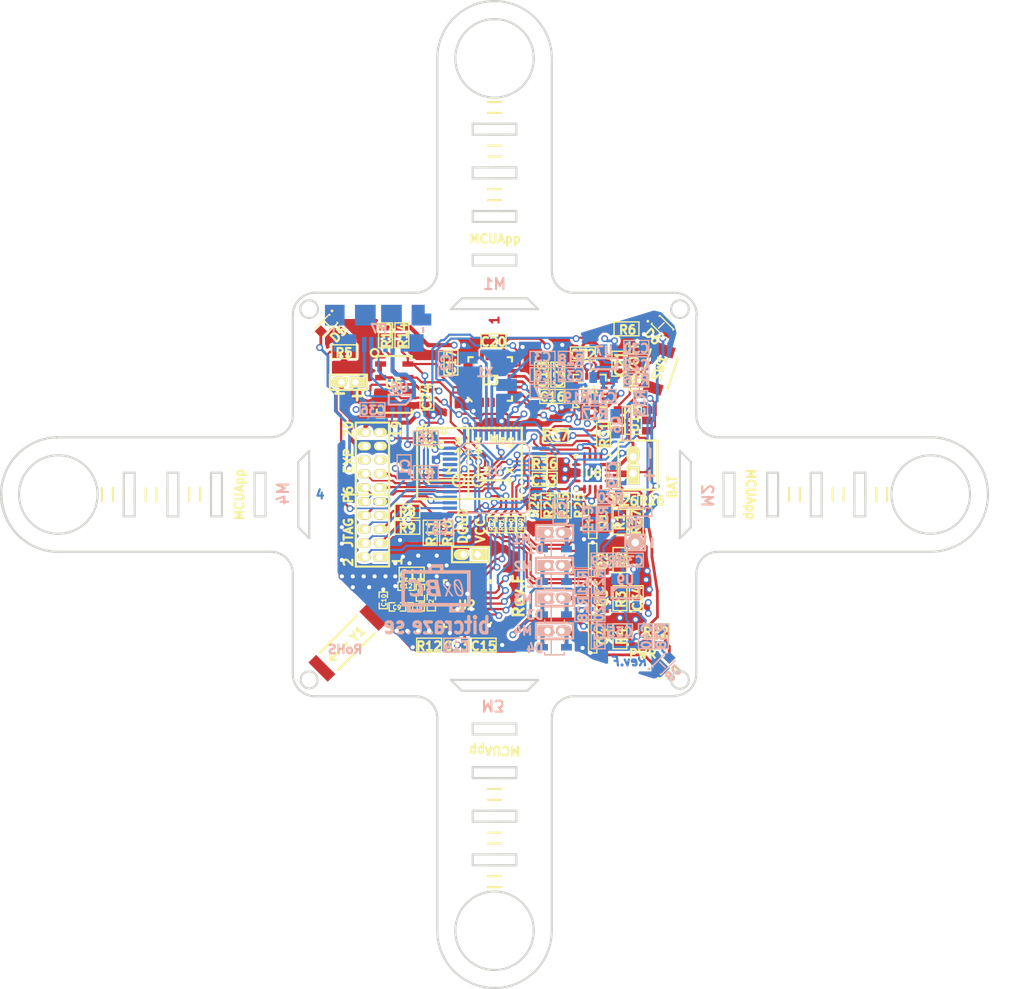
<source format=kicad_pcb>
(kicad_pcb (version 3) (host pcbnew "(2013-07-07 BZR 4022)-stable")
  (title_block (title "Crazyflie control board") (rev F) (company "Bitcraze AB (CC BY-NC-SA)"))
  (layers (15 Front_L1 signal) (2 Gnd_L2 power hide) (1 Vcc_L3 power hide) (0 Back_L4 signal) (18 B.Paste user) (19 F.Paste user) (20 B.SilkS user) (21 F.SilkS user) (22 B.Mask user) (23 F.Mask user) (28 Edge.Cuts user))
  (net 0 "")
  (net 1 +BATT)
  (net 2 /BOOT0)
  (net 3 /EXT_I2C_SCL/TX)
  (net 4 /EXT_I2C_SDA/RX)
  (net 5 /EXT_SPI_CS)
  (net 6 /EXT_SPI_MISO)
  (net 7 /EXT_SPI_MOSI)
  (net 8 /EXT_SPI_SCK)
  (net 9 /IMU/I2C_SCL_VCCA)
  (net 10 /IMU/I2C_SDA_VCCA)
  (net 11 /IMU/INT_GA)
  (net 12 /LED_GREEN)
  (net 13 /LED_RED)
  (net 14 /MOTOR1)
  (net 15 /MOTOR2)
  (net 16 /MOTOR3)
  (net 17 /MOTOR4)
  (net 18 /POWER/CHG)
  (net 19 /POWER/D+)
  (net 20 /POWER/D-)
  (net 21 /POWER/EN1)
  (net 22 /POWER/EN2)
  (net 23 /POWER/PGOOD)
  (net 24 /POWER/SYSOFF)
  (net 25 /POWER/USBD+)
  (net 26 /POWER/USBD-)
  (net 27 /POWER/USB_CON)
  (net 28 /POWER/VBAT)
  (net 29 /POWER/VUSB)
  (net 30 /SNRST)
  (net 31 /TCK)
  (net 32 /TDI)
  (net 33 /TDO)
  (net 34 /TMS)
  (net 35 /WIRELESS/SPI_MISO)
  (net 36 /WIRELESS/SPI_MOSI)
  (net 37 /WIRELESS/SPI_SCK)
  (net 38 /WIRELESS/W_CE)
  (net 39 /WIRELESS/W_CK)
  (net 40 /WIRELESS/W_CS)
  (net 41 /WIRELESS/W_INT)
  (net 42 AGND)
  (net 43 DGND)
  (net 44 GND)
  (net 45 N-000005)
  (net 46 N-000010)
  (net 47 N-000011)
  (net 48 N-000015)
  (net 49 N-000028)
  (net 50 N-000029)
  (net 51 N-000032)
  (net 52 N-000033)
  (net 53 N-000046)
  (net 54 N-000051)
  (net 55 N-000052)
  (net 56 N-000053)
  (net 57 N-000063)
  (net 58 N-000066)
  (net 59 N-000067)
  (net 60 N-000068)
  (net 61 N-000069)
  (net 62 N-000073)
  (net 63 N-000074)
  (net 64 N-000075)
  (net 65 N-000076)
  (net 66 N-000077)
  (net 67 N-000078)
  (net 68 N-000079)
  (net 69 N-000080)
  (net 70 N-000081)
  (net 71 N-000083)
  (net 72 N-000084)
  (net 73 N-000085)
  (net 74 N-000087)
  (net 75 N-000089)
  (net 76 N-000090)
  (net 77 N-000091)
  (net 78 N-000093)
  (net 79 N-000095)
  (net 80 N-000096)
  (net 81 N-000099)
  (net 82 N-000100)
  (net 83 N-000101)
  (net 84 N-000102)
  (net 85 N-000103)
  (net 86 VCC)
  (net 87 VCCA)
  (net 88 VCOM)
  (module ZX62-B-5PA_11_CFK (layer Back_L4) (at 129.35 84.55)
    (fp_text reference P7 (at 0.0508 1.24714) (layer B.SilkS) (effects (font (size 0.8001 0.8001) (thickness 0.20066)) (justify mirror)))
    (fp_text value MICRO-B-USB hide)
    (pad "" smd rect (at -4.0005 0) (size 1.80086 1.89992) (layers Back_L4 B.Paste B.Mask))
    (pad "" smd rect (at 3.9497 0.39878) (size 1.80086 1.09982) (layers Back_L4 B.Paste B.Mask))
    (pad "" smd rect (at -1.19888 0) (size 1.89992 1.89992) (layers Back_L4 B.Paste B.Mask))
    (pad "" smd rect (at 1.19888 0) (size 1.89992 1.89992) (layers Back_L4 B.Paste B.Mask))
    (pad "" smd rect (at 3.0988 2.55016) (size 2.10058 1.6002) (layers Back_L4 B.Paste B.Mask))
    (pad "" smd rect (at -3.0988 2.55016) (size 2.10058 1.6002) (layers Back_L4 B.Paste B.Mask))
    (pad 3 smd rect (at 0 2.70002) (size 0.39878 1.39954) (layers Back_L4 B.Paste B.Mask) (net 19 /POWER/D+))
    (pad 4 smd rect (at 0.65024 2.70002) (size 0.39878 1.39954) (layers Back_L4 B.Paste B.Mask))
    (pad 5 smd rect (at 1.30048 2.70002) (size 0.39878 1.39954) (layers Back_L4 B.Paste B.Mask) (net 43 DGND))
    (pad 2 smd rect (at -0.65024 2.70002) (size 0.39878 1.39954) (layers Back_L4 B.Paste B.Mask) (net 20 /POWER/D-))
    (pad 1 smd rect (at -1.30048 2.70002) (size 0.39878 1.39954) (layers Back_L4 B.Paste B.Mask) (net 29 /POWER/VUSB))
    (pad "" smd rect (at 3.64998 0) (size 1.19888 1.89992) (layers Back_L4 B.Paste B.Mask))
  )
  (module CHIP-ANT-6.5x2.2 (layer Front_L1) (at 126.49962 114.60226 225)
    (fp_text reference Y1 (at -1.23698 -0.09144 225) (layer F.SilkS) (effects (font (size 0.8001 0.8001) (thickness 0.20066))))
    (fp_text value CHIP_ANTENNA hide)
    (pad 2 smd rect (at 3.29946 0 315) (size 2.49936 1.00076) (layers Front_L1 F.Paste F.Mask))
    (pad 1 smd rect (at -3.29946 0 315) (size 2.49936 1.00076) (layers Front_L1 F.Paste F.Mask) (net 81 N-000099))
  )
  (module SOT23_6 (layer Back_L4) (at 151.99868 110.00486)
    (fp_text reference U9 (at 0.00254 -1.1557) (layer B.SilkS) (effects (font (size 0.8001 0.8001) (thickness 0.20066)) (justify mirror)))
    (fp_text value TPS79301 hide)
    (pad 6 smd rect (at -0.9525 1.27) (size 0.70104 1.00076) (layers Back_L4 B.Paste B.Mask) (net 86 VCC))
    (pad 5 smd rect (at 0 1.27) (size 0.70104 1.00076) (layers Back_L4 B.Paste B.Mask) (net 67 N-000078))
    (pad 4 smd rect (at 0.9525 1.27) (size 0.70104 1.00076) (layers Back_L4 B.Paste B.Mask) (net 74 N-000087))
    (pad 3 smd rect (at 0.9525 -1.27) (size 0.70104 1.00076) (layers Back_L4 B.Paste B.Mask) (net 88 VCOM))
    (pad 2 smd rect (at 0 -1.27) (size 0.70104 1.00076) (layers Back_L4 B.Paste B.Mask) (net 44 GND))
    (pad 1 smd rect (at -0.9525 -1.27) (size 0.70104 1.00076) (layers Back_L4 B.Paste B.Mask) (net 88 VCOM))
  )
  (module SOT23_6 (layer Back_L4) (at 149.99462 89.0016 180)
    (fp_text reference U7 (at -0.05588 1.15062 180) (layer B.SilkS) (effects (font (size 0.8001 0.8001) (thickness 0.20066)) (justify mirror)))
    (fp_text value TPS79301 hide)
    (pad 6 smd rect (at -0.9525 1.27 180) (size 0.70104 1.00076) (layers Back_L4 B.Paste B.Mask) (net 87 VCCA))
    (pad 5 smd rect (at 0 1.27 180) (size 0.70104 1.00076) (layers Back_L4 B.Paste B.Mask) (net 69 N-000080))
    (pad 4 smd rect (at 0.9525 1.27 180) (size 0.70104 1.00076) (layers Back_L4 B.Paste B.Mask) (net 68 N-000079))
    (pad 3 smd rect (at 0.9525 -1.27 180) (size 0.70104 1.00076) (layers Back_L4 B.Paste B.Mask) (net 78 N-000093))
    (pad 2 smd rect (at 0 -1.27 180) (size 0.70104 1.00076) (layers Back_L4 B.Paste B.Mask) (net 44 GND))
    (pad 1 smd rect (at -0.9525 -1.27 180) (size 0.70104 1.00076) (layers Back_L4 B.Paste B.Mask) (net 78 N-000093))
  )
  (module MS5611 (layer Front_L1) (at 130.79984 90.90406)
    (fp_text reference U5 (at -0.0508 -0.00508) (layer F.SilkS) (effects (font (size 0.8001 0.8001) (thickness 0.20066))))
    (fp_text value MS5611-01BA03 hide)
    (pad 1 smd rect (at -1.24968 -1.87452 90) (size 0.50038 1.00076) (layers Front_L1 F.Paste F.Mask) (net 87 VCCA))
    (pad 2 smd rect (at -1.24968 -0.62484 90) (size 0.50038 1.00076) (layers Front_L1 F.Paste F.Mask) (net 87 VCCA))
    (pad 3 smd rect (at -1.24968 0.62484 90) (size 0.50038 1.00076) (layers Front_L1 F.Paste F.Mask) (net 42 AGND))
    (pad 4 smd rect (at -1.24968 1.87452 90) (size 0.50038 1.00076) (layers Front_L1 F.Paste F.Mask) (net 42 AGND))
    (pad 5 smd rect (at 1.24968 1.87452 90) (size 0.50038 1.00076) (layers Front_L1 F.Paste F.Mask) (net 42 AGND))
    (pad 6 smd rect (at 1.24968 0.62484 90) (size 0.50038 1.00076) (layers Front_L1 F.Paste F.Mask))
    (pad 7 smd rect (at 1.25984 -0.62484 90) (size 0.50038 1.00076) (layers Front_L1 F.Paste F.Mask) (net 10 /IMU/I2C_SDA_VCCA))
    (pad 8 smd rect (at 1.24968 -1.87452 90) (size 0.50038 1.00076) (layers Front_L1 F.Paste F.Mask) (net 9 /IMU/I2C_SCL_VCCA))
  )
  (module SM0603_Capa (layer Front_L1) (at 133.79958 92.10294 270)
    (fp_text reference C24 (at 0 0 270) (layer F.SilkS) (effects (font (size 0.8001 0.8001) (thickness 0.20066))))
    (fp_text value 100nF hide)
    (pad 1 smd rect (at -0.762 0 270) (size 0.635 1.143) (layers Front_L1 F.Paste F.Mask) (net 87 VCCA))
    (pad 2 smd rect (at 0.762 0 270) (size 0.635 1.143) (layers Front_L1 F.Paste F.Mask) (net 42 AGND))
  )
  (module SM0603_Capa (layer Front_L1) (at 145.79854 90.00236 90)
    (fp_text reference C23 (at 0.00254 0.1016 90) (layer F.SilkS) (effects (font (size 0.8001 0.8001) (thickness 0.20066))))
    (fp_text value 100nF hide)
    (pad 1 smd rect (at -0.762 0 90) (size 0.635 1.143) (layers Front_L1 F.Paste F.Mask) (net 87 VCCA))
    (pad 2 smd rect (at 0.762 0 90) (size 0.635 1.143) (layers Front_L1 F.Paste F.Mask) (net 42 AGND))
  )
  (module SM0603_Capa (layer Front_L1) (at 148.09978 88.10244 180)
    (fp_text reference C22 (at 0 -0.04826 180) (layer F.SilkS) (effects (font (size 0.8001 0.8001) (thickness 0.20066))))
    (fp_text value 4.7uF hide)
    (pad 1 smd rect (at -0.762 0 180) (size 0.635 1.143) (layers Front_L1 F.Paste F.Mask) (net 58 N-000066))
    (pad 2 smd rect (at 0.762 0 180) (size 0.635 1.143) (layers Front_L1 F.Paste F.Mask) (net 42 AGND))
  )
  (module SM0603_Capa (layer Front_L1) (at 151.39924 89.00414 90)
    (fp_text reference C21 (at 0.00508 0.1016 90) (layer F.SilkS) (effects (font (size 0.8001 0.8001) (thickness 0.20066))))
    (fp_text value 0.22uF hide)
    (pad 1 smd rect (at -0.762 0 90) (size 0.635 1.143) (layers Front_L1 F.Paste F.Mask) (net 59 N-000067))
    (pad 2 smd rect (at 0.762 0 90) (size 0.635 1.143) (layers Front_L1 F.Paste F.Mask) (net 57 N-000063))
  )
  (module SM0603 (layer Back_L4) (at 155.30068 114.00282 90)
    (fp_text reference R38 (at 0 0 90) (layer B.SilkS) (effects (font (size 0.8001 0.8001) (thickness 0.20066)) (justify mirror)))
    (fp_text value 1k hide)
    (pad 1 smd rect (at -0.762 0 90) (size 0.635 1.143) (layers Back_L4 B.Paste B.Mask) (net 65 N-000076))
    (pad 2 smd rect (at 0.762 0 90) (size 0.635 1.143) (layers Back_L4 B.Paste B.Mask) (net 86 VCC))
  )
  (module SM0603 (layer Front_L1) (at 145.60042 95.60306)
    (fp_text reference R37 (at 0 0) (layer F.SilkS) (effects (font (size 0.8001 0.8001) (thickness 0.20066))))
    (fp_text value 10k hide)
    (pad 1 smd rect (at -0.762 0) (size 0.635 1.143) (layers Front_L1 F.Paste F.Mask) (net 44 GND))
    (pad 2 smd rect (at 0.762 0) (size 0.635 1.143) (layers Front_L1 F.Paste F.Mask) (net 29 /POWER/VUSB))
  )
  (module SOT23GDS (layer Back_L4) (at 152.10028 94.50324 270)
    (fp_text reference Q6 (at 0.09652 0.94996 270) (layer B.SilkS) (effects (font (size 0.8001 0.8001) (thickness 0.20066)) (justify mirror)))
    (fp_text value 2N7002 hide)
    (pad S smd rect (at -0.889 1.016 270) (size 0.9144 0.9144) (layers Back_L4 B.Paste B.Mask) (net 44 GND))
    (pad G smd rect (at 0.889 1.016 270) (size 0.9144 0.9144) (layers Back_L4 B.Paste B.Mask) (net 29 /POWER/VUSB))
    (pad D smd rect (at 0 -1.016 270) (size 0.9144 0.9144) (layers Back_L4 B.Paste B.Mask) (net 66 N-000077))
  )
  (module SM0603 (layer Front_L1) (at 144.59966 98.10242)
    (fp_text reference R36 (at 0 0.09144) (layer F.SilkS) (effects (font (size 0.8001 0.8001) (thickness 0.20066))))
    (fp_text value 10k hide)
    (pad 1 smd rect (at -0.762 0) (size 0.635 1.143) (layers Front_L1 F.Paste F.Mask) (net 44 GND))
    (pad 2 smd rect (at 0.762 0) (size 0.635 1.143) (layers Front_L1 F.Paste F.Mask) (net 88 VCOM))
  )
  (module SOT23GDS (layer Back_L4) (at 152.90038 102.6033)
    (fp_text reference Q5 (at -0.0508 1.04648) (layer B.SilkS) (effects (font (size 0.8001 0.8001) (thickness 0.20066)) (justify mirror)))
    (fp_text value 2N7002 hide)
    (pad S smd rect (at -0.889 1.016) (size 0.9144 0.9144) (layers Back_L4 B.Paste B.Mask) (net 28 /POWER/VBAT))
    (pad G smd rect (at 0.889 1.016) (size 0.9144 0.9144) (layers Back_L4 B.Paste B.Mask) (net 88 VCOM))
    (pad D smd rect (at 0 -1.016) (size 0.9144 0.9144) (layers Back_L4 B.Paste B.Mask) (net 75 N-000089))
  )
  (module PINHEADER_127_1X1 (layer Back_L4) (at 152.90038 105.40238)
    (fp_text reference P9 (at 0 0.04826) (layer B.SilkS) (effects (font (size 0.8001 0.8001) (thickness 0.20066)) (justify mirror)))
    (fp_text value CONN_1 hide)
    (pad 1 thru_hole oval (at 0 0) (size 1.6002 1.19888) (drill 0.70104) (layers *.Cu *.Mask B.SilkS) (net 44 GND))
  )
  (module PINHEADER_127_2X1 (layer Front_L1) (at 126.60122 90.70086 90)
    (fp_text reference P8 (at -0.04826 0.00254 180) (layer F.SilkS) (effects (font (size 0.8001 0.8001) (thickness 0.20066))))
    (fp_text value CONN_2 hide)
    (pad 1 thru_hole rect (at 0 0.635 90) (size 1.00076 1.39954) (drill 0.59944 (offset 0 0.20066)) (layers *.Cu *.Mask F.SilkS) (net 29 /POWER/VUSB))
    (pad 2 thru_hole oval (at 0 -0.635 90) (size 1.00076 1.39954) (drill 0.59944 (offset 0 -0.20066)) (layers *.Cu *.Mask F.SilkS) (net 43 DGND))
  )
  (module SM0603 (layer Back_L4) (at 153.40076 92.60332 270)
    (fp_text reference R33 (at 0 0 270) (layer B.SilkS) (effects (font (size 0.8001 0.8001) (thickness 0.20066)) (justify mirror)))
    (fp_text value 10k hide)
    (pad 1 smd rect (at -0.762 0 270) (size 0.635 1.143) (layers Back_L4 B.Paste B.Mask) (net 70 N-000081))
    (pad 2 smd rect (at 0.762 0 270) (size 0.635 1.143) (layers Back_L4 B.Paste B.Mask) (net 66 N-000077))
  )
  (module SM0603 (layer Front_L1) (at 146.40052 102.00386 90)
    (fp_text reference R25 (at 0 0 90) (layer F.SilkS) (effects (font (size 0.8001 0.8001) (thickness 0.20066))))
    (fp_text value 10k hide)
    (pad 1 smd rect (at -0.762 0 90) (size 0.635 1.143) (layers Front_L1 F.Paste F.Mask) (net 44 GND))
    (pad 2 smd rect (at 0.762 0 90) (size 0.635 1.143) (layers Front_L1 F.Paste F.Mask) (net 64 N-000075))
  )
  (module PINHEADER_127_2X1 (layer Back_L4) (at 145.49882 107.50296 90)
    (fp_text reference P2 (at -0.04826 0.0508 180) (layer B.SilkS) (effects (font (size 0.8001 0.8001) (thickness 0.20066)) (justify mirror)))
    (fp_text value CONN_2 hide)
    (pad 1 thru_hole rect (at 0 -0.635 90) (size 1.00076 1.39954) (drill 0.59944 (offset 0 -0.20066)) (layers *.Cu *.Mask B.SilkS) (net 1 +BATT))
    (pad 2 thru_hole oval (at 0 0.635 90) (size 1.00076 1.39954) (drill 0.59944 (offset 0 0.20066)) (layers *.Cu *.Mask B.SilkS) (net 55 N-000052))
  )
  (module PINHEADER_127_2X1 (layer Front_L1) (at 137.80008 106.5022 90)
    (fp_text reference P5 (at -0.06096 -0.03048 180) (layer F.SilkS) (effects (font (size 0.8001 0.8001) (thickness 0.20066))))
    (fp_text value CONN_2 hide)
    (pad 1 thru_hole rect (at 0 0.635 90) (size 1.00076 1.39954) (drill 0.59944 (offset 0 0.20066)) (layers *.Cu *.Mask F.SilkS) (net 86 VCC))
    (pad 2 thru_hole oval (at 0 -0.635 90) (size 1.00076 1.39954) (drill 0.59944 (offset 0 -0.20066)) (layers *.Cu *.Mask F.SilkS) (net 43 DGND))
  )
  (module PINHEADER_127_2X1 (layer Back_L4) (at 145.49882 113.50244 90)
    (fp_text reference P4 (at -0.09652 0.1016 180) (layer B.SilkS) (effects (font (size 0.8001 0.8001) (thickness 0.20066)) (justify mirror)))
    (fp_text value CONN_2 hide)
    (pad 1 thru_hole rect (at 0 -0.635 90) (size 1.00076 1.39954) (drill 0.59944 (offset 0 -0.20066)) (layers *.Cu *.Mask B.SilkS) (net 1 +BATT))
    (pad 2 thru_hole oval (at 0 0.635 90) (size 1.00076 1.39954) (drill 0.59944 (offset 0 0.20066)) (layers *.Cu *.Mask B.SilkS) (net 56 N-000053))
  )
  (module PINHEADER_127_2X1 (layer Back_L4) (at 145.49882 104.50322 90)
    (fp_text reference P1 (at -0.04572 0.0508 180) (layer B.SilkS) (effects (font (size 0.8001 0.8001) (thickness 0.20066)) (justify mirror)))
    (fp_text value CONN_2 hide)
    (pad 1 thru_hole rect (at 0 -0.635 90) (size 1.00076 1.39954) (drill 0.59944 (offset 0 -0.20066)) (layers *.Cu *.Mask B.SilkS) (net 1 +BATT))
    (pad 2 thru_hole oval (at 0 0.635 90) (size 1.00076 1.39954) (drill 0.59944 (offset 0 0.20066)) (layers *.Cu *.Mask B.SilkS) (net 54 N-000051))
  )
  (module PINHEADER_127_2X1 (layer Back_L4) (at 145.49882 110.5027 90)
    (fp_text reference P3 (at -0.04826 0.0508 180) (layer B.SilkS) (effects (font (size 0.8001 0.8001) (thickness 0.20066)) (justify mirror)))
    (fp_text value CONN_2 hide)
    (pad 1 thru_hole rect (at 0 -0.635 90) (size 1.00076 1.39954) (drill 0.59944 (offset 0 -0.20066)) (layers *.Cu *.Mask B.SilkS) (net 1 +BATT))
    (pad 2 thru_hole oval (at 0 0.635 90) (size 1.00076 1.39954) (drill 0.59944 (offset 0 0.20066)) (layers *.Cu *.Mask B.SilkS) (net 47 N-000011))
  )
  (module SM0603_Capa (layer Front_L1) (at 144.59966 99.60356 180)
    (fp_text reference C33 (at 0.0508 -0.10922 180) (layer F.SilkS) (effects (font (size 0.8001 0.8001) (thickness 0.20066))))
    (fp_text value 100nF hide)
    (pad 1 smd rect (at -0.762 0 180) (size 0.635 1.143) (layers Front_L1 F.Paste F.Mask) (net 88 VCOM))
    (pad 2 smd rect (at 0.762 0 180) (size 0.635 1.143) (layers Front_L1 F.Paste F.Mask) (net 44 GND))
  )
  (module PINHEADER_127_2X10 (layer Front_L1) (at 128.80086 101.0031 90)
    (fp_text reference P6 (at 0 -2.20218 90) (layer F.SilkS) (effects (font (size 0.8001 0.8001) (thickness 0.20066))))
    (fp_text value CONN_10X2 hide)
    (pad 19 thru_hole oval (at 5.715 0.635 90) (size 0.8001 1.19888) (drill 0.59944 (offset 0 0.09906)) (layers *.Cu *.Mask F.SilkS) (net 42 AGND))
    (pad 17 thru_hole oval (at 4.445 0.635 90) (size 0.8001 1.19888) (drill 0.59944 (offset 0 0.09906)) (layers *.Cu *.Mask F.SilkS) (net 43 DGND))
    (pad 20 thru_hole oval (at 5.715 -0.635 90) (size 0.8001 1.19888) (drill 0.59944 (offset 0 -0.09906)) (layers *.Cu *.Mask F.SilkS) (net 87 VCCA))
    (pad 18 thru_hole oval (at 4.445 -0.635 90) (size 0.8001 1.19888) (drill 0.59944 (offset 0 -0.09906)) (layers *.Cu *.Mask F.SilkS) (net 43 DGND))
    (pad 1 thru_hole rect (at -5.715 0.635 90) (size 0.8001 1.19888) (drill 0.59944 (offset 0 0.09906)) (layers *.Cu *.Mask F.SilkS) (net 86 VCC))
    (pad 2 thru_hole oval (at -5.715 -0.635 90) (size 0.8001 1.19888) (drill 0.59944 (offset 0 -0.09906)) (layers *.Cu *.Mask F.SilkS) (net 34 /TMS))
    (pad 4 thru_hole oval (at -4.445 -0.635 90) (size 0.8001 1.19888) (drill 0.59944 (offset 0 -0.09906)) (layers *.Cu *.Mask F.SilkS) (net 31 /TCK))
    (pad 6 thru_hole oval (at -3.175 -0.635 90) (size 0.8001 1.19888) (drill 0.59944 (offset 0 -0.09906)) (layers *.Cu *.Mask F.SilkS) (net 33 /TDO))
    (pad 8 thru_hole oval (at -1.905 -0.635 90) (size 0.8001 1.19888) (drill 0.59944 (offset 0 -0.09906)) (layers *.Cu *.Mask F.SilkS) (net 32 /TDI))
    (pad 10 thru_hole oval (at -0.635 -0.635 90) (size 0.8001 1.19888) (drill 0.59944 (offset 0 -0.09906)) (layers *.Cu *.Mask F.SilkS) (net 30 /SNRST))
    (pad 12 thru_hole oval (at 0.635 -0.635 90) (size 0.8001 1.19888) (drill 0.59944 (offset 0 -0.09906)) (layers *.Cu *.Mask F.SilkS) (net 7 /EXT_SPI_MOSI))
    (pad 14 thru_hole oval (at 1.905 -0.635 90) (size 0.8001 1.19888) (drill 0.59944 (offset 0 -0.09906)) (layers *.Cu *.Mask F.SilkS) (net 6 /EXT_SPI_MISO))
    (pad 16 thru_hole oval (at 3.175 -0.635 90) (size 0.8001 1.19888) (drill 0.59944 (offset 0 -0.09906)) (layers *.Cu *.Mask F.SilkS) (net 88 VCOM))
    (pad 3 thru_hole oval (at -4.445 0.635 90) (size 0.8001 1.19888) (drill 0.59944 (offset 0 0.09906)) (layers *.Cu *.Mask F.SilkS) (net 3 /EXT_I2C_SCL/TX))
    (pad 5 thru_hole oval (at -3.175 0.635 90) (size 0.8001 1.19888) (drill 0.59944 (offset 0 0.09906)) (layers *.Cu *.Mask F.SilkS) (net 4 /EXT_I2C_SDA/RX))
    (pad 7 thru_hole oval (at -1.905 0.635 90) (size 0.8001 1.19888) (drill 0.59944 (offset 0 0.09906)) (layers *.Cu *.Mask F.SilkS))
    (pad 9 thru_hole oval (at -0.635 0.635 90) (size 0.8001 1.19888) (drill 0.59944 (offset 0 0.09906)) (layers *.Cu *.Mask F.SilkS) (net 43 DGND))
    (pad 11 thru_hole oval (at 0.635 0.635 90) (size 0.8001 1.19888) (drill 0.59944 (offset 0 0.09906)) (layers *.Cu *.Mask F.SilkS) (net 5 /EXT_SPI_CS))
    (pad 13 thru_hole oval (at 1.905 0.635 90) (size 0.8001 1.19888) (drill 0.59944 (offset 0 0.09906)) (layers *.Cu *.Mask F.SilkS) (net 8 /EXT_SPI_SCK))
    (pad 15 thru_hole oval (at 3.175 0.635 90) (size 0.8001 1.19888) (drill 0.59944 (offset 0 0.09906)) (layers *.Cu *.Mask F.SilkS) (net 86 VCC))
  )
  (module SMDLED-0603 (layer Front_L1) (at 155.39974 85.60308 135)
    (fp_text reference D6 (at 0 -1.30048 135) (layer F.SilkS) (effects (font (size 0.8001 0.8001) (thickness 0.20066))))
    (fp_text value GREEN_LED hide)
    (pad 1 smd rect (at -0.7493 0 135) (size 0.79756 0.79756) (layers Front_L1 F.Paste F.Mask) (net 86 VCC))
    (pad 2 smd rect (at 0.7493 0 135) (size 0.79756 0.79756) (layers Front_L1 F.Paste F.Mask) (net 51 N-000032))
  )
  (module SMDLED-0603 (layer Front_L1) (at 124.5997 85.50402 45)
    (fp_text reference D5 (at 0.2159 1.34112 45) (layer F.SilkS) (effects (font (size 0.8001 0.8001) (thickness 0.20066))))
    (fp_text value RED_LED hide)
    (pad 1 smd rect (at -0.7493 0 45) (size 0.79756 0.79756) (layers Front_L1 F.Paste F.Mask) (net 86 VCC))
    (pad 2 smd rect (at 0.7493 0 45) (size 0.79756 0.79756) (layers Front_L1 F.Paste F.Mask) (net 52 N-000033))
  )
  (module LQFP-48 (layer Back_L4) (at 139.99972 99.50196)
    (fp_text reference U1 (at -0.0508 -0.6477) (layer B.SilkS) (effects (font (size 0.8001 0.8001) (thickness 0.20066)) (justify mirror)))
    (fp_text value STM32F103CB hide)
    (pad 4 smd rect (at -1.24968 -4.09956) (size 0.29972 1.30048) (layers Back_L4 B.Paste B.Mask) (net 23 /POWER/PGOOD))
    (pad 5 smd rect (at -0.7493 -4.09956) (size 0.29972 1.30048) (layers Back_L4 B.Paste B.Mask) (net 49 N-000028))
    (pad 6 smd rect (at -0.24892 -4.09956) (size 0.29972 1.30048) (layers Back_L4 B.Paste B.Mask) (net 50 N-000029))
    (pad 7 smd rect (at 0.24892 -4.09956) (size 0.29972 1.30048) (layers Back_L4 B.Paste B.Mask) (net 30 /SNRST))
    (pad 8 smd rect (at 0.7493 -4.09956) (size 0.29972 1.30048) (layers Back_L4 B.Paste B.Mask) (net 42 AGND))
    (pad 1 smd rect (at -2.75082 -4.09956) (size 0.29972 1.30048) (layers Back_L4 B.Paste B.Mask) (net 86 VCC))
    (pad 2 smd rect (at -2.25044 -4.09956) (size 0.29972 1.30048) (layers Back_L4 B.Paste B.Mask) (net 21 /POWER/EN1))
    (pad 3 smd rect (at -1.75006 -4.09956) (size 0.29972 1.30048) (layers Back_L4 B.Paste B.Mask) (net 11 /IMU/INT_GA))
    (pad 13 smd rect (at 4.09956 -2.75082) (size 1.30048 0.29972) (layers Back_L4 B.Paste B.Mask) (net 28 /POWER/VBAT))
    (pad 14 smd rect (at 4.09956 -2.25044) (size 1.30048 0.29972) (layers Back_L4 B.Paste B.Mask) (net 5 /EXT_SPI_CS))
    (pad 15 smd rect (at 4.09956 -1.75006) (size 1.30048 0.29972) (layers Back_L4 B.Paste B.Mask) (net 8 /EXT_SPI_SCK))
    (pad 16 smd rect (at 4.09956 -1.24968) (size 1.30048 0.29972) (layers Back_L4 B.Paste B.Mask) (net 6 /EXT_SPI_MISO))
    (pad 17 smd rect (at 4.09956 -0.7493) (size 1.30048 0.29972) (layers Back_L4 B.Paste B.Mask) (net 7 /EXT_SPI_MOSI))
    (pad 18 smd rect (at 4.09956 -0.24892) (size 1.30048 0.29972) (layers Back_L4 B.Paste B.Mask) (net 15 /MOTOR2))
    (pad 19 smd rect (at 4.09956 0.24892) (size 1.30048 0.29972) (layers Back_L4 B.Paste B.Mask) (net 14 /MOTOR1))
    (pad 20 smd rect (at 4.09956 0.7493) (size 1.30048 0.29972) (layers Back_L4 B.Paste B.Mask) (net 18 /POWER/CHG))
    (pad 25 smd rect (at 2.75082 4.09956) (size 0.29972 1.30048) (layers Back_L4 B.Paste B.Mask) (net 40 /WIRELESS/W_CS))
    (pad 26 smd rect (at 2.25044 4.09956) (size 0.29972 1.30048) (layers Back_L4 B.Paste B.Mask) (net 37 /WIRELESS/SPI_SCK))
    (pad 27 smd rect (at 1.75006 4.09956) (size 0.29972 1.30048) (layers Back_L4 B.Paste B.Mask) (net 35 /WIRELESS/SPI_MISO))
    (pad 28 smd rect (at 1.24968 4.09956) (size 0.29972 1.30048) (layers Back_L4 B.Paste B.Mask) (net 36 /WIRELESS/SPI_MOSI))
    (pad 29 smd rect (at 0.7493 4.09956) (size 0.29972 1.30048) (layers Back_L4 B.Paste B.Mask) (net 39 /WIRELESS/W_CK))
    (pad 30 smd rect (at 0.24892 4.09956) (size 0.29972 1.30048) (layers Back_L4 B.Paste B.Mask) (net 41 /WIRELESS/W_INT))
    (pad 31 smd rect (at -0.24892 4.09956) (size 0.29972 1.30048) (layers Back_L4 B.Paste B.Mask) (net 38 /WIRELESS/W_CE))
    (pad 32 smd rect (at -0.7493 4.09956) (size 0.29972 1.30048) (layers Back_L4 B.Paste B.Mask) (net 26 /POWER/USBD-))
    (pad 37 smd rect (at -4.09956 2.75082) (size 1.30048 0.29972) (layers Back_L4 B.Paste B.Mask) (net 31 /TCK))
    (pad 38 smd rect (at -4.09956 2.25044) (size 1.30048 0.29972) (layers Back_L4 B.Paste B.Mask) (net 32 /TDI))
    (pad 39 smd rect (at -4.09956 1.75006) (size 1.30048 0.29972) (layers Back_L4 B.Paste B.Mask) (net 33 /TDO))
    (pad 40 smd rect (at -4.09956 1.24968) (size 1.30048 0.29972) (layers Back_L4 B.Paste B.Mask) (net 13 /LED_RED))
    (pad 41 smd rect (at -4.09956 0.7493) (size 1.30048 0.29972) (layers Back_L4 B.Paste B.Mask) (net 12 /LED_GREEN))
    (pad 42 smd rect (at -4.09956 0.24892) (size 1.30048 0.29972) (layers Back_L4 B.Paste B.Mask) (net 9 /IMU/I2C_SCL_VCCA))
    (pad 43 smd rect (at -4.09956 -0.24892) (size 1.30048 0.29972) (layers Back_L4 B.Paste B.Mask) (net 10 /IMU/I2C_SDA_VCCA))
    (pad 44 smd rect (at -4.09956 -0.7493) (size 1.30048 0.29972) (layers Back_L4 B.Paste B.Mask) (net 2 /BOOT0))
    (pad 9 smd rect (at 1.24968 -4.09956) (size 0.29972 1.30048) (layers Back_L4 B.Paste B.Mask) (net 87 VCCA))
    (pad 10 smd rect (at 1.75006 -4.09956) (size 0.29972 1.30048) (layers Back_L4 B.Paste B.Mask) (net 27 /POWER/USB_CON))
    (pad 11 smd rect (at 2.25044 -4.09956) (size 0.29972 1.30048) (layers Back_L4 B.Paste B.Mask) (net 24 /POWER/SYSOFF))
    (pad 12 smd rect (at 2.75082 -4.09956) (size 0.29972 1.30048) (layers Back_L4 B.Paste B.Mask) (net 22 /POWER/EN2))
    (pad 21 smd rect (at 4.09956 1.24968) (size 1.30048 0.29972) (layers Back_L4 B.Paste B.Mask) (net 3 /EXT_I2C_SCL/TX))
    (pad 22 smd rect (at 4.09956 1.75006) (size 1.30048 0.29972) (layers Back_L4 B.Paste B.Mask) (net 4 /EXT_I2C_SDA/RX))
    (pad 23 smd rect (at 4.09956 2.25044) (size 1.30048 0.29972) (layers Back_L4 B.Paste B.Mask) (net 43 DGND))
    (pad 24 smd rect (at 4.09956 2.75082) (size 1.30048 0.29972) (layers Back_L4 B.Paste B.Mask) (net 86 VCC))
    (pad 33 smd rect (at -1.24968 4.09956) (size 0.29972 1.30048) (layers Back_L4 B.Paste B.Mask) (net 25 /POWER/USBD+))
    (pad 34 smd rect (at -1.75006 4.09956) (size 0.29972 1.30048) (layers Back_L4 B.Paste B.Mask) (net 34 /TMS))
    (pad 35 smd rect (at -2.25044 4.09956) (size 0.29972 1.30048) (layers Back_L4 B.Paste B.Mask) (net 43 DGND))
    (pad 36 smd rect (at -2.75082 4.09956) (size 0.29972 1.30048) (layers Back_L4 B.Paste B.Mask) (net 86 VCC))
    (pad 45 smd rect (at -4.09956 -1.24968) (size 1.30048 0.29972) (layers Back_L4 B.Paste B.Mask) (net 17 /MOTOR4))
    (pad 46 smd rect (at -4.09956 -1.75006) (size 1.30048 0.29972) (layers Back_L4 B.Paste B.Mask) (net 16 /MOTOR3))
    (pad 47 smd rect (at -4.09956 -2.25044) (size 1.30048 0.29972) (layers Back_L4 B.Paste B.Mask) (net 43 DGND))
    (pad 48 smd rect (at -4.09956 -2.75082) (size 1.30048 0.29972) (layers Back_L4 B.Paste B.Mask) (net 86 VCC))
  )
  (module sod323 (layer Back_L4) (at 145.49882 115.00358 180)
    (fp_text reference D4 (at 1.79832 -0.09652 180) (layer B.SilkS) (effects (font (size 0.8001 0.8001) (thickness 0.20066)) (justify mirror)))
    (fp_text value BAT54 hide)
    (pad 2 smd rect (at 1.09982 0 180) (size 1.00076 0.59944) (layers Back_L4 B.Paste B.Mask) (net 1 +BATT))
    (pad 1 smd rect (at -1.09982 0 180) (size 1.00076 0.59944) (layers Back_L4 B.Paste B.Mask) (net 56 N-000053))
  )
  (module sod323 (layer Back_L4) (at 145.49882 112.00384 180)
    (fp_text reference D3 (at 1.79832 -0.04572 180) (layer B.SilkS) (effects (font (size 0.8001 0.8001) (thickness 0.20066)) (justify mirror)))
    (fp_text value BAT54 hide)
    (pad 2 smd rect (at 1.09982 0 180) (size 1.00076 0.59944) (layers Back_L4 B.Paste B.Mask) (net 1 +BATT))
    (pad 1 smd rect (at -1.09982 0 180) (size 1.00076 0.59944) (layers Back_L4 B.Paste B.Mask) (net 47 N-000011))
  )
  (module sod323 (layer Back_L4) (at 145.49882 109.0041 180)
    (fp_text reference D2 (at 1.79832 -0.09652 180) (layer B.SilkS) (effects (font (size 0.8001 0.8001) (thickness 0.20066)) (justify mirror)))
    (fp_text value BAT54 hide)
    (pad 2 smd rect (at 1.09982 0 180) (size 1.00076 0.59944) (layers Back_L4 B.Paste B.Mask) (net 1 +BATT))
    (pad 1 smd rect (at -1.09982 0 180) (size 1.00076 0.59944) (layers Back_L4 B.Paste B.Mask) (net 55 N-000052))
  )
  (module sod323 (layer Back_L4) (at 145.49882 106.00436 180)
    (fp_text reference D1 (at 1.75006 0.00508 180) (layer B.SilkS) (effects (font (size 0.8001 0.8001) (thickness 0.20066)) (justify mirror)))
    (fp_text value BAT54 hide)
    (pad 2 smd rect (at 1.09982 0 180) (size 1.00076 0.59944) (layers Back_L4 B.Paste B.Mask) (net 1 +BATT))
    (pad 1 smd rect (at -1.09982 0 180) (size 1.00076 0.59944) (layers Back_L4 B.Paste B.Mask) (net 54 N-000051))
  )
  (module SM0603 (layer Front_L1) (at 134.0993 104.50322 270)
    (fp_text reference R11 (at 0 -0.1016 270) (layer F.SilkS) (effects (font (size 0.8001 0.8001) (thickness 0.20066))))
    (fp_text value NM hide)
    (pad 1 smd rect (at -0.762 0 270) (size 0.635 1.143) (layers Front_L1 F.Paste F.Mask) (net 3 /EXT_I2C_SCL/TX))
    (pad 2 smd rect (at 0.762 0 270) (size 0.635 1.143) (layers Front_L1 F.Paste F.Mask) (net 43 DGND))
  )
  (module SM0603 (layer Front_L1) (at 135.60044 104.50322 270)
    (fp_text reference R10 (at 0 -0.09906 270) (layer F.SilkS) (effects (font (size 0.8001 0.8001) (thickness 0.20066))))
    (fp_text value NM hide)
    (pad 1 smd rect (at -0.762 0 270) (size 0.635 1.143) (layers Front_L1 F.Paste F.Mask) (net 4 /EXT_I2C_SDA/RX))
    (pad 2 smd rect (at 0.762 0 270) (size 0.635 1.143) (layers Front_L1 F.Paste F.Mask) (net 43 DGND))
  )
  (module SM0603 (layer Back_L4) (at 150.09876 103.20274 90)
    (fp_text reference R32 (at 0 -0.1016 90) (layer B.SilkS) (effects (font (size 0.8001 0.8001) (thickness 0.20066)) (justify mirror)))
    (fp_text value 10k hide)
    (pad 1 smd rect (at -0.762 0 90) (size 0.635 1.143) (layers Back_L4 B.Paste B.Mask) (net 44 GND))
    (pad 2 smd rect (at 0.762 0 90) (size 0.635 1.143) (layers Back_L4 B.Paste B.Mask) (net 28 /POWER/VBAT))
  )
  (module SM0603 (layer Front_L1) (at 149.9997 95.504 270)
    (fp_text reference R31 (at 0 -0.09906 270) (layer F.SilkS) (effects (font (size 0.8001 0.8001) (thickness 0.20066))))
    (fp_text value 100k hide)
    (pad 1 smd rect (at -0.762 0 270) (size 0.635 1.143) (layers Front_L1 F.Paste F.Mask) (net 44 GND))
    (pad 2 smd rect (at 0.762 0 270) (size 0.635 1.143) (layers Front_L1 F.Paste F.Mask) (net 24 /POWER/SYSOFF))
  )
  (module QFN20-4x4mm (layer Front_L1) (at 137.50036 111.00308 180)
    (fp_text reference U2 (at 0.0508 -0.14732 180) (layer F.SilkS) (effects (font (size 0.8001 0.8001) (thickness 0.20066))))
    (fp_text value NRF24L01+ hide)
    (pad 1 smd oval (at -1.89992 -1.00076 180) (size 0.8001 0.24892) (layers Front_L1 F.Paste F.Mask) (net 38 /WIRELESS/W_CE))
    (pad 2 smd oval (at -1.89738 -0.49784 180) (size 0.8001 0.24892) (layers Front_L1 F.Paste F.Mask) (net 40 /WIRELESS/W_CS))
    (pad 3 smd oval (at -1.89738 0.00254 180) (size 0.8001 0.24892) (layers Front_L1 F.Paste F.Mask) (net 37 /WIRELESS/SPI_SCK))
    (pad 4 smd oval (at -1.89738 0.50038 180) (size 0.8001 0.24892) (layers Front_L1 F.Paste F.Mask) (net 36 /WIRELESS/SPI_MOSI))
    (pad 5 smd oval (at -1.89738 1.00076 180) (size 0.8001 0.24892) (layers Front_L1 F.Paste F.Mask) (net 35 /WIRELESS/SPI_MISO))
    (pad 6 smd oval (at -0.99822 1.89992 270) (size 0.8001 0.24892) (layers Front_L1 F.Paste F.Mask) (net 41 /WIRELESS/W_INT))
    (pad 7 smd oval (at -0.49784 1.89992 270) (size 0.8001 0.24892) (layers Front_L1 F.Paste F.Mask) (net 86 VCC))
    (pad 8 smd oval (at 0.00254 1.89992 270) (size 0.8001 0.24892) (layers Front_L1 F.Paste F.Mask) (net 43 DGND))
    (pad 9 smd oval (at 0.50292 1.89992 270) (size 0.8001 0.24892) (layers Front_L1 F.Paste F.Mask))
    (pad 10 smd oval (at 1.00076 1.89992 270) (size 0.8001 0.24892) (layers Front_L1 F.Paste F.Mask) (net 39 /WIRELESS/W_CK))
    (pad 11 smd oval (at 1.89992 1.00076) (size 0.8001 0.24892) (layers Front_L1 F.Paste F.Mask) (net 82 N-000100))
    (pad 12 smd oval (at 1.89992 0.50038) (size 0.8001 0.24892) (layers Front_L1 F.Paste F.Mask) (net 84 N-000102))
    (pad 13 smd oval (at 1.89992 -0.00254) (size 0.8001 0.24892) (layers Front_L1 F.Paste F.Mask) (net 85 N-000103))
    (pad 14 smd oval (at 1.89992 -0.50038) (size 0.8001 0.24892) (layers Front_L1 F.Paste F.Mask) (net 43 DGND))
    (pad 15 smd oval (at 1.89992 -1.0033) (size 0.8001 0.24892) (layers Front_L1 F.Paste F.Mask) (net 86 VCC))
    (pad 16 smd oval (at 1.00076 -1.89992 90) (size 0.8001 0.24892) (layers Front_L1 F.Paste F.Mask) (net 79 N-000095))
    (pad 17 smd oval (at 0.50038 -1.89992 90) (size 0.8001 0.24892) (layers Front_L1 F.Paste F.Mask) (net 43 DGND))
    (pad 18 smd oval (at 0 -1.89992 90) (size 0.8001 0.24892) (layers Front_L1 F.Paste F.Mask) (net 86 VCC))
    (pad 19 smd oval (at -0.50038 -1.89992 90) (size 0.8001 0.24892) (layers Front_L1 F.Paste F.Mask) (net 83 N-000101))
    (pad 20 smd oval (at -1.00076 -1.89992 90) (size 0.8001 0.24892) (layers Front_L1 F.Paste F.Mask) (net 43 DGND))
  )
  (module SM0603 (layer Back_L4) (at 150.59914 101.20122 180)
    (fp_text reference R30 (at 0 -0.1016 180) (layer B.SilkS) (effects (font (size 0.8001 0.8001) (thickness 0.20066)) (justify mirror)))
    (fp_text value 20k hide)
    (pad 1 smd rect (at -0.762 0 180) (size 0.635 1.143) (layers Back_L4 B.Paste B.Mask) (net 75 N-000089))
    (pad 2 smd rect (at 0.762 0 180) (size 0.635 1.143) (layers Back_L4 B.Paste B.Mask) (net 1 +BATT))
  )
  (module SM0603 (layer Back_L4) (at 149.9997 107.00512)
    (fp_text reference R29 (at 0 0.09906) (layer B.SilkS) (effects (font (size 0.8001 0.8001) (thickness 0.20066)) (justify mirror)))
    (fp_text value 0R hide)
    (pad 1 smd rect (at -0.762 0) (size 0.635 1.143) (layers Back_L4 B.Paste B.Mask) (net 43 DGND))
    (pad 2 smd rect (at 0.762 0) (size 0.635 1.143) (layers Back_L4 B.Paste B.Mask) (net 44 GND))
  )
  (module SM0603 (layer Front_L1) (at 151.50084 103.50246 90)
    (fp_text reference R1 (at 0 0 90) (layer F.SilkS) (effects (font (size 0.8001 0.8001) (thickness 0.20066))))
    (fp_text value 10k hide)
    (pad 1 smd rect (at -0.762 0 90) (size 0.635 1.143) (layers Front_L1 F.Paste F.Mask) (net 53 N-000046))
    (pad 2 smd rect (at 0.762 0 90) (size 0.635 1.143) (layers Front_L1 F.Paste F.Mask) (net 44 GND))
  )
  (module SM0603 (layer Front_L1) (at 151.50084 107.00258 90)
    (fp_text reference R2 (at 0 0.09906 90) (layer F.SilkS) (effects (font (size 0.8001 0.8001) (thickness 0.20066))))
    (fp_text value 10k hide)
    (pad 1 smd rect (at -0.762 0 90) (size 0.635 1.143) (layers Front_L1 F.Paste F.Mask) (net 45 N-000005))
    (pad 2 smd rect (at 0.762 0 90) (size 0.635 1.143) (layers Front_L1 F.Paste F.Mask) (net 44 GND))
  )
  (module SM0603 (layer Front_L1) (at 151.50084 110.5027 90)
    (fp_text reference R3 (at -0.1016 0.09906 90) (layer F.SilkS) (effects (font (size 0.8001 0.8001) (thickness 0.20066))))
    (fp_text value 10k hide)
    (pad 1 smd rect (at -0.762 0 90) (size 0.635 1.143) (layers Front_L1 F.Paste F.Mask) (net 46 N-000010))
    (pad 2 smd rect (at 0.762 0 90) (size 0.635 1.143) (layers Front_L1 F.Paste F.Mask) (net 44 GND))
  )
  (module SM0603 (layer Front_L1) (at 151.50084 114.00282 90)
    (fp_text reference R4 (at 0 0.09906 90) (layer F.SilkS) (effects (font (size 0.8001 0.8001) (thickness 0.20066))))
    (fp_text value 10k hide)
    (pad 1 smd rect (at -0.762 0 90) (size 0.635 1.143) (layers Front_L1 F.Paste F.Mask) (net 48 N-000015))
    (pad 2 smd rect (at 0.762 0 90) (size 0.635 1.143) (layers Front_L1 F.Paste F.Mask) (net 44 GND))
  )
  (module SM0603 (layer Front_L1) (at 126.1999 87.90432)
    (fp_text reference R5 (at 0 0.1016) (layer F.SilkS) (effects (font (size 0.8001 0.8001) (thickness 0.20066))))
    (fp_text value 330R hide)
    (pad 1 smd rect (at -0.762 0) (size 0.635 1.143) (layers Front_L1 F.Paste F.Mask) (net 13 /LED_RED))
    (pad 2 smd rect (at 0.762 0) (size 0.635 1.143) (layers Front_L1 F.Paste F.Mask) (net 52 N-000033))
  )
  (module SM0603 (layer Front_L1) (at 152.10028 85.80374)
    (fp_text reference R6 (at 0.1016 0.09906) (layer F.SilkS) (effects (font (size 0.8001 0.8001) (thickness 0.20066))))
    (fp_text value 220R hide)
    (pad 1 smd rect (at -0.762 0) (size 0.635 1.143) (layers Front_L1 F.Paste F.Mask) (net 12 /LED_GREEN))
    (pad 2 smd rect (at 0.762 0) (size 0.635 1.143) (layers Front_L1 F.Paste F.Mask) (net 51 N-000032))
  )
  (module SM0603 (layer Back_L4) (at 133.70052 99.00412 180)
    (fp_text reference R7 (at 0 -0.09906 180) (layer B.SilkS) (effects (font (size 0.8001 0.8001) (thickness 0.20066)) (justify mirror)))
    (fp_text value 100k hide)
    (pad 1 smd rect (at -0.762 0 180) (size 0.635 1.143) (layers Back_L4 B.Paste B.Mask) (net 2 /BOOT0))
    (pad 2 smd rect (at 0.762 0 180) (size 0.635 1.143) (layers Back_L4 B.Paste B.Mask) (net 43 DGND))
  )
  (module SM0603 (layer Front_L1) (at 131.99872 102.50424 180)
    (fp_text reference R8 (at 0 -0.09906 180) (layer F.SilkS) (effects (font (size 0.8001 0.8001) (thickness 0.20066))))
    (fp_text value 10k hide)
    (pad 1 smd rect (at -0.762 0 180) (size 0.635 1.143) (layers Front_L1 F.Paste F.Mask) (net 86 VCC))
    (pad 2 smd rect (at 0.762 0 180) (size 0.635 1.143) (layers Front_L1 F.Paste F.Mask) (net 4 /EXT_I2C_SDA/RX))
  )
  (module SM0603 (layer Front_L1) (at 131.99872 104.00284 180)
    (fp_text reference R9 (at 0 -0.09906 180) (layer F.SilkS) (effects (font (size 0.8001 0.8001) (thickness 0.20066))))
    (fp_text value 10k hide)
    (pad 1 smd rect (at -0.762 0 180) (size 0.635 1.143) (layers Front_L1 F.Paste F.Mask) (net 86 VCC))
    (pad 2 smd rect (at 0.762 0 180) (size 0.635 1.143) (layers Front_L1 F.Paste F.Mask) (net 3 /EXT_I2C_SCL/TX))
  )
  (module SM0603 (layer Back_L4) (at 147.99818 111.506 90)
    (fp_text reference R28 (at 0.00254 0.1016 90) (layer B.SilkS) (effects (font (size 0.8001 0.8001) (thickness 0.20066)) (justify mirror)))
    (fp_text value 30k hide)
    (pad 1 smd rect (at -0.762 0 90) (size 0.635 1.143) (layers Back_L4 B.Paste B.Mask) (net 43 DGND))
    (pad 2 smd rect (at 0.762 0 90) (size 0.635 1.143) (layers Back_L4 B.Paste B.Mask) (net 67 N-000078))
  )
  (module SM0603 (layer Front_L1) (at 152.99944 103.50246 90)
    (fp_text reference R27 (at 0 0 90) (layer F.SilkS) (effects (font (size 0.8001 0.8001) (thickness 0.20066))))
    (fp_text value 10k hide)
    (pad 1 smd rect (at -0.762 0 90) (size 0.635 1.143) (layers Front_L1 F.Paste F.Mask) (net 44 GND))
    (pad 2 smd rect (at 0.762 0 90) (size 0.635 1.143) (layers Front_L1 F.Paste F.Mask) (net 71 N-000083))
  )
  (module SM0603 (layer Front_L1) (at 151.99868 101.50348 180)
    (fp_text reference R26 (at 0 -0.09906 180) (layer F.SilkS) (effects (font (size 0.8001 0.8001) (thickness 0.20066))))
    (fp_text value 1.2K hide)
    (pad 1 smd rect (at -0.762 0 180) (size 0.635 1.143) (layers Front_L1 F.Paste F.Mask) (net 44 GND))
    (pad 2 smd rect (at 0.762 0 180) (size 0.635 1.143) (layers Front_L1 F.Paste F.Mask) (net 72 N-000084))
  )
  (module SM0603 (layer Front_L1) (at 144.89938 102.00386 90)
    (fp_text reference R24 (at 0 0.1016 90) (layer F.SilkS) (effects (font (size 0.8001 0.8001) (thickness 0.20066))))
    (fp_text value 1.2k hide)
    (pad 1 smd rect (at -0.762 0 90) (size 0.635 1.143) (layers Front_L1 F.Paste F.Mask) (net 44 GND))
    (pad 2 smd rect (at 0.762 0 90) (size 0.635 1.143) (layers Front_L1 F.Paste F.Mask) (net 73 N-000085))
  )
  (module SM0603 (layer Back_L4) (at 149.49932 109.0041 90)
    (fp_text reference R23 (at 0 0.1016 90) (layer B.SilkS) (effects (font (size 0.8001 0.8001) (thickness 0.20066)) (justify mirror)))
    (fp_text value 150k hide)
    (pad 1 smd rect (at -0.762 0 90) (size 0.635 1.143) (layers Back_L4 B.Paste B.Mask) (net 67 N-000078))
    (pad 2 smd rect (at 0.762 0 90) (size 0.635 1.143) (layers Back_L4 B.Paste B.Mask) (net 23 /POWER/PGOOD))
  )
  (module SM0603 (layer Front_L1) (at 154.89936 113.50244 180)
    (fp_text reference R22 (at 0.09906 -0.09906 180) (layer F.SilkS) (effects (font (size 0.8001 0.8001) (thickness 0.20066))))
    (fp_text value 1k hide)
    (pad 1 smd rect (at -0.762 0 180) (size 0.635 1.143) (layers Front_L1 F.Paste F.Mask) (net 76 N-000090))
    (pad 2 smd rect (at 0.762 0 180) (size 0.635 1.143) (layers Front_L1 F.Paste F.Mask) (net 86 VCC))
  )
  (module SM0603 (layer Back_L4) (at 148.00072 109.0041 270)
    (fp_text reference R21 (at 0.09906 -0.09906 270) (layer B.SilkS) (effects (font (size 0.8001 0.8001) (thickness 0.20066)) (justify mirror)))
    (fp_text value 300k hide)
    (pad 1 smd rect (at -0.762 0 270) (size 0.635 1.143) (layers Back_L4 B.Paste B.Mask) (net 23 /POWER/PGOOD))
    (pad 2 smd rect (at 0.762 0 270) (size 0.635 1.143) (layers Back_L4 B.Paste B.Mask) (net 86 VCC))
  )
  (module SM0603 (layer Back_L4) (at 149.49932 111.506 270)
    (fp_text reference R20 (at -0.00254 -0.1016 270) (layer B.SilkS) (effects (font (size 0.8001 0.8001) (thickness 0.20066)) (justify mirror)))
    (fp_text value 42.2k hide)
    (pad 1 smd rect (at -0.762 0 270) (size 0.635 1.143) (layers Back_L4 B.Paste B.Mask) (net 67 N-000078))
    (pad 2 smd rect (at 0.762 0 270) (size 0.635 1.143) (layers Back_L4 B.Paste B.Mask) (net 86 VCC))
  )
  (module SM0603 (layer Front_L1) (at 134.00024 114.80292 180)
    (fp_text reference R12 (at 0 -0.09906 180) (layer F.SilkS) (effects (font (size 0.8001 0.8001) (thickness 0.20066))))
    (fp_text value 22k hide)
    (pad 1 smd rect (at -0.762 0 180) (size 0.635 1.143) (layers Front_L1 F.Paste F.Mask) (net 79 N-000095))
    (pad 2 smd rect (at 0.762 0 180) (size 0.635 1.143) (layers Front_L1 F.Paste F.Mask) (net 43 DGND))
  )
  (module SM0603 (layer Front_L1) (at 129.99974 86.40318 270)
    (fp_text reference R13 (at 0 -0.1016 270) (layer F.SilkS) (effects (font (size 0.8001 0.8001) (thickness 0.20066))))
    (fp_text value 2.2k hide)
    (pad 1 smd rect (at -0.762 0 270) (size 0.635 1.143) (layers Front_L1 F.Paste F.Mask) (net 87 VCCA))
    (pad 2 smd rect (at 0.762 0 270) (size 0.635 1.143) (layers Front_L1 F.Paste F.Mask) (net 10 /IMU/I2C_SDA_VCCA))
  )
  (module SM0603 (layer Front_L1) (at 131.50088 86.40318 270)
    (fp_text reference R14 (at 0 -0.09906 270) (layer F.SilkS) (effects (font (size 0.8001 0.8001) (thickness 0.20066))))
    (fp_text value 2.2k hide)
    (pad 1 smd rect (at -0.762 0 270) (size 0.635 1.143) (layers Front_L1 F.Paste F.Mask) (net 87 VCCA))
    (pad 2 smd rect (at 0.762 0 270) (size 0.635 1.143) (layers Front_L1 F.Paste F.Mask) (net 9 /IMU/I2C_SCL_VCCA))
  )
  (module SM0603 (layer Back_L4) (at 152.99944 90.50274)
    (fp_text reference R16 (at 0 0) (layer B.SilkS) (effects (font (size 0.8001 0.8001) (thickness 0.20066)) (justify mirror)))
    (fp_text value 39k hide)
    (pad 1 smd rect (at -0.762 0) (size 0.635 1.143) (layers Back_L4 B.Paste B.Mask) (net 69 N-000080))
    (pad 2 smd rect (at 0.762 0) (size 0.635 1.143) (layers Back_L4 B.Paste B.Mask) (net 87 VCCA))
  )
  (module SM0603 (layer Back_L4) (at 149.1996 93.50248 180)
    (fp_text reference R17 (at 0 -0.1016 180) (layer B.SilkS) (effects (font (size 0.8001 0.8001) (thickness 0.20066)) (justify mirror)))
    (fp_text value 10R hide)
    (pad 1 smd rect (at -0.762 0 180) (size 0.635 1.143) (layers Back_L4 B.Paste B.Mask) (net 78 N-000093))
    (pad 2 smd rect (at 0.762 0 180) (size 0.635 1.143) (layers Back_L4 B.Paste B.Mask) (net 88 VCOM))
  )
  (module SM0603 (layer Back_L4) (at 146.99996 88.50376)
    (fp_text reference R18 (at 0 0.09906) (layer B.SilkS) (effects (font (size 0.8001 0.8001) (thickness 0.20066)) (justify mirror)))
    (fp_text value 30k hide)
    (pad 1 smd rect (at -0.762 0) (size 0.635 1.143) (layers Back_L4 B.Paste B.Mask) (net 42 AGND))
    (pad 2 smd rect (at 0.762 0) (size 0.635 1.143) (layers Back_L4 B.Paste B.Mask) (net 69 N-000080))
  )
  (module SM0603 (layer Back_L4) (at 147.50034 92.00388)
    (fp_text reference R19 (at -0.01016 0.0889) (layer B.SilkS) (effects (font (size 0.8001 0.8001) (thickness 0.20066)) (justify mirror)))
    (fp_text value 0R hide)
    (pad 1 smd rect (at -0.762 0) (size 0.635 1.143) (layers Back_L4 B.Paste B.Mask) (net 42 AGND))
    (pad 2 smd rect (at 0.762 0) (size 0.635 1.143) (layers Back_L4 B.Paste B.Mask) (net 44 GND))
  )
  (module SM0603_Capa (layer Front_L1) (at 139.90066 86.90356 180)
    (fp_text reference C20 (at 0 -0.09906 180) (layer F.SilkS) (effects (font (size 0.8001 0.8001) (thickness 0.20066))))
    (fp_text value 100nF hide)
    (pad 1 smd rect (at -0.762 0 180) (size 0.635 1.143) (layers Front_L1 F.Paste F.Mask) (net 87 VCCA))
    (pad 2 smd rect (at 0.762 0 180) (size 0.635 1.143) (layers Front_L1 F.Paste F.Mask) (net 42 AGND))
  )
  (module SM0603_Capa (layer Front_L1) (at 144.29994 90.00236 90)
    (fp_text reference C18 (at 0 0.09906 90) (layer F.SilkS) (effects (font (size 0.8001 0.8001) (thickness 0.20066))))
    (fp_text value 100nF hide)
    (pad 1 smd rect (at -0.762 0 90) (size 0.635 1.143) (layers Front_L1 F.Paste F.Mask) (net 60 N-000068))
    (pad 2 smd rect (at 0.762 0 90) (size 0.635 1.143) (layers Front_L1 F.Paste F.Mask) (net 42 AGND))
  )
  (module SM0603_Capa (layer Front_L1) (at 135.99922 88.90254 90)
    (fp_text reference C17 (at 0.00254 0.0508 90) (layer F.SilkS) (effects (font (size 0.8001 0.8001) (thickness 0.20066))))
    (fp_text value 2.2nF hide)
    (pad 1 smd rect (at -0.762 0 90) (size 0.635 1.143) (layers Front_L1 F.Paste F.Mask) (net 63 N-000074))
    (pad 2 smd rect (at 0.762 0 90) (size 0.635 1.143) (layers Front_L1 F.Paste F.Mask) (net 42 AGND))
  )
  (module SM0603_Capa (layer Front_L1) (at 145.3007 92.00388)
    (fp_text reference C16 (at 0 0.04572) (layer F.SilkS) (effects (font (size 0.8001 0.8001) (thickness 0.20066))))
    (fp_text value 10nF hide)
    (pad 1 smd rect (at -0.762 0) (size 0.635 1.143) (layers Front_L1 F.Paste F.Mask) (net 87 VCCA))
    (pad 2 smd rect (at 0.762 0) (size 0.635 1.143) (layers Front_L1 F.Paste F.Mask) (net 42 AGND))
  )
  (module SM0603_Capa (layer Front_L1) (at 138.99896 114.80292)
    (fp_text reference C15 (at 0 0.09906) (layer F.SilkS) (effects (font (size 0.8001 0.8001) (thickness 0.20066))))
    (fp_text value 33nF hide)
    (pad 1 smd rect (at -0.762 0) (size 0.635 1.143) (layers Front_L1 F.Paste F.Mask) (net 83 N-000101))
    (pad 2 smd rect (at 0.762 0) (size 0.635 1.143) (layers Front_L1 F.Paste F.Mask) (net 43 DGND))
  )
  (module SM0603_Capa (layer Back_L4) (at 136.4996 114.80292 180)
    (fp_text reference C14 (at 0 -0.09906 180) (layer B.SilkS) (effects (font (size 0.8001 0.8001) (thickness 0.20066)) (justify mirror)))
    (fp_text value 100nF hide)
    (pad 1 smd rect (at -0.762 0 180) (size 0.635 1.143) (layers Back_L4 B.Paste B.Mask) (net 86 VCC))
    (pad 2 smd rect (at 0.762 0 180) (size 0.635 1.143) (layers Back_L4 B.Paste B.Mask) (net 43 DGND))
  )
  (module SM0603_Capa (layer Front_L1) (at 136.4996 114.80292 180)
    (fp_text reference C13 (at 0 -0.09906 180) (layer F.SilkS) (effects (font (size 0.8001 0.8001) (thickness 0.20066))))
    (fp_text value 10nF hide)
    (pad 1 smd rect (at -0.762 0 180) (size 0.635 1.143) (layers Front_L1 F.Paste F.Mask) (net 86 VCC))
    (pad 2 smd rect (at 0.762 0 180) (size 0.635 1.143) (layers Front_L1 F.Paste F.Mask) (net 43 DGND))
  )
  (module SM0603_Capa (layer Back_L4) (at 144.399 90.0049)
    (fp_text reference C8 (at 0 0.1016) (layer B.SilkS) (effects (font (size 0.8001 0.8001) (thickness 0.20066)) (justify mirror)))
    (fp_text value 10nF hide)
    (pad 1 smd rect (at -0.762 0) (size 0.635 1.143) (layers Back_L4 B.Paste B.Mask) (net 87 VCCA))
    (pad 2 smd rect (at 0.762 0) (size 0.635 1.143) (layers Back_L4 B.Paste B.Mask) (net 42 AGND))
  )
  (module SM0603_Capa (layer Back_L4) (at 144.399 91.50604)
    (fp_text reference C7 (at 0 0.09906) (layer B.SilkS) (effects (font (size 0.8001 0.8001) (thickness 0.20066)) (justify mirror)))
    (fp_text value 4.7uF hide)
    (pad 1 smd rect (at -0.762 0) (size 0.635 1.143) (layers Back_L4 B.Paste B.Mask) (net 87 VCCA))
    (pad 2 smd rect (at 0.762 0) (size 0.635 1.143) (layers Back_L4 B.Paste B.Mask) (net 42 AGND))
  )
  (module SM0603_Capa (layer Back_L4) (at 133.70052 95.80372 180)
    (fp_text reference C6 (at 0 0 180) (layer B.SilkS) (effects (font (size 0.8001 0.8001) (thickness 0.20066)) (justify mirror)))
    (fp_text value 4.7uF hide)
    (pad 1 smd rect (at -0.762 0 180) (size 0.635 1.143) (layers Back_L4 B.Paste B.Mask) (net 86 VCC))
    (pad 2 smd rect (at 0.762 0 180) (size 0.635 1.143) (layers Back_L4 B.Paste B.Mask) (net 43 DGND))
  )
  (module SM0603_Capa (layer Back_L4) (at 134.99846 104.00284 180)
    (fp_text reference C5 (at 0 -0.09906 180) (layer B.SilkS) (effects (font (size 0.8001 0.8001) (thickness 0.20066)) (justify mirror)))
    (fp_text value 100nF hide)
    (pad 1 smd rect (at -0.762 0 180) (size 0.635 1.143) (layers Back_L4 B.Paste B.Mask) (net 86 VCC))
    (pad 2 smd rect (at 0.762 0 180) (size 0.635 1.143) (layers Back_L4 B.Paste B.Mask) (net 43 DGND))
  )
  (module SM0603_Capa (layer Back_L4) (at 145.9992 102.50424 90)
    (fp_text reference C4 (at 0.1016 0.1016 90) (layer B.SilkS) (effects (font (size 0.8001 0.8001) (thickness 0.20066)) (justify mirror)))
    (fp_text value 100nF hide)
    (pad 1 smd rect (at -0.762 0 90) (size 0.635 1.143) (layers Back_L4 B.Paste B.Mask) (net 86 VCC))
    (pad 2 smd rect (at 0.762 0 90) (size 0.635 1.143) (layers Back_L4 B.Paste B.Mask) (net 43 DGND))
  )
  (module SM0603_Capa (layer Back_L4) (at 144.399 88.5063)
    (fp_text reference C3 (at 0.00254 -0.09652) (layer B.SilkS) (effects (font (size 0.8001 0.8001) (thickness 0.20066)) (justify mirror)))
    (fp_text value 15pF hide)
    (pad 1 smd rect (at -0.762 0) (size 0.635 1.143) (layers Back_L4 B.Paste B.Mask) (net 50 N-000029))
    (pad 2 smd rect (at 0.762 0) (size 0.635 1.143) (layers Back_L4 B.Paste B.Mask) (net 42 AGND))
  )
  (module SM0603_Capa (layer Back_L4) (at 135.49884 89.00414 270)
    (fp_text reference C2 (at -0.1016 -0.04064 270) (layer B.SilkS) (effects (font (size 0.8001 0.8001) (thickness 0.20066)) (justify mirror)))
    (fp_text value 15pF hide)
    (pad 1 smd rect (at -0.762 0 270) (size 0.635 1.143) (layers Back_L4 B.Paste B.Mask) (net 49 N-000028))
    (pad 2 smd rect (at 0.762 0 270) (size 0.635 1.143) (layers Back_L4 B.Paste B.Mask) (net 42 AGND))
  )
  (module SM0603_Capa (layer Back_L4) (at 131.699 98.50374 90)
    (fp_text reference C1 (at 0 0.09906 90) (layer B.SilkS) (effects (font (size 0.8001 0.8001) (thickness 0.20066)) (justify mirror)))
    (fp_text value 100nF hide)
    (pad 1 smd rect (at -0.762 0 90) (size 0.635 1.143) (layers Back_L4 B.Paste B.Mask) (net 30 /SNRST))
    (pad 2 smd rect (at 0.762 0 90) (size 0.635 1.143) (layers Back_L4 B.Paste B.Mask) (net 43 DGND))
  )
  (module SM0603_Capa (layer Back_L4) (at 148.69922 103.20274 270)
    (fp_text reference C41 (at 0 0.09398 270) (layer B.SilkS) (effects (font (size 0.8001 0.8001) (thickness 0.20066)) (justify mirror)))
    (fp_text value 100nF hide)
    (pad 1 smd rect (at -0.762 0 270) (size 0.635 1.143) (layers Back_L4 B.Paste B.Mask) (net 28 /POWER/VBAT))
    (pad 2 smd rect (at 0.762 0 270) (size 0.635 1.143) (layers Back_L4 B.Paste B.Mask) (net 44 GND))
  )
  (module SM0603_Capa (layer Back_L4) (at 153.83002 114.00282 270)
    (fp_text reference C40 (at 0 -0.09906 270) (layer B.SilkS) (effects (font (size 0.8001 0.8001) (thickness 0.20066)) (justify mirror)))
    (fp_text value 10nF hide)
    (pad 1 smd rect (at -0.762 0 270) (size 0.635 1.143) (layers Back_L4 B.Paste B.Mask) (net 74 N-000087))
    (pad 2 smd rect (at 0.762 0 270) (size 0.635 1.143) (layers Back_L4 B.Paste B.Mask) (net 43 DGND))
  )
  (module SM0603_Capa (layer Back_L4) (at 150.89886 99.1997 90)
    (fp_text reference C39 (at 0 0 90) (layer B.SilkS) (effects (font (size 0.8001 0.8001) (thickness 0.20066)) (justify mirror)))
    (fp_text value 10uF hide)
    (pad 1 smd rect (at -0.762 0 90) (size 0.635 1.143) (layers Back_L4 B.Paste B.Mask) (net 1 +BATT))
    (pad 2 smd rect (at 0.762 0 90) (size 0.635 1.143) (layers Back_L4 B.Paste B.Mask) (net 44 GND))
  )
  (module SM0603_Capa (layer Back_L4) (at 152.49906 107.00512 180)
    (fp_text reference C38 (at 0 -0.09906 180) (layer B.SilkS) (effects (font (size 0.8001 0.8001) (thickness 0.20066)) (justify mirror)))
    (fp_text value 100nF hide)
    (pad 1 smd rect (at -0.762 0 180) (size 0.635 1.143) (layers Back_L4 B.Paste B.Mask) (net 88 VCOM))
    (pad 2 smd rect (at 0.762 0 180) (size 0.635 1.143) (layers Back_L4 B.Paste B.Mask) (net 44 GND))
  )
  (module SM0603_Capa (layer Back_L4) (at 149.49932 114.00536 270)
    (fp_text reference C37 (at -0.00254 -0.1016 270) (layer B.SilkS) (effects (font (size 0.8001 0.8001) (thickness 0.20066)) (justify mirror)))
    (fp_text value 4.7uF hide)
    (pad 1 smd rect (at -0.762 0 270) (size 0.635 1.143) (layers Back_L4 B.Paste B.Mask) (net 86 VCC))
    (pad 2 smd rect (at 0.762 0 270) (size 0.635 1.143) (layers Back_L4 B.Paste B.Mask) (net 43 DGND))
  )
  (module SM0603_Capa (layer Back_L4) (at 128.80086 93.20276)
    (fp_text reference C36 (at 0.04826 0.07112) (layer B.SilkS) (effects (font (size 0.8001 0.8001) (thickness 0.20066)) (justify mirror)))
    (fp_text value 100nF hide)
    (pad 1 smd rect (at -0.762 0) (size 0.635 1.143) (layers Back_L4 B.Paste B.Mask) (net 29 /POWER/VUSB))
    (pad 2 smd rect (at 0.762 0) (size 0.635 1.143) (layers Back_L4 B.Paste B.Mask) (net 43 DGND))
  )
  (module SM0603_Capa (layer Back_L4) (at 151.50084 113.50244)
    (fp_text reference C35 (at 0 0.1016) (layer B.SilkS) (effects (font (size 0.8001 0.8001) (thickness 0.20066)) (justify mirror)))
    (fp_text value 15pF hide)
    (pad 1 smd rect (at -0.762 0) (size 0.635 1.143) (layers Back_L4 B.Paste B.Mask) (net 86 VCC))
    (pad 2 smd rect (at 0.762 0) (size 0.635 1.143) (layers Back_L4 B.Paste B.Mask) (net 67 N-000078))
  )
  (module SM0603_Capa (layer Front_L1) (at 152.99944 110.5027 90)
    (fp_text reference C34 (at 0 0.09906 90) (layer F.SilkS) (effects (font (size 0.8001 0.8001) (thickness 0.20066))))
    (fp_text value 4.7uF hide)
    (pad 1 smd rect (at -0.762 0 90) (size 0.635 1.143) (layers Front_L1 F.Paste F.Mask) (net 88 VCOM))
    (pad 2 smd rect (at 0.762 0 90) (size 0.635 1.143) (layers Front_L1 F.Paste F.Mask) (net 44 GND))
  )
  (module SM0603_Capa (layer Back_L4) (at 146.99996 90.00236 180)
    (fp_text reference C32 (at 0 -0.1016 180) (layer B.SilkS) (effects (font (size 0.8001 0.8001) (thickness 0.20066)) (justify mirror)))
    (fp_text value 10nF hide)
    (pad 1 smd rect (at -0.762 0 180) (size 0.635 1.143) (layers Back_L4 B.Paste B.Mask) (net 68 N-000079))
    (pad 2 smd rect (at 0.762 0 180) (size 0.635 1.143) (layers Back_L4 B.Paste B.Mask) (net 42 AGND))
  )
  (module SM0603_Capa (layer Back_L4) (at 149.99462 92.00134 180)
    (fp_text reference C31 (at 0.01524 -0.09144 180) (layer B.SilkS) (effects (font (size 0.8001 0.8001) (thickness 0.20066)) (justify mirror)))
    (fp_text value 4.7uF hide)
    (pad 1 smd rect (at -0.762 0 180) (size 0.635 1.143) (layers Back_L4 B.Paste B.Mask) (net 78 N-000093))
    (pad 2 smd rect (at 0.762 0 180) (size 0.635 1.143) (layers Back_L4 B.Paste B.Mask) (net 44 GND))
  )
  (module SM0603_Capa (layer Back_L4) (at 152.99944 87.503)
    (fp_text reference C30 (at 0 0.09906) (layer B.SilkS) (effects (font (size 0.8001 0.8001) (thickness 0.20066)) (justify mirror)))
    (fp_text value 4.7uF hide)
    (pad 1 smd rect (at -0.762 0) (size 0.635 1.143) (layers Back_L4 B.Paste B.Mask) (net 87 VCCA))
    (pad 2 smd rect (at 0.762 0) (size 0.635 1.143) (layers Back_L4 B.Paste B.Mask) (net 42 AGND))
  )
  (module SM0603_Capa (layer Back_L4) (at 152.99944 89.0016 180)
    (fp_text reference C29 (at 0 -0.1016 180) (layer B.SilkS) (effects (font (size 0.8001 0.8001) (thickness 0.20066)) (justify mirror)))
    (fp_text value 15pF hide)
    (pad 1 smd rect (at -0.762 0 180) (size 0.635 1.143) (layers Back_L4 B.Paste B.Mask) (net 87 VCCA))
    (pad 2 smd rect (at 0.762 0 180) (size 0.635 1.143) (layers Back_L4 B.Paste B.Mask) (net 69 N-000080))
  )
  (module SOT23_6 (layer Front_L1) (at 152.69972 94.20352 270)
    (fp_text reference U10 (at -0.09906 -0.09906 270) (layer F.SilkS) (effects (font (size 0.8001 0.8001) (thickness 0.20066))))
    (fp_text value MAX16054 hide)
    (pad 6 smd rect (at -0.9525 -1.27 270) (size 0.70104 1.00076) (layers Front_L1 F.Paste F.Mask) (net 1 +BATT))
    (pad 5 smd rect (at 0 -1.27 270) (size 0.70104 1.00076) (layers Front_L1 F.Paste F.Mask))
    (pad 4 smd rect (at 0.9525 -1.27 270) (size 0.70104 1.00076) (layers Front_L1 F.Paste F.Mask) (net 70 N-000081))
    (pad 3 smd rect (at 0.9525 1.27 270) (size 0.70104 1.00076) (layers Front_L1 F.Paste F.Mask) (net 24 /POWER/SYSOFF))
    (pad 2 smd rect (at 0 1.27 270) (size 0.70104 1.00076) (layers Front_L1 F.Paste F.Mask) (net 44 GND))
    (pad 1 smd rect (at -0.9525 1.27 270) (size 0.70104 1.00076) (layers Front_L1 F.Paste F.Mask) (net 77 N-000091))
  )
  (module SOT23GDS (layer Front_L1) (at 149.00148 114.00282 270)
    (fp_text reference Q4 (at -0.00254 -0.99822 270) (layer F.SilkS) (effects (font (size 0.8001 0.8001) (thickness 0.20066))))
    (fp_text value PMV31XN hide)
    (pad S smd rect (at -0.889 -1.016 270) (size 0.9144 0.9144) (layers Front_L1 F.Paste F.Mask) (net 44 GND))
    (pad G smd rect (at 0.889 -1.016 270) (size 0.9144 0.9144) (layers Front_L1 F.Paste F.Mask) (net 48 N-000015))
    (pad D smd rect (at 0 1.016 270) (size 0.9144 0.9144) (layers Front_L1 F.Paste F.Mask) (net 56 N-000053))
  )
  (module SOT23GDS (layer Front_L1) (at 149.00148 110.5027 270)
    (fp_text reference Q3 (at -0.00254 -0.94742 270) (layer F.SilkS) (effects (font (size 0.8001 0.8001) (thickness 0.20066))))
    (fp_text value PMV31XN hide)
    (pad S smd rect (at -0.889 -1.016 270) (size 0.9144 0.9144) (layers Front_L1 F.Paste F.Mask) (net 44 GND))
    (pad G smd rect (at 0.889 -1.016 270) (size 0.9144 0.9144) (layers Front_L1 F.Paste F.Mask) (net 46 N-000010))
    (pad D smd rect (at 0 1.016 270) (size 0.9144 0.9144) (layers Front_L1 F.Paste F.Mask) (net 47 N-000011))
  )
  (module SOT23GDS (layer Front_L1) (at 149.00148 107.00258 270)
    (fp_text reference Q2 (at 0.09652 -0.94742 270) (layer F.SilkS) (effects (font (size 0.8001 0.8001) (thickness 0.20066))))
    (fp_text value PMV31XN hide)
    (pad S smd rect (at -0.889 -1.016 270) (size 0.9144 0.9144) (layers Front_L1 F.Paste F.Mask) (net 44 GND))
    (pad G smd rect (at 0.889 -1.016 270) (size 0.9144 0.9144) (layers Front_L1 F.Paste F.Mask) (net 45 N-000005))
    (pad D smd rect (at 0 1.016 270) (size 0.9144 0.9144) (layers Front_L1 F.Paste F.Mask) (net 55 N-000052))
  )
  (module SOT23GDS (layer Front_L1) (at 149.00148 103.50246 270)
    (fp_text reference Q1 (at -0.1016 -0.89916 270) (layer F.SilkS) (effects (font (size 0.8001 0.8001) (thickness 0.20066))))
    (fp_text value PMV31XN hide)
    (pad S smd rect (at -0.889 -1.016 270) (size 0.9144 0.9144) (layers Front_L1 F.Paste F.Mask) (net 44 GND))
    (pad G smd rect (at 0.889 -1.016 270) (size 0.9144 0.9144) (layers Front_L1 F.Paste F.Mask) (net 53 N-000046))
    (pad D smd rect (at 0 1.016 270) (size 0.9144 0.9144) (layers Front_L1 F.Paste F.Mask) (net 54 N-000051))
  )
  (module XTAL-5.0x3.2 (layer Back_L4) (at 139.29868 89.70264)
    (fp_text reference X1 (at -0.20066 0.09652) (layer B.SilkS) (effects (font (size 0.8001 0.8001) (thickness 0.20066)) (justify mirror)))
    (fp_text value 16Mhz hide)
    (pad 4 smd rect (at -1.80086 1.24968) (size 1.89992 1.09982) (layers Back_L4 B.Paste B.Mask) (net 42 AGND))
    (pad 3 smd rect (at 1.80086 1.24968) (size 1.89992 1.09982) (layers Back_L4 B.Paste B.Mask) (net 50 N-000029))
    (pad 1 smd rect (at -1.80086 -1.24968) (size 1.89992 1.09982) (layers Back_L4 B.Paste B.Mask) (net 49 N-000028))
    (pad 2 smd rect (at 1.80086 -1.24968) (size 1.89992 1.09982) (layers Back_L4 B.Paste B.Mask) (net 42 AGND))
  )
  (module QFN16 (layer Front_L1) (at 148.99894 99.00412 180)
    (fp_text reference U8 (at -0.0508 -0.04572 180) (layer F.SilkS) (effects (font (size 0.8001 0.8001) (thickness 0.20066))))
    (fp_text value BQ24075 hide)
    (pad 17 smd rect (at 0 0 90) (size 1.69926 1.69926) (layers *.Cu F.Paste F.Mask) (net 44 GND))
    (pad 1 smd oval (at -1.50114 -0.75184 180) (size 0.8001 0.24892) (layers Front_L1 F.Paste F.Mask) (net 71 N-000083))
    (pad 2 smd oval (at -1.50114 -0.24892 180) (size 0.8001 0.24892) (layers Front_L1 F.Paste F.Mask) (net 1 +BATT))
    (pad 3 smd oval (at -1.50114 0.24892 180) (size 0.8001 0.24892) (layers Front_L1 F.Paste F.Mask) (net 1 +BATT))
    (pad 4 smd oval (at -1.50114 0.7493 180) (size 0.8001 0.24892) (layers Front_L1 F.Paste F.Mask) (net 44 GND))
    (pad 5 smd oval (at -0.7493 1.50114 270) (size 0.8001 0.24892) (layers Front_L1 F.Paste F.Mask) (net 22 /POWER/EN2))
    (pad 6 smd oval (at -0.24892 1.50114 270) (size 0.8001 0.24892) (layers Front_L1 F.Paste F.Mask) (net 21 /POWER/EN1))
    (pad 7 smd oval (at 0.25146 1.50114 270) (size 0.8001 0.24892) (layers Front_L1 F.Paste F.Mask) (net 23 /POWER/PGOOD))
    (pad 8 smd oval (at 0.7493 1.50114 270) (size 0.8001 0.24892) (layers Front_L1 F.Paste F.Mask) (net 44 GND))
    (pad 9 smd oval (at 1.50114 0.74676) (size 0.8001 0.24892) (layers Front_L1 F.Paste F.Mask) (net 18 /POWER/CHG))
    (pad 10 smd oval (at 1.50114 0.24892) (size 0.8001 0.24892) (layers Front_L1 F.Paste F.Mask) (net 88 VCOM))
    (pad 11 smd oval (at 1.50114 -0.25146) (size 0.8001 0.24892) (layers Front_L1 F.Paste F.Mask) (net 88 VCOM))
    (pad 12 smd oval (at 1.50114 -0.75184) (size 0.8001 0.24892) (layers Front_L1 F.Paste F.Mask) (net 73 N-000085))
    (pad 13 smd oval (at 0.7493 -1.50114 90) (size 0.8001 0.24892) (layers Front_L1 F.Paste F.Mask) (net 29 /POWER/VUSB))
    (pad 14 smd oval (at 0.25146 -1.50114 90) (size 0.8001 0.24892) (layers Front_L1 F.Paste F.Mask) (net 64 N-000075))
    (pad 15 smd oval (at -0.24892 -1.50114 90) (size 0.8001 0.24892) (layers Front_L1 F.Paste F.Mask) (net 66 N-000077))
    (pad 16 smd oval (at -0.7493 -1.50114 90) (size 0.8001 0.24892) (layers Front_L1 F.Paste F.Mask) (net 72 N-000084))
    (pad 17 thru_hole circle (at 0 0 90) (size 0.381 0.381) (drill 0.381) (layers *.Cu *.SilkS *.Mask) (net 44 GND))
    (pad 17 thru_hole circle (at 0.50038 -0.50038 90) (size 0.381 0.381) (drill 0.381) (layers *.Cu *.SilkS *.Mask) (net 44 GND))
    (pad 17 thru_hole circle (at -0.50038 -0.50038 90) (size 0.381 0.381) (drill 0.381) (layers *.Cu *.SilkS *.Mask) (net 44 GND))
    (pad 17 thru_hole circle (at 0.50038 0.50038 90) (size 0.381 0.381) (drill 0.381) (layers *.Cu *.SilkS *.Mask) (net 44 GND))
    (pad 17 thru_hole circle (at -0.50038 0.50038 90) (size 0.381 0.381) (drill 0.381) (layers *.Cu *.SilkS *.Mask) (net 44 GND))
  )
  (module SOT363 (layer Back_L4) (at 131.30022 92.3036 90)
    (fp_text reference U6 (at 1.12014 -0.01016 360) (layer B.SilkS) (effects (font (size 0.8001 0.8001) (thickness 0.20066)) (justify mirror)))
    (fp_text value NUF2221 hide)
    (pad 1 smd rect (at -0.94996 0.65024 90) (size 0.508 0.39878) (layers Back_L4 B.Paste B.Mask) (net 25 /POWER/USBD+))
    (pad 3 smd rect (at -0.94996 -0.65024 90) (size 0.508 0.39878) (layers Back_L4 B.Paste B.Mask) (net 26 /POWER/USBD-))
    (pad 5 smd rect (at 0.94996 0 90) (size 0.508 0.39878) (layers Back_L4 B.Paste B.Mask) (net 27 /POWER/USB_CON))
    (pad 2 smd rect (at -0.94996 0 90) (size 0.508 0.39878) (layers Back_L4 B.Paste B.Mask) (net 43 DGND))
    (pad 4 smd rect (at 0.94996 -0.65024 90) (size 0.508 0.39878) (layers Back_L4 B.Paste B.Mask) (net 20 /POWER/D-))
    (pad 6 smd rect (at 0.94996 0.65024 90) (size 0.508 0.39878) (layers Back_L4 B.Paste B.Mask) (net 19 /POWER/D+))
  )
  (module MPU60X0 (layer Front_L1) (at 139.60094 90.40368 90)
    (fp_text reference U3 (at -0.14732 0 180) (layer F.SilkS) (effects (font (size 0.8001 0.8001) (thickness 0.20066))))
    (fp_text value MPU60X0 hide)
    (pad 5 smd rect (at -2.1463 0.7493 90) (size 0.8509 0.35052) (layers Front_L1 F.Paste F.Mask) (clearance 0.12446))
    (pad 3 smd rect (at -2.1463 -0.24892 90) (size 0.8509 0.35052) (layers Front_L1 F.Paste F.Mask) (clearance 0.12446))
    (pad 4 smd rect (at -2.1463 0.24892 90) (size 0.8509 0.35052) (layers Front_L1 F.Paste F.Mask) (clearance 0.12446))
    (pad 6 smd rect (at -2.1463 1.24968 90) (size 0.8509 0.35052) (layers Front_L1 F.Paste F.Mask) (net 62 N-000073) (clearance 0.12446))
    (pad 2 smd rect (at -2.1463 -0.7493 90) (size 0.8509 0.35052) (layers Front_L1 F.Paste F.Mask) (clearance 0.12446))
    (pad 1 smd rect (at -2.1463 -1.24968 90) (size 0.8509 0.35052) (layers Front_L1 F.Paste F.Mask) (net 42 AGND) (clearance 0.12446))
    (pad 24 smd rect (at -1.24968 -2.02438 180) (size 0.8509 0.35052) (layers Front_L1 F.Paste F.Mask) (net 10 /IMU/I2C_SDA_VCCA) (clearance 0.12446))
    (pad 23 smd rect (at -0.7493 -2.02438 180) (size 0.8509 0.35052) (layers Front_L1 F.Paste F.Mask) (net 9 /IMU/I2C_SCL_VCCA) (clearance 0.12446))
    (pad 22 smd rect (at -0.24892 -2.02438 180) (size 0.8509 0.35052) (layers Front_L1 F.Paste F.Mask) (clearance 0.12446))
    (pad 20 smd rect (at 0.7493 -2.02438 180) (size 0.8509 0.35052) (layers Front_L1 F.Paste F.Mask) (net 63 N-000074) (clearance 0.12446))
    (pad 21 smd rect (at 0.24892 -2.02438 180) (size 0.8509 0.35052) (layers Front_L1 F.Paste F.Mask) (clearance 0.12446))
    (pad 19 smd rect (at 1.24968 -2.02438 180) (size 0.8509 0.35052) (layers Front_L1 F.Paste F.Mask) (clearance 0.12446))
    (pad 18 smd rect (at 2.1463 -1.24968 90) (size 0.8509 0.35052) (layers Front_L1 F.Paste F.Mask) (net 42 AGND) (clearance 0.12446))
    (pad 17 smd rect (at 2.1463 -0.7493 90) (size 0.8509 0.35052) (layers Front_L1 F.Paste F.Mask) (clearance 0.12446))
    (pad 13 smd rect (at 2.1463 1.24968 90) (size 0.8509 0.35052) (layers Front_L1 F.Paste F.Mask) (net 87 VCCA) (clearance 0.12446))
    (pad 15 smd rect (at 2.1463 0.24892 90) (size 0.8509 0.35052) (layers Front_L1 F.Paste F.Mask) (clearance 0.12446))
    (pad 16 smd rect (at 2.1463 -0.24892 90) (size 0.8509 0.35052) (layers Front_L1 F.Paste F.Mask) (clearance 0.12446))
    (pad 14 smd rect (at 2.1463 0.7493 90) (size 0.8509 0.35052) (layers Front_L1 F.Paste F.Mask) (clearance 0.12446))
    (pad 12 smd rect (at 1.24968 2.02184 180) (size 0.8509 0.35052) (layers Front_L1 F.Paste F.Mask) (net 11 /IMU/INT_GA) (clearance 0.12446))
    (pad 10 smd rect (at 0.24892 2.02184 180) (size 0.8509 0.35052) (layers Front_L1 F.Paste F.Mask) (net 60 N-000068) (clearance 0.12446))
    (pad 11 smd rect (at 0.7493 2.02184 180) (size 0.8509 0.35052) (layers Front_L1 F.Paste F.Mask) (clearance 0.12446))
    (pad 9 smd rect (at -0.24892 2.02184 180) (size 0.8509 0.35052) (layers Front_L1 F.Paste F.Mask) (net 87 VCCA) (clearance 0.12446))
    (pad 8 smd rect (at -0.7493 2.02184 180) (size 0.8509 0.35052) (layers Front_L1 F.Paste F.Mask) (net 87 VCCA) (clearance 0.12446))
    (pad 7 smd rect (at -1.24968 2.02184 180) (size 0.8509 0.35052) (layers Front_L1 F.Paste F.Mask) (net 61 N-000069) (clearance 0.12446))
  )
  (module QFN16_HMC5883L (layer Front_L1) (at 148.69922 91.5035 90)
    (fp_text reference U4 (at -0.04572 0.0508 180) (layer F.SilkS) (effects (font (size 0.8001 0.8001) (thickness 0.20066))))
    (fp_text value HMC5883L hide)
    (pad 2 smd rect (at -1.37414 -0.24892 90) (size 0.635 0.29972) (layers Front_L1 F.Paste F.Mask) (net 87 VCCA))
    (pad 1 smd rect (at -1.37414 -0.7239 90) (size 0.635 0.29972) (layers Front_L1 F.Paste F.Mask) (net 61 N-000069))
    (pad 3 smd rect (at -1.37414 0.24892 90) (size 0.635 0.29972) (layers Front_L1 F.Paste F.Mask))
    (pad 4 smd rect (at -1.37414 0.7493 90) (size 0.635 0.29972) (layers Front_L1 F.Paste F.Mask) (net 87 VCCA))
    (pad 11 smd rect (at 1.34874 -0.24892 90) (size 0.635 0.29972) (layers Front_L1 F.Paste F.Mask) (net 42 AGND))
    (pad 12 smd rect (at 1.34874 -0.7493 90) (size 0.635 0.29972) (layers Front_L1 F.Paste F.Mask) (net 57 N-000063))
    (pad 10 smd rect (at 1.34874 0.24892 90) (size 0.635 0.29972) (layers Front_L1 F.Paste F.Mask) (net 58 N-000066))
    (pad 9 smd rect (at 1.34874 0.7493 90) (size 0.635 0.29972) (layers Front_L1 F.Paste F.Mask) (net 42 AGND))
    (pad 6 smd rect (at -0.24892 1.34874 180) (size 0.635 0.29972) (layers Front_L1 F.Paste F.Mask) (net 87 VCCA))
    (pad 7 smd rect (at 0.24892 1.34874 180) (size 0.635 0.29972) (layers Front_L1 F.Paste F.Mask))
    (pad 8 smd rect (at 0.7239 1.34874 180) (size 0.635 0.29972) (layers Front_L1 F.Paste F.Mask) (net 59 N-000067))
    (pad 5 smd rect (at -0.7239 1.34874 180) (size 0.635 0.29972) (layers Front_L1 F.Paste F.Mask))
    (pad 13 smd rect (at 0.7239 -1.37414 180) (size 0.635 0.29972) (layers Front_L1 F.Paste F.Mask) (net 87 VCCA))
    (pad 14 smd rect (at 0.24892 -1.37414 180) (size 0.635 0.29972) (layers Front_L1 F.Paste F.Mask))
    (pad 15 smd rect (at -0.24892 -1.37414 180) (size 0.635 0.29972) (layers Front_L1 F.Paste F.Mask))
    (pad 16 smd rect (at -0.7239 -1.37414 180) (size 0.635 0.29972) (layers Front_L1 F.Paste F.Mask) (net 62 N-000073))
  )
  (module SM0402 (layer Front_L1) (at 131.09956 111.3028)
    (fp_text reference C9 (at -0.0508 0.04826) (layer F.SilkS) (effects (font (size 0.39878 0.39878) (thickness 0.09906))))
    (fp_text value 1.5pF hide)
    (pad 1 smd rect (at -0.44958 0) (size 0.39878 0.59944) (layers Front_L1 F.Paste F.Mask) (net 81 N-000099))
    (pad 2 smd rect (at 0.44958 0) (size 0.39878 0.59944) (layers Front_L1 F.Paste F.Mask) (net 80 N-000096))
  )
  (module SM0402 (layer Front_L1) (at 129.79908 110.70336 90)
    (fp_text reference C10 (at 0.00254 0.0508 90) (layer F.SilkS) (effects (font (size 0.39878 0.39878) (thickness 0.09906))))
    (fp_text value 1.0pF hide)
    (pad 1 smd rect (at -0.44958 0 90) (size 0.39878 0.59944) (layers Front_L1 F.Paste F.Mask) (net 81 N-000099))
    (pad 2 smd rect (at 0.44958 0 90) (size 0.39878 0.59944) (layers Front_L1 F.Paste F.Mask) (net 43 DGND))
  )
  (module SM0402 (layer Front_L1) (at 131.89966 109.40288 180)
    (fp_text reference C12 (at 0 0.00254 180) (layer F.SilkS) (effects (font (size 0.39878 0.39878) (thickness 0.09906))))
    (fp_text value 4.7pF hide)
    (pad 1 smd rect (at -0.44958 0 180) (size 0.39878 0.59944) (layers Front_L1 F.Paste F.Mask) (net 82 N-000100))
    (pad 2 smd rect (at 0.44958 0 180) (size 0.39878 0.59944) (layers Front_L1 F.Paste F.Mask) (net 43 DGND))
  )
  (module SM0402 (layer Front_L1) (at 132.79882 111.3028)
    (fp_text reference L1 (at -0.04826 0.04826) (layer F.SilkS) (effects (font (size 0.39878 0.39878) (thickness 0.09906))))
    (fp_text value 3.9nH hide)
    (pad 1 smd rect (at -0.44958 0) (size 0.39878 0.59944) (layers Front_L1 F.Paste F.Mask) (net 80 N-000096))
    (pad 2 smd rect (at 0.44958 0) (size 0.39878 0.59944) (layers Front_L1 F.Paste F.Mask) (net 85 N-000103))
  )
  (module SM0402 (layer Front_L1) (at 134.2009 110.90402 90)
    (fp_text reference L2 (at -0.04572 0 90) (layer F.SilkS) (effects (font (size 0.39878 0.39878) (thickness 0.09906))))
    (fp_text value 8.2nH hide)
    (pad 1 smd rect (at -0.44958 0 90) (size 0.39878 0.59944) (layers Front_L1 F.Paste F.Mask) (net 85 N-000103))
    (pad 2 smd rect (at 0.44958 0 90) (size 0.39878 0.59944) (layers Front_L1 F.Paste F.Mask) (net 84 N-000102))
  )
  (module SM0402 (layer Front_L1) (at 133.20014 110.00232 270)
    (fp_text reference L3 (at -0.00254 0 270) (layer F.SilkS) (effects (font (size 0.39878 0.39878) (thickness 0.09906))))
    (fp_text value 2.7nH hide)
    (pad 1 smd rect (at -0.44958 0 270) (size 0.39878 0.59944) (layers Front_L1 F.Paste F.Mask) (net 82 N-000100))
    (pad 2 smd rect (at 0.44958 0 270) (size 0.39878 0.59944) (layers Front_L1 F.Paste F.Mask) (net 84 N-000102))
  )
  (module bitcraze (layer Back_L4) (at 134.59968 109.60354)
    (fp_text reference G*** hide)
    (fp_text value bitcraze hide)
  )
  (module SMDLED-0603 (layer Front_L1) (at 155.4988 116.50218 225)
    (fp_text reference D7 (at 0.03302 -1.3081 225) (layer F.SilkS) (effects (font (size 0.8001 0.8001) (thickness 0.20066))))
    (fp_text value BLUE_LED hide)
    (pad 1 smd rect (at -0.7493 0 225) (size 0.79756 0.79756) (layers Front_L1 F.Paste F.Mask) (net 76 N-000090))
    (pad 2 smd rect (at 0.7493 0 225) (size 0.79756 0.79756) (layers Front_L1 F.Paste F.Mask) (net 43 DGND))
  )
  (module SMDLED-0603 (layer Back_L4) (at 155.4988 116.50218 225)
    (fp_text reference D8 (at -0.00254 -1.27254 225) (layer B.SilkS) (effects (font (size 0.8001 0.8001) (thickness 0.20066)) (justify mirror)))
    (fp_text value BLUE_LED hide)
    (pad 1 smd rect (at -0.7493 0 225) (size 0.79756 0.79756) (layers Back_L4 B.Paste B.Mask) (net 65 N-000076))
    (pad 2 smd rect (at 0.7493 0 225) (size 0.79756 0.79756) (layers Back_L4 B.Paste B.Mask) (net 43 DGND))
  )
  (module SM0603 (layer Front_L1) (at 132.40004 108.30306 180)
    (fp_text reference C11 (at -0.0508 -0.09652 180) (layer F.SilkS) (effects (font (size 0.8001 0.8001) (thickness 0.20066))))
    (fp_text value 2.2nF hide)
    (pad 1 smd rect (at -0.762 0 180) (size 0.635 1.143) (layers Front_L1 F.Paste F.Mask) (net 82 N-000100))
    (pad 2 smd rect (at 0.762 0 180) (size 0.635 1.143) (layers Front_L1 F.Paste F.Mask) (net 43 DGND))
  )
  (module JST-B2B-ZR (layer Front_L1) (at 152.69972 98.30054 90)
    (fp_text reference BT1 (at 0.0508 0.09906 90) (layer F.SilkS) (effects (font (size 0.8001 0.8001) (thickness 0.20066))))
    (fp_text value BATTERY hide)
    (pad 1 thru_hole rect (at -0.7493 0 90) (size 1.6002 1.19888) (drill 0.70104 (offset -0.20066 0)) (layers *.Cu *.Mask F.SilkS) (net 1 +BATT))
    (pad 2 thru_hole oval (at 0.7493 0 90) (size 1.6002 1.19888) (drill 0.70104 (offset 0.20066 0)) (layers *.Cu *.Mask F.SilkS) (net 44 GND))
  )
  (module SPST-NO-4x2.5 (layer Front_L1) (at 155.10002 89.50198 72)
    (fp_text reference SW1 (at 0.11176 0.01778 72) (layer F.SilkS) (effects (font (size 0.8001 0.8001) (thickness 0.20066))))
    (fp_text value PUSH_ON/OFF hide)
    (pad 2 smd rect (at 1.80086 0 162) (size 1.69926 1.00076) (layers Front_L1 F.Paste F.Mask) (net 77 N-000091))
    (pad 1 smd rect (at -1.80086 0 162) (size 1.69926 1.00076) (layers Front_L1 F.Paste F.Mask) (net 44 GND))
  )
  (module SM0402 (layer Front_L1) (at 142.40002 103.74884 270)
    (fp_text reference R39 (at 0 -0.0508 270) (layer F.SilkS) (effects (font (size 0.39878 0.39878) (thickness 0.09906))))
    (fp_text value 100R hide)
    (pad 1 smd rect (at -0.44958 0 270) (size 0.39878 0.59944) (layers Front_L1 F.Paste F.Mask) (net 14 /MOTOR1))
    (pad 2 smd rect (at 0.44958 0 270) (size 0.39878 0.59944) (layers Front_L1 F.Paste F.Mask) (net 53 N-000046))
  )
  (module SM0402 (layer Front_L1) (at 141.50086 103.74884 270)
    (fp_text reference R40 (at 0 -0.04826 270) (layer F.SilkS) (effects (font (size 0.39878 0.39878) (thickness 0.09906))))
    (fp_text value 100R hide)
    (pad 1 smd rect (at -0.44958 0 270) (size 0.39878 0.59944) (layers Front_L1 F.Paste F.Mask) (net 15 /MOTOR2))
    (pad 2 smd rect (at 0.44958 0 270) (size 0.39878 0.59944) (layers Front_L1 F.Paste F.Mask) (net 45 N-000005))
  )
  (module SM0402 (layer Front_L1) (at 140.59916 103.74884 270)
    (fp_text reference R41 (at 0 -0.0508 270) (layer F.SilkS) (effects (font (size 0.39878 0.39878) (thickness 0.09906))))
    (fp_text value 100R hide)
    (pad 1 smd rect (at -0.44958 0 270) (size 0.39878 0.59944) (layers Front_L1 F.Paste F.Mask) (net 16 /MOTOR3))
    (pad 2 smd rect (at 0.44958 0 270) (size 0.39878 0.59944) (layers Front_L1 F.Paste F.Mask) (net 46 N-000010))
  )
  (module SM0402 (layer Front_L1) (at 139.7 103.74884 270)
    (fp_text reference R42 (at 0 -0.0508 270) (layer F.SilkS) (effects (font (size 0.39878 0.39878) (thickness 0.09906))))
    (fp_text value 100R hide)
    (pad 1 smd rect (at -0.44958 0 270) (size 0.39878 0.59944) (layers Front_L1 F.Paste F.Mask) (net 17 /MOTOR4))
    (pad 2 smd rect (at 0.44958 0 270) (size 0.39878 0.59944) (layers Front_L1 F.Paste F.Mask) (net 48 N-000015))
  )
  (gr_text MCUApp (at 116.6 101 90) (layer F.SilkS) (effects (font (size 0.8001 0.8001) (thickness 0.200025))))
  (gr_line (start 137 83) (end 136 84) (angle 90) (layer Edge.Cuts) (width 0.20066))
  (gr_line (start 143.05 83.05) (end 144 84) (angle 90) (layer Edge.Cuts) (width 0.20066))
  (gr_line (start 136 84) (end 144 84) (angle 90) (layer Edge.Cuts) (width 0.20066))
  (gr_line (start 137 83) (end 143 83) (angle 90) (layer Edge.Cuts) (width 0.20066))
  (gr_line (start 142 79) (end 142 80) (angle 90) (layer Edge.Cuts) (width 0.20066))
  (gr_line (start 138 79) (end 138 80) (angle 90) (layer Edge.Cuts) (width 0.20066))
  (gr_line (start 138 80) (end 142 80) (angle 90) (layer Edge.Cuts) (width 0.20066))
  (gr_line (start 138 79) (end 142 79) (angle 90) (layer Edge.Cuts) (width 0.20066))
  (gr_line (start 142 75) (end 142 76) (angle 90) (layer Edge.Cuts) (width 0.20066))
  (gr_line (start 138 75) (end 138 76) (angle 90) (layer Edge.Cuts) (width 0.20066))
  (gr_line (start 138 76) (end 142 76) (angle 90) (layer Edge.Cuts) (width 0.20066))
  (gr_line (start 142 75) (end 138 75) (angle 90) (layer Edge.Cuts) (width 0.20066))
  (gr_line (start 140 75) (end 142 75) (angle 90) (layer Edge.Cuts) (width 0.20066))
  (gr_line (start 142 71) (end 142 72) (angle 90) (layer Edge.Cuts) (width 0.20066))
  (gr_line (start 138 72) (end 138 71) (angle 90) (layer Edge.Cuts) (width 0.20066))
  (gr_line (start 142 72) (end 138 72) (angle 90) (layer Edge.Cuts) (width 0.20066))
  (gr_line (start 140 72) (end 142 72) (angle 90) (layer Edge.Cuts) (width 0.20066))
  (gr_line (start 142 71) (end 138 71) (angle 90) (layer Edge.Cuts) (width 0.20066))
  (gr_line (start 140 71) (end 142 71) (angle 90) (layer Edge.Cuts) (width 0.20066))
  (gr_line (start 142 67) (end 142 68) (angle 90) (layer Edge.Cuts) (width 0.20066))
  (gr_line (start 138 67) (end 138 68) (angle 90) (layer Edge.Cuts) (width 0.20066))
  (gr_line (start 142 68) (end 138 68) (angle 90) (layer Edge.Cuts) (width 0.20066))
  (gr_line (start 140 68) (end 142 68) (angle 90) (layer Edge.Cuts) (width 0.20066))
  (gr_line (start 142 67) (end 138 67) (angle 90) (layer Edge.Cuts) (width 0.20066))
  (gr_line (start 140 67) (end 142 67) (angle 90) (layer Edge.Cuts) (width 0.20066))
  (gr_line (start 137 119) (end 136 118) (angle 90) (layer Edge.Cuts) (width 0.20066))
  (gr_line (start 143 119) (end 144 118) (angle 90) (layer Edge.Cuts) (width 0.20066))
  (gr_line (start 136 118) (end 144 118) (angle 90) (layer Edge.Cuts) (width 0.20066))
  (gr_line (start 137 119) (end 143 119) (angle 90) (layer Edge.Cuts) (width 0.20066))
  (gr_line (start 142 122) (end 142 123) (angle 90) (layer Edge.Cuts) (width 0.20066))
  (gr_line (start 138 122) (end 138 123) (angle 90) (layer Edge.Cuts) (width 0.20066))
  (gr_line (start 138 122) (end 142 122) (angle 90) (layer Edge.Cuts) (width 0.20066))
  (gr_line (start 138 123) (end 142 123) (angle 90) (layer Edge.Cuts) (width 0.20066))
  (gr_line (start 142 126) (end 142 127) (angle 90) (layer Edge.Cuts) (width 0.20066))
  (gr_line (start 138 126) (end 142 126) (angle 90) (layer Edge.Cuts) (width 0.20066))
  (gr_line (start 138 127) (end 138 126) (angle 90) (layer Edge.Cuts) (width 0.20066))
  (gr_line (start 138.15 126) (end 142 126) (angle 90) (layer Edge.Cuts) (width 0.20066))
  (gr_line (start 142 127) (end 138 127) (angle 90) (layer Edge.Cuts) (width 0.20066))
  (gr_line (start 140 127) (end 142 127) (angle 90) (layer Edge.Cuts) (width 0.20066))
  (gr_line (start 142 130) (end 142 131) (angle 90) (layer Edge.Cuts) (width 0.20066))
  (gr_line (start 138 131) (end 138 130) (angle 90) (layer Edge.Cuts) (width 0.20066))
  (gr_line (start 142 131) (end 138 131) (angle 90) (layer Edge.Cuts) (width 0.20066))
  (gr_line (start 140 131) (end 142 131) (angle 90) (layer Edge.Cuts) (width 0.20066))
  (gr_line (start 142 134) (end 142 135) (angle 90) (layer Edge.Cuts) (width 0.20066))
  (gr_line (start 138 134.95) (end 138 134) (angle 90) (layer Edge.Cuts) (width 0.20066))
  (gr_line (start 142 135) (end 138 135) (angle 90) (layer Edge.Cuts) (width 0.20066))
  (gr_line (start 140 135) (end 142 135) (angle 90) (layer Edge.Cuts) (width 0.20066))
  (gr_line (start 142 130) (end 138 130) (angle 90) (layer Edge.Cuts) (width 0.20066))
  (gr_line (start 140 130) (end 142 130) (angle 90) (layer Edge.Cuts) (width 0.20066))
  (gr_line (start 142 134) (end 138 134) (angle 90) (layer Edge.Cuts) (width 0.20066))
  (gr_line (start 140.05 134) (end 142 134) (angle 90) (layer Edge.Cuts) (width 0.20066))
  (gr_line (start 157 105) (end 158 104) (angle 90) (layer Edge.Cuts) (width 0.20066))
  (gr_line (start 158 98) (end 157 97) (angle 90) (layer Edge.Cuts) (width 0.20066))
  (gr_line (start 157 97) (end 157 105) (angle 90) (layer Edge.Cuts) (width 0.20066))
  (gr_line (start 158 104) (end 158 98) (angle 90) (layer Edge.Cuts) (width 0.20066))
  (gr_line (start 161 103) (end 162 103) (angle 90) (layer Edge.Cuts) (width 0.20066))
  (gr_line (start 161 99) (end 162 99) (angle 90) (layer Edge.Cuts) (width 0.20066))
  (gr_line (start 161 99) (end 161 103) (angle 90) (layer Edge.Cuts) (width 0.20066))
  (gr_line (start 162 103) (end 162 99) (angle 90) (layer Edge.Cuts) (width 0.20066))
  (gr_line (start 165 103) (end 166 103) (angle 90) (layer Edge.Cuts) (width 0.20066))
  (gr_line (start 165 99) (end 166 99) (angle 90) (layer Edge.Cuts) (width 0.20066))
  (gr_line (start 165 103) (end 165 99) (angle 90) (layer Edge.Cuts) (width 0.20066))
  (gr_line (start 166 101) (end 166 103) (angle 90) (layer Edge.Cuts) (width 0.20066))
  (gr_line (start 166 101) (end 166 99) (angle 90) (layer Edge.Cuts) (width 0.20066))
  (gr_line (start 169 99) (end 170 99) (angle 90) (layer Edge.Cuts) (width 0.20066))
  (gr_line (start 170 103) (end 169 103) (angle 90) (layer Edge.Cuts) (width 0.20066))
  (gr_line (start 169 101) (end 169 103) (angle 90) (layer Edge.Cuts) (width 0.20066))
  (gr_line (start 169 101) (end 169 99) (angle 90) (layer Edge.Cuts) (width 0.20066))
  (gr_line (start 170 99) (end 170 103) (angle 90) (layer Edge.Cuts) (width 0.20066))
  (gr_line (start 170 101) (end 170 99) (angle 90) (layer Edge.Cuts) (width 0.20066))
  (gr_line (start 173 103) (end 174 103) (angle 90) (layer Edge.Cuts) (width 0.20066))
  (gr_line (start 173 99) (end 174 99) (angle 90) (layer Edge.Cuts) (width 0.20066))
  (gr_line (start 173 99) (end 173 103) (angle 90) (layer Edge.Cuts) (width 0.20066))
  (gr_line (start 173 101) (end 173 99) (angle 90) (layer Edge.Cuts) (width 0.20066))
  (gr_line (start 174 99) (end 174 103) (angle 90) (layer Edge.Cuts) (width 0.20066))
  (gr_line (start 174 101) (end 174 99) (angle 90) (layer Edge.Cuts) (width 0.20066))
  (gr_line (start 122 104) (end 123 105) (angle 90) (layer Edge.Cuts) (width 0.20066))
  (gr_line (start 122 98) (end 123 97) (angle 90) (layer Edge.Cuts) (width 0.20066))
  (gr_line (start 123 97) (end 123 105) (angle 90) (layer Edge.Cuts) (width 0.20066))
  (gr_line (start 122 98) (end 122 104) (angle 90) (layer Edge.Cuts) (width 0.20066))
  (gr_line (start 118.05 103) (end 119 103) (angle 90) (layer Edge.Cuts) (width 0.20066))
  (gr_line (start 118 99) (end 119 99) (angle 90) (layer Edge.Cuts) (width 0.20066))
  (gr_line (start 119 99) (end 119 103) (angle 90) (layer Edge.Cuts) (width 0.20066))
  (gr_line (start 118 99) (end 118 103) (angle 90) (layer Edge.Cuts) (width 0.20066))
  (gr_line (start 114 103) (end 115 103) (angle 90) (layer Edge.Cuts) (width 0.20066))
  (gr_line (start 114 99) (end 115 99) (angle 90) (layer Edge.Cuts) (width 0.20066))
  (gr_line (start 115 99) (end 115 103) (angle 90) (layer Edge.Cuts) (width 0.20066))
  (gr_line (start 114 101) (end 114 103) (angle 90) (layer Edge.Cuts) (width 0.20066))
  (gr_line (start 114 101) (end 114 99) (angle 90) (layer Edge.Cuts) (width 0.20066))
  (gr_line (start 111 99) (end 111 99.05) (angle 90) (layer Edge.Cuts) (width 0.20066))
  (gr_line (start 110 99) (end 111 99) (angle 90) (layer Edge.Cuts) (width 0.20066))
  (gr_line (start 111 103) (end 110 103) (angle 90) (layer Edge.Cuts) (width 0.20066))
  (gr_line (start 111 101) (end 111 103) (angle 90) (layer Edge.Cuts) (width 0.20066))
  (gr_line (start 111 101) (end 111 99) (angle 90) (layer Edge.Cuts) (width 0.20066))
  (gr_line (start 110 101) (end 110 103) (angle 90) (layer Edge.Cuts) (width 0.20066))
  (gr_line (start 110 101) (end 110 99) (angle 90) (layer Edge.Cuts) (width 0.20066))
  (gr_line (start 106 99) (end 107 99) (angle 90) (layer Edge.Cuts) (width 0.20066))
  (gr_line (start 106 103) (end 107 103) (angle 90) (layer Edge.Cuts) (width 0.20066))
  (gr_line (start 107 101) (end 107 103) (angle 90) (layer Edge.Cuts) (width 0.20066))
  (gr_line (start 107 101) (end 107 99) (angle 90) (layer Edge.Cuts) (width 0.20066))
  (gr_line (start 106 103) (end 106 99) (angle 90) (layer Edge.Cuts) (width 0.20066))
  (gr_line (start 106 101) (end 106 103) (angle 90) (layer Edge.Cuts) (width 0.20066))
  (gr_arc (start 100 101) (end 94.75 101.1) (angle 90) (layer Edge.Cuts) (width 0.20066))
  (gr_arc (start 100 101.05) (end 100 106.25) (angle 90) (layer Edge.Cuts) (width 0.20066))
  (gr_text MCUApp (at 140 124.5 180) (layer F.SilkS) (effects (font (size 0.8001 0.8001) (thickness 0.200025))))
  (gr_text MCUApp (at 140.05 77.55) (layer F.SilkS) (effects (font (size 0.8001 0.8001) (thickness 0.200025))))
  (gr_text MCUApp (at 163.5 101 270) (layer F.SilkS) (effects (font (size 0.8001 0.8001) (thickness 0.200025))))
  (gr_arc (start 140 61) (end 134.75 61.05) (angle 90) (layer Edge.Cuts) (width 0.20066))
  (gr_arc (start 140 61) (end 140 55.75) (angle 90) (layer Edge.Cuts) (width 0.20066))
  (gr_arc (start 140 141) (end 140 146.25) (angle 90) (layer Edge.Cuts) (width 0.20066))
  (gr_arc (start 140 141) (end 145.25 140.95) (angle 90) (layer Edge.Cuts) (width 0.20066))
  (gr_circle (center 140 141) (end 143.6 141) (layer Edge.Cuts) (width 0.20066))
  (gr_arc (start 100 101) (end 94.75 101) (angle 90) (layer Edge.Cuts) (width 0.20066))
  (gr_arc (start 100 101) (end 100.3 106.25) (angle 90) (layer Edge.Cuts) (width 0.20066))
  (gr_arc (start 180 101) (end 179.95 95.75) (angle 90) (layer Edge.Cuts) (width 0.20066))
  (gr_arc (start 180 101) (end 185.25 101) (angle 90) (layer Edge.Cuts) (width 0.20066))
  (gr_arc (start 180 101) (end 180 95.75) (angle 90) (layer Edge.Cuts) (width 0.20066))
  (gr_circle (center 157 84) (end 157.6 84.55) (layer Edge.Cuts) (width 0.20066))
  (gr_circle (center 157 118) (end 157.65 118.5) (layer Edge.Cuts) (width 0.20066))
  (gr_circle (center 123 118) (end 123.6 118.5) (layer Edge.Cuts) (width 0.20066))
  (gr_circle (center 123 84) (end 123.55 84.6) (layer Edge.Cuts) (width 0.20066))
  (gr_line (start 180 95.75) (end 160.5 95.75) (angle 90) (layer Edge.Cuts) (width 0.20066))
  (gr_line (start 160.5 106.25) (end 179.95 106.25) (angle 90) (layer Edge.Cuts) (width 0.20066))
  (gr_line (start 158.5 108.25) (end 158.5 117.45) (angle 90) (layer Edge.Cuts) (width 0.20066))
  (gr_line (start 158.5 93.75) (end 158.5 84.55) (angle 90) (layer Edge.Cuts) (width 0.20066))
  (gr_line (start 145.25 61.2) (end 145.25 80.5) (angle 90) (layer Edge.Cuts) (width 0.20066))
  (gr_line (start 134.75 80.5) (end 134.75 61) (angle 90) (layer Edge.Cuts) (width 0.20066))
  (gr_line (start 147.25 82.5) (end 156.5 82.5) (angle 90) (layer Edge.Cuts) (width 0.20066))
  (gr_line (start 123.55 82.5) (end 132.75 82.5) (angle 90) (layer Edge.Cuts) (width 0.20066))
  (gr_line (start 121.5 84.55) (end 121.55 84.55) (angle 90) (layer Edge.Cuts) (width 0.20066))
  (gr_line (start 121.5 93.75) (end 121.5 84.55) (angle 90) (layer Edge.Cuts) (width 0.20066))
  (gr_line (start 121.5 108.25) (end 121.5 117.45) (angle 90) (layer Edge.Cuts) (width 0.20066))
  (gr_line (start 147.25 119.5) (end 156.5 119.5) (angle 90) (layer Edge.Cuts) (width 0.20066))
  (gr_line (start 132.75 119.5) (end 123.55 119.5) (angle 90) (layer Edge.Cuts) (width 0.20066))
  (gr_line (start 145.25 141) (end 145.25 121.5) (angle 90) (layer Edge.Cuts) (width 0.20066))
  (gr_line (start 134.75 121.5) (end 134.75 140.95) (angle 90) (layer Edge.Cuts) (width 0.20066))
  (gr_line (start 119.5 106.25) (end 100.05 106.25) (angle 90) (layer Edge.Cuts) (width 0.20066))
  (gr_line (start 119.5 95.75) (end 99.8 95.75) (angle 90) (layer Edge.Cuts) (width 0.20066))
  (gr_arc (start 119.5 93.75) (end 121.5 93.75) (angle 90) (layer Edge.Cuts) (width 0.20066))
  (gr_arc (start 119.5 108.25) (end 119.5 106.25) (angle 90) (layer Edge.Cuts) (width 0.20066))
  (gr_arc (start 132.75 121.5) (end 132.75 119.5) (angle 90) (layer Edge.Cuts) (width 0.20066))
  (gr_arc (start 147.25 121.5) (end 145.25 121.55) (angle 90) (layer Edge.Cuts) (width 0.20066))
  (gr_arc (start 160.5 108.25) (end 158.5 108.25) (angle 90) (layer Edge.Cuts) (width 0.20066))
  (gr_arc (start 160.5 93.75) (end 160.5 95.75) (angle 90) (layer Edge.Cuts) (width 0.20066))
  (gr_arc (start 147.25 80.5) (end 147.25 82.5) (angle 90) (layer Edge.Cuts) (width 0.20066))
  (gr_arc (start 132.75 80.5) (end 134.75 80.5) (angle 90) (layer Edge.Cuts) (width 0.20066))
  (gr_arc (start 123.55 117.45) (end 123.55 119.5) (angle 90) (layer Edge.Cuts) (width 0.20066))
  (gr_arc (start 156.5 117.45) (end 158.5 117.45) (angle 90) (layer Edge.Cuts) (width 0.20066))
  (gr_arc (start 156.5 84.55) (end 156.5 82.5) (angle 90) (layer Edge.Cuts) (width 0.20066))
  (gr_arc (start 123.55 84.55) (end 121.5 84.55) (angle 90) (layer Edge.Cuts) (width 0.20066))
  (gr_line (start 99.85 95.75) (end 99.85 95.8) (angle 90) (layer Edge.Cuts) (width 0.20066))
  (gr_line (start 99.8 95.75) (end 99.8 95.8) (angle 90) (layer Edge.Cuts) (width 0.20066))
  (gr_circle (center 100 101) (end 103.6 101) (layer Edge.Cuts) (width 0.20066))
  (gr_circle (center 180 101) (end 183.6 101) (layer Edge.Cuts) (width 0.20066))
  (gr_circle (center 140 61) (end 143.6 61) (layer Edge.Cuts) (width 0.20066))
  (gr_line (start 166.99992 100.40112) (end 166.99992 101.6) (angle 90) (layer F.SilkS) (width 0.20066))
  (gr_line (start 168.9989 100.40112) (end 168.9989 101.6) (angle 90) (layer F.SilkS) (width 0.20066))
  (gr_line (start 171.00042 100.40112) (end 171.00042 101.6) (angle 90) (layer F.SilkS) (width 0.20066))
  (gr_line (start 172.9994 100.40112) (end 172.9994 101.6) (angle 90) (layer F.SilkS) (width 0.20066))
  (gr_line (start 175.00092 100.40366) (end 175.00092 101.60254) (angle 90) (layer F.SilkS) (width 0.20066))
  (gr_text Rev.F (at 142.19936 110.2995 90) (layer F.SilkS) (effects (font (size 1.00076 1.00076) (thickness 0.25146))))
  (gr_text - (at 154.39898 105.40238 90) (layer F.SilkS) (effects (font (size 1.00076 1.00076) (thickness 0.25146))))
  (gr_text Mag (at 140.70076 96.00184) (layer F.SilkS) (effects (font (size 0.8001 0.8001) (thickness 0.20066))))
  (gr_text z (at 139.29868 98.70186) (layer F.SilkS) (effects (font (size 0.8001 0.8001) (thickness 0.20066))))
  (gr_text y (at 138.49858 96.00184) (layer F.SilkS) (effects (font (size 0.8001 0.8001) (thickness 0.20066))))
  (gr_text x (at 141.3002 98.80346 90) (layer F.SilkS) (effects (font (size 0.8001 0.8001) (thickness 0.20066))))
  (gr_circle (center 138.50112 99.70262) (end 139.0015 99.90328) (layer F.SilkS) (width 0.20066))
  (gr_line (start 141.59992 99.70262) (end 141.3002 99.4029) (angle 90) (layer F.SilkS) (width 0.20066))
  (gr_line (start 141.59992 99.70262) (end 141.3002 100.00234) (angle 90) (layer F.SilkS) (width 0.20066))
  (gr_line (start 138.50112 99.70262) (end 141.59992 99.70262) (angle 90) (layer F.SilkS) (width 0.20066))
  (gr_line (start 138.50112 96.80194) (end 138.80084 97.10166) (angle 90) (layer F.SilkS) (width 0.20066))
  (gr_line (start 138.50112 96.80194) (end 138.2014 97.10166) (angle 90) (layer F.SilkS) (width 0.20066))
  (gr_line (start 138.50112 96.80194) (end 138.50112 99.70262) (angle 90) (layer F.SilkS) (width 0.20066))
  (gr_line (start 136.70026 96.80194) (end 136.70026 99.70262) (angle 90) (layer F.SilkS) (width 0.20066))
  (gr_line (start 136.70026 99.70262) (end 133.70052 99.70262) (angle 90) (layer F.SilkS) (width 0.20066))
  (gr_line (start 136.70026 96.80194) (end 136.40054 97.10166) (angle 90) (layer F.SilkS) (width 0.20066))
  (gr_line (start 136.40054 97.10166) (end 136.40054 97.1042) (angle 90) (layer F.SilkS) (width 0.20066))
  (gr_line (start 136.70026 96.80194) (end 136.99998 97.10166) (angle 90) (layer F.SilkS) (width 0.20066))
  (gr_line (start 136.99998 97.10166) (end 136.99998 97.1042) (angle 90) (layer F.SilkS) (width 0.20066))
  (gr_circle (center 136.70026 99.70262) (end 136.90092 100.203) (layer F.SilkS) (width 0.20066))
  (gr_text z (at 135.79856 98.70186) (layer F.SilkS) (effects (font (size 0.8001 0.8001) (thickness 0.20066))))
  (gr_text "Gyro\nAcc" (at 134.39902 95.70212) (layer F.SilkS) (effects (font (size 0.8001 0.8001) (thickness 0.20066))))
  (gr_text "Gyro\nAcc" (at 134.39902 95.70212) (layer F.SilkS) (effects (font (size 0.8001 0.8001) (thickness 0.20066))))
  (gr_text z (at 135.79856 98.70186) (layer F.SilkS) (effects (font (size 0.8001 0.8001) (thickness 0.20066))))
  (gr_text y (at 133.79958 98.80346 90) (layer F.SilkS) (effects (font (size 0.8001 0.8001) (thickness 0.20066))))
  (gr_text x (at 136.70026 96.00184) (layer F.SilkS) (effects (font (size 0.8001 0.8001) (thickness 0.20066))))
  (gr_circle (center 136.70026 99.70262) (end 136.90092 100.203) (layer F.SilkS) (width 0.20066))
  (gr_line (start 136.99998 97.10166) (end 136.99998 97.1042) (angle 90) (layer F.SilkS) (width 0.20066))
  (gr_line (start 136.70026 96.80194) (end 136.99998 97.10166) (angle 90) (layer F.SilkS) (width 0.20066))
  (gr_line (start 136.40054 97.10166) (end 136.40054 97.1042) (angle 90) (layer F.SilkS) (width 0.20066))
  (gr_line (start 136.70026 96.80194) (end 136.40054 97.10166) (angle 90) (layer F.SilkS) (width 0.20066))
  (gr_line (start 133.70052 99.70262) (end 134.00024 100.00234) (angle 90) (layer F.SilkS) (width 0.20066))
  (gr_line (start 133.70052 99.70262) (end 134.00024 99.4029) (angle 90) (layer F.SilkS) (width 0.20066))
  (gr_line (start 136.70026 99.70262) (end 133.70052 99.70262) (angle 90) (layer F.SilkS) (width 0.20066))
  (gr_line (start 136.70026 96.80194) (end 136.70026 99.70262) (angle 90) (layer F.SilkS) (width 0.20066))
  (gr_line (start 137.59942 94.90202) (end 137.59942 101.40188) (angle 90) (layer F.SilkS) (width 0.20066))
  (gr_line (start 132.90042 94.90202) (end 132.90042 101.40188) (angle 90) (layer F.SilkS) (width 0.20066))
  (gr_line (start 142.49908 94.90202) (end 132.90042 94.90202) (angle 90) (layer F.SilkS) (width 0.20066))
  (gr_line (start 142.49908 101.40188) (end 142.49908 94.90202) (angle 90) (layer F.SilkS) (width 0.20066))
  (gr_line (start 132.90042 101.40188) (end 142.49908 101.40188) (angle 90) (layer F.SilkS) (width 0.20066))
  (gr_line (start 151.99868 104.70388) (end 151.99868 105.8037) (angle 90) (layer F.SilkS) (width 0.20066))
  (gr_line (start 153.79954 104.70388) (end 151.99868 104.70388) (angle 90) (layer F.SilkS) (width 0.20066))
  (gr_line (start 153.79954 106.10342) (end 153.79954 104.70388) (angle 90) (layer F.SilkS) (width 0.20066))
  (gr_line (start 152.19934 106.10342) (end 153.79954 106.10342) (angle 90) (layer F.SilkS) (width 0.20066))
  (gr_text - (at 154.20086 97.20072 90) (layer F.SilkS) (effects (font (size 1.00076 1.00076) (thickness 0.25146))))
  (gr_text + (at 154.20086 99.1997) (layer F.SilkS) (effects (font (size 1.00076 1.00076) (thickness 0.25146))))
  (gr_text RoHS (at 126.29896 115.20424) (layer B.SilkS) (effects (font (size 0.8001 0.8001) (thickness 0.20066)) (justify mirror)))
  (gr_line (start 139.39774 137.00252) (end 140.59662 137.00252) (angle 90) (layer F.SilkS) (width 0.20066))
  (gr_line (start 139.39774 136.00176) (end 140.59662 136.00176) (angle 90) (layer F.SilkS) (width 0.20066))
  (gr_line (start 139.39774 135.001) (end 140.59662 135.001) (angle 90) (layer F.SilkS) (width 0.20066))
  (gr_line (start 139.39774 134.00278) (end 140.59662 134.00278) (angle 90) (layer F.SilkS) (width 0.20066))
  (gr_line (start 139.39774 133.00202) (end 140.59662 133.00202) (angle 90) (layer F.SilkS) (width 0.20066))
  (gr_line (start 139.39774 132.00126) (end 140.59662 132.00126) (angle 90) (layer F.SilkS) (width 0.20066))
  (gr_line (start 139.39774 131.0005) (end 140.59662 131.0005) (angle 90) (layer F.SilkS) (width 0.20066))
  (gr_line (start 139.39774 130.00228) (end 140.59662 130.00228) (angle 90) (layer F.SilkS) (width 0.20066))
  (gr_line (start 139.39774 129.00152) (end 140.59662 129.00152) (angle 90) (layer F.SilkS) (width 0.20066))
  (gr_line (start 139.39774 128.00076) (end 140.59662 128.00076) (angle 90) (layer F.SilkS) (width 0.20066))
  (gr_line (start 139.39774 127.00254) (end 140.59662 127.00254) (angle 90) (layer F.SilkS) (width 0.20066))
  (gr_line (start 139.39774 65.00368) (end 140.59662 65.00368) (angle 90) (layer F.SilkS) (width 0.20066))
  (gr_line (start 139.39774 66.0019) (end 140.59662 66.0019) (angle 90) (layer F.SilkS) (width 0.20066))
  (gr_line (start 139.39774 67.00266) (end 140.59662 67.00266) (angle 90) (layer F.SilkS) (width 0.20066))
  (gr_line (start 139.39774 68.00342) (end 140.59662 68.00342) (angle 90) (layer F.SilkS) (width 0.20066))
  (gr_line (start 139.39774 69.00418) (end 140.59662 69.00418) (angle 90) (layer F.SilkS) (width 0.20066))
  (gr_line (start 139.39774 70.0024) (end 140.59662 70.0024) (angle 90) (layer F.SilkS) (width 0.20066))
  (gr_line (start 139.39774 71.00316) (end 140.59662 71.00316) (angle 90) (layer F.SilkS) (width 0.20066))
  (gr_line (start 139.39774 72.00392) (end 140.59662 72.00392) (angle 90) (layer F.SilkS) (width 0.20066))
  (gr_line (start 139.39774 73.00214) (end 140.59662 73.00214) (angle 90) (layer F.SilkS) (width 0.20066))
  (gr_line (start 139.39774 74.0029) (end 140.59662 74.0029) (angle 90) (layer F.SilkS) (width 0.20066))
  (gr_line (start 139.39774 75.00366) (end 140.59662 75.00366) (angle 90) (layer F.SilkS) (width 0.20066))
  (gr_line (start 104.0003 100.40112) (end 104.0003 101.6) (angle 90) (layer F.SilkS) (width 0.20066))
  (gr_line (start 105.00106 100.40112) (end 105.00106 101.6) (angle 90) (layer F.SilkS) (width 0.20066))
  (gr_line (start 106.00182 100.40112) (end 106.00182 101.6) (angle 90) (layer F.SilkS) (width 0.20066))
  (gr_line (start 107.00004 100.40112) (end 107.00004 101.6) (angle 90) (layer F.SilkS) (width 0.20066))
  (gr_line (start 108.0008 100.40112) (end 108.0008 101.6) (angle 90) (layer F.SilkS) (width 0.20066))
  (gr_line (start 109.00156 100.40112) (end 109.00156 101.6) (angle 90) (layer F.SilkS) (width 0.20066))
  (gr_line (start 110.00232 100.40112) (end 110.00232 101.6) (angle 90) (layer F.SilkS) (width 0.20066))
  (gr_line (start 111.00054 100.40112) (end 111.00054 101.6) (angle 90) (layer F.SilkS) (width 0.20066))
  (gr_line (start 112.0013 100.40112) (end 112.0013 101.6) (angle 90) (layer F.SilkS) (width 0.20066))
  (gr_line (start 113.00206 100.40112) (end 113.00206 101.6) (angle 90) (layer F.SilkS) (width 0.20066))
  (gr_line (start 114.00028 100.40112) (end 114.00028 101.6) (angle 90) (layer F.SilkS) (width 0.20066))
  (gr_line (start 175.99914 100.40366) (end 175.99914 101.60254) (angle 90) (layer F.SilkS) (width 0.20066))
  (gr_line (start 174.00016 100.40366) (end 174.00016 101.60254) (angle 90) (layer F.SilkS) (width 0.20066))
  (gr_line (start 171.99864 100.40366) (end 171.99864 101.60254) (angle 90) (layer F.SilkS) (width 0.20066))
  (gr_line (start 169.99966 100.40366) (end 169.99966 101.60254) (angle 90) (layer F.SilkS) (width 0.20066))
  (gr_line (start 168.00068 100.40366) (end 168.00068 101.60254) (angle 90) (layer F.SilkS) (width 0.20066))
  (gr_line (start 165.99916 100.40366) (end 165.99916 101.60254) (angle 90) (layer F.SilkS) (width 0.20066))
  (gr_text DGND (at 137.09904 103.90378 90) (layer F.SilkS) (effects (font (size 0.8001 0.8001) (thickness 0.20066))))
  (gr_text R24 (at 143.63954 101.9937 90) (layer F.SilkS) (effects (font (size 0.8001 0.8001) (thickness 0.20066))))
  (gr_text - (at 125.79858 91.80322 180) (layer F.SilkS) (effects (font (size 1.00076 1.00076) (thickness 0.24892))))
  (gr_text + (at 127.39878 91.90228) (layer F.SilkS) (effects (font (size 1.00076 1.00076) (thickness 0.24892))))
  (gr_text - (at 154.38882 105.41254 90) (layer B.SilkS) (effects (font (size 1.00076 1.00076) (thickness 0.24892))))
  (gr_text Rev.F (at 152.4 116.30406) (layer Back_L4) (effects (font (size 0.8001 0.8001) (thickness 0.20066) italic) (justify mirror)))
  (gr_text R25 (at 147.80006 102.04196 90) (layer F.SilkS) (effects (font (size 0.8001 0.8001) (thickness 0.20066))))
  (gr_text 4 (at 124.00026 101.0031) (layer Back_L4) (effects (font (size 0.8001 0.8001) (thickness 0.20066))))
  (gr_text 1 (at 139.99972 85.00364 90) (layer Front_L1) (effects (font (size 0.8001 0.8001) (thickness 0.20066))))
  (gr_text bitcraze.se (at 134.69874 113.00206) (layer B.SilkS) (effects (font (size 1.50114 1.19888) (thickness 0.29972)) (justify mirror)))
  (gr_text VCC (at 138.69924 104.30002 90) (layer F.SilkS) (effects (font (size 0.8001 0.8001) (thickness 0.20066))))
  (gr_text PWR (at 153.58872 115.61318) (layer F.SilkS) (effects (font (size 0.8001 0.8001) (thickness 0.20066))))
  (gr_text R26 (at 154.42946 101.5619) (layer F.SilkS) (effects (font (size 0.8001 0.8001) (thickness 0.20066))))
  (gr_text ON/OFF (at 152.79878 89.30386 90) (layer F.SilkS) (effects (font (size 0.8001 0.8001) (thickness 0.20066))))
  (gr_text 20 (at 126.59868 95.00362 90) (layer F.SilkS) (effects (font (size 0.8001 0.8001) (thickness 0.20066))))
  (gr_text 19 (at 131.0005 95.00362 90) (layer F.SilkS) (effects (font (size 0.8001 0.8001) (thickness 0.20066))))
  (gr_text 2 (at 126.59868 107.20324 90) (layer F.SilkS) (effects (font (size 0.8001 0.8001) (thickness 0.20066))))
  (gr_text 1 (at 131.09956 107.10418 90) (layer F.SilkS) (effects (font (size 0.8001 0.8001) (thickness 0.20066))))
  (gr_text EXP (at 126.59868 97.9043 90) (layer F.SilkS) (effects (font (size 0.8001 0.8001) (thickness 0.20066))))
  (gr_text JTAG (at 126.59868 104.50322 90) (layer F.SilkS) (effects (font (size 0.8001 0.8001) (thickness 0.20066))))
  (gr_line (start 125.99924 101.0031) (end 130.29946 101.0031) (angle 90) (layer F.SilkS) (width 0.20066))
  (gr_text M4 (at 120.6 100.9 90) (layer B.SilkS) (effects (font (size 1.00076 1.00076) (thickness 0.20066)) (justify mirror)))
  (gr_text M3 (at 139.85 120.35 180) (layer B.SilkS) (effects (font (size 1.00076 1.00076) (thickness 0.20066)) (justify mirror)))
  (gr_text M2 (at 159.5 101.1 270) (layer B.SilkS) (effects (font (size 1.00076 1.00076) (thickness 0.20066)) (justify mirror)))
  (gr_text M1 (at 140 81.7) (layer B.SilkS) (effects (font (size 1.00076 1.00076) (thickness 0.20066)) (justify mirror)))
  (gr_text M4 (at 142.60068 113.50244) (layer B.SilkS) (effects (font (size 0.8001 0.8001) (thickness 0.20066)) (justify mirror)))
  (gr_text M3 (at 142.60068 110.6043) (layer B.SilkS) (effects (font (size 0.8001 0.8001) (thickness 0.20066)) (justify mirror)))
  (gr_text M2 (at 142.60068 107.60202) (layer B.SilkS) (effects (font (size 0.8001 0.8001) (thickness 0.20066)) (justify mirror)))
  (gr_text M1 (at 142.49908 105.10266) (layer B.SilkS) (effects (font (size 0.8001 0.8001) (thickness 0.20066)) (justify mirror)))
  (gr_text BAT (at 156.2989 100.29952 90) (layer F.SilkS) (effects (font (size 0.8001 0.8001) (thickness 0.20066))))
  (gr_text - (at 154.20086 97.20072 90) (layer B.SilkS) (effects (font (size 1.00076 1.00076) (thickness 0.25146))))
  (gr_text + (at 154.20086 99.1997) (layer B.SilkS) (effects (font (size 1.00076 1.00076) (thickness 0.25146))))
  (segment (start 150.89886 100.1395) (end 149.83714 101.20122) (width 0.254) (layer Back_L4) (net 1))
  (segment (start 154.29992 96.29902) (end 154.29992 98.5012) (width 0.2032) (layer Front_L1) (net 1))
  (segment (start 144.399 107.96778) (end 144.86382 107.50296) (width 0.381) (layer Back_L4) (net 1))
  (segment (start 144.399 106.00436) (end 144.399 104.96804) (width 0.381) (layer Back_L4) (net 1))
  (segment (start 144.399 112.00384) (end 144.399 110.96752) (width 0.381) (layer Back_L4) (net 1))
  (segment (start 151.35606 98.7552) (end 151.5491 98.94824) (width 0.3048) (layer Front_L1) (net 1))
  (segment (start 152.64638 99.25304) (end 152.69972 99.04984) (width 0.254) (layer Front_L1) (net 1))
  (segment (start 152.79624 99.25304) (end 153.10104 98.94824) (width 0.3048) (layer Front_L1) (net 1))
  (segment (start 153.80208 95.80118) (end 154.29992 96.29902) (width 0.2032) (layer Front_L1) (net 1))
  (segment (start 144.399 115.00358) (end 144.399 113.96726) (width 0.381) (layer Back_L4) (net 1))
  (segment (start 150.89886 99.9617) (end 151.93772 99.9617) (width 0.381) (layer Back_L4) (net 1))
  (segment (start 153.29916 95.80118) (end 153.80208 95.80118) (width 0.2032) (layer Front_L1) (net 1))
  (segment (start 151.93772 99.9617) (end 152.69972 99.04984) (width 0.381) (layer Back_L4) (net 1))
  (segment (start 153.24836 93.25102) (end 152.99944 93.49994) (width 0.2032) (layer Front_L1) (net 1))
  (segment (start 150.50008 99.25304) (end 152.64638 99.25304) (width 0.254) (layer Front_L1) (net 1))
  (segment (start 150.50008 99.25304) (end 152.79624 99.25304) (width 0.3048) (layer Front_L1) (net 1))
  (segment (start 153.85288 98.94824) (end 153.10104 98.94824) (width 0.2032) (layer Front_L1) (net 1))
  (segment (start 152.99944 93.49994) (end 152.99944 95.50146) (width 0.2032) (layer Front_L1) (net 1))
  (segment (start 154.29992 98.5012) (end 153.85288 98.94824) (width 0.2032) (layer Front_L1) (net 1))
  (segment (start 153.96972 93.25102) (end 153.24836 93.25102) (width 0.2032) (layer Front_L1) (net 1))
  (segment (start 152.99944 95.50146) (end 153.29916 95.80118) (width 0.2032) (layer Front_L1) (net 1))
  (segment (start 144.399 113.96726) (end 144.86382 113.50244) (width 0.381) (layer Back_L4) (net 1))
  (segment (start 151.5491 98.94824) (end 153.10104 98.94824) (width 0.3048) (layer Front_L1) (net 1))
  (segment (start 144.399 110.96752) (end 144.86382 110.5027) (width 0.381) (layer Back_L4) (net 1))
  (segment (start 144.399 104.96804) (end 144.86382 104.50322) (width 0.381) (layer Back_L4) (net 1))
  (segment (start 150.89886 99.9617) (end 150.89886 100.1395) (width 0.254) (layer Back_L4) (net 1))
  (segment (start 150.50008 98.7552) (end 151.35606 98.7552) (width 0.3048) (layer Front_L1) (net 1))
  (segment (start 144.399 109.0041) (end 144.399 107.96778) (width 0.381) (layer Back_L4) (net 1))
  (segment (start 135.90016 98.75266) (end 134.71398 98.75266) (width 0.2032) (layer Back_L4) (net 2))
  (segment (start 134.71398 98.75266) (end 134.46252 99.00412) (width 0.2032) (layer Back_L4) (net 2))
  (segment (start 131.95046 104.17302) (end 131.78028 104.00284) (width 0.2032) (layer Front_L1) (net 3))
  (segment (start 131.78028 104.00284) (end 131.23672 104.00284) (width 0.2032) (layer Front_L1) (net 3))
  (via (at 139.97432 101.74478) (size 0.635) (layers Front_L1 Back_L4) (net 3))
  (segment (start 134.0993 104.013) (end 134.40664 104.32034) (width 0.2032) (layer Front_L1) (net 3))
  (segment (start 134.0993 104.32034) (end 134.40664 104.32034) (width 0.2032) (layer Front_L1) (net 3))
  (segment (start 131.95046 104.78516) (end 131.95046 104.17302) (width 0.2032) (layer Front_L1) (net 3))
  (segment (start 134.0993 104.32034) (end 133.82244 104.32034) (width 0.2032) (layer Front_L1) (net 3))
  (segment (start 134.0993 103.74122) (end 134.0993 104.013) (width 0.2032) (layer Front_L1) (net 3))
  (segment (start 133.70306 104.32034) (end 133.0198 105.0036) (width 0.2032) (layer Front_L1) (net 3))
  (segment (start 143.41348 100.75164) (end 144.09928 100.75164) (width 0.2032) (layer Back_L4) (net 3))
  (segment (start 134.0993 104.013) (end 134.0993 104.04348) (width 0.2032) (layer Front_L1) (net 3))
  (segment (start 139.97432 101.74478) (end 142.42034 101.74478) (width 0.2032) (layer Back_L4) (net 3))
  (segment (start 138.8999 102.58298) (end 139.41806 102.58298) (width 0.2032) (layer Front_L1) (net 3))
  (segment (start 129.43586 105.4481) (end 129.5146 105.4481) (width 0.2032) (layer Front_L1) (net 3))
  (segment (start 139.41806 102.58298) (end 139.97432 102.02672) (width 0.2032) (layer Front_L1) (net 3))
  (segment (start 129.5146 105.4481) (end 130.95986 104.00284) (width 0.2032) (layer Front_L1) (net 3))
  (segment (start 133.0198 105.0036) (end 132.1689 105.0036) (width 0.2032) (layer Front_L1) (net 3))
  (segment (start 133.82244 104.32034) (end 133.70306 104.32034) (width 0.2032) (layer Front_L1) (net 3))
  (segment (start 134.40664 104.32034) (end 137.16254 104.32034) (width 0.2032) (layer Front_L1) (net 3))
  (segment (start 134.0993 104.04348) (end 134.0993 104.32034) (width 0.2032) (layer Front_L1) (net 3))
  (segment (start 142.42034 101.74478) (end 143.41348 100.75164) (width 0.2032) (layer Back_L4) (net 3))
  (segment (start 130.95986 104.00284) (end 131.23672 104.00284) (width 0.2032) (layer Front_L1) (net 3))
  (segment (start 132.1689 105.0036) (end 131.95046 104.78516) (width 0.2032) (layer Front_L1) (net 3))
  (segment (start 139.97432 102.02672) (end 139.97432 101.74478) (width 0.2032) (layer Front_L1) (net 3))
  (segment (start 137.16254 104.32034) (end 138.8999 102.58298) (width 0.2032) (layer Front_L1) (net 3))
  (segment (start 134.0993 104.04348) (end 133.82244 104.32034) (width 0.2032) (layer Front_L1) (net 3))
  (segment (start 139.17676 102.00386) (end 139.4968 102.3239) (width 0.2032) (layer Back_L4) (net 4))
  (segment (start 129.71272 104.1781) (end 130.50012 103.3907) (width 0.2032) (layer Front_L1) (net 4))
  (segment (start 131.23672 102.50424) (end 131.81584 102.50424) (width 0.2032) (layer Front_L1) (net 4))
  (segment (start 132.1054 101.63556) (end 131.81584 101.92512) (width 0.2032) (layer Front_L1) (net 4))
  (segment (start 138.78814 102.00386) (end 139.17676 102.00386) (width 0.2032) (layer Front_L1) (net 4))
  (segment (start 131.81584 101.92512) (end 131.81584 102.50424) (width 0.2032) (layer Front_L1) (net 4))
  (segment (start 143.42872 101.25202) (end 144.09928 101.25202) (width 0.2032) (layer Back_L4) (net 4))
  (segment (start 134.38886 102.82936) (end 133.19506 101.63556) (width 0.2032) (layer Front_L1) (net 4))
  (segment (start 135.60044 102.82936) (end 135.60044 103.74122) (width 0.2032) (layer Front_L1) (net 4))
  (segment (start 129.43586 104.1781) (end 129.71272 104.1781) (width 0.2032) (layer Front_L1) (net 4))
  (via (at 139.17676 102.00386) (size 0.635) (layers Front_L1 Back_L4) (net 4))
  (segment (start 130.50012 102.72268) (end 130.71856 102.50424) (width 0.2032) (layer Front_L1) (net 4))
  (segment (start 135.60044 102.82936) (end 135.78332 102.64648) (width 0.2032) (layer Front_L1) (net 4))
  (segment (start 130.50012 103.3907) (end 130.50012 102.72268) (width 0.2032) (layer Front_L1) (net 4))
  (segment (start 142.35684 102.3239) (end 143.42872 101.25202) (width 0.2032) (layer Back_L4) (net 4))
  (segment (start 130.71856 102.50424) (end 131.23672 102.50424) (width 0.2032) (layer Front_L1) (net 4))
  (segment (start 135.78332 102.64648) (end 138.14552 102.64648) (width 0.2032) (layer Front_L1) (net 4))
  (segment (start 133.19506 101.63556) (end 132.1054 101.63556) (width 0.2032) (layer Front_L1) (net 4))
  (segment (start 139.4968 102.3239) (end 142.35684 102.3239) (width 0.2032) (layer Back_L4) (net 4))
  (segment (start 135.60044 102.82936) (end 134.38886 102.82936) (width 0.2032) (layer Front_L1) (net 4))
  (segment (start 138.14552 102.64648) (end 138.78814 102.00386) (width 0.2032) (layer Front_L1) (net 4))
  (segment (start 130.39852 100.3681) (end 130.45186 100.31476) (width 0.2032) (layer Front_L1) (net 5))
  (segment (start 142.18412 97.25152) (end 142.0622 97.37344) (width 0.2032) (layer Back_L4) (net 5))
  (segment (start 139.69492 100.07346) (end 140.0683 99.70008) (width 0.2032) (layer Front_L1) (net 5))
  (segment (start 144.09928 97.25152) (end 142.18412 97.25152) (width 0.2032) (layer Back_L4) (net 5))
  (segment (start 138.75258 100.31476) (end 138.99388 100.07346) (width 0.2032) (layer Front_L1) (net 5))
  (segment (start 138.99388 100.07346) (end 139.69492 100.07346) (width 0.2032) (layer Front_L1) (net 5))
  (segment (start 130.45186 100.31476) (end 138.75258 100.31476) (width 0.2032) (layer Front_L1) (net 5))
  (segment (start 140.67282 99.70008) (end 142.0622 98.3107) (width 0.2032) (layer Front_L1) (net 5))
  (segment (start 142.0622 98.3107) (end 142.0622 97.37344) (width 0.2032) (layer Front_L1) (net 5))
  (segment (start 140.0683 99.70008) (end 140.67282 99.70008) (width 0.2032) (layer Front_L1) (net 5))
  (via (at 142.0622 97.37344) (size 0.635) (layers Front_L1 Back_L4) (net 5))
  (segment (start 129.43586 100.3681) (end 130.39852 100.3681) (width 0.2032) (layer Front_L1) (net 5))
  (segment (start 128.16586 99.0981) (end 128.17348 99.0981) (width 0.1524) (layer Front_L1) (net 6))
  (segment (start 141.9098 98.31832) (end 141.63802 98.5901) (width 0.2032) (layer Back_L4) (net 6))
  (segment (start 140.25118 99.00158) (end 140.53058 99.00158) (width 0.2032) (layer Front_L1) (net 6))
  (segment (start 138.60018 99.95154) (end 138.84148 99.71024) (width 0.2032) (layer Front_L1) (net 6))
  (segment (start 128.80848 99.7331) (end 130.64998 99.7331) (width 0.1524) (layer Front_L1) (net 6))
  (segment (start 138.84148 99.71024) (end 139.54252 99.71024) (width 0.2032) (layer Front_L1) (net 6))
  (segment (start 139.54252 99.71024) (end 140.25118 99.00158) (width 0.2032) (layer Front_L1) (net 6))
  (segment (start 141.63802 98.5901) (end 140.94206 98.5901) (width 0.2032) (layer Back_L4) (net 6))
  (segment (start 128.17348 99.0981) (end 128.80848 99.7331) (width 0.1524) (layer Front_L1) (net 6))
  (segment (start 130.86842 99.95154) (end 138.60018 99.95154) (width 0.2032) (layer Front_L1) (net 6))
  (segment (start 140.94206 98.5901) (end 140.53058 99.00158) (width 0.2032) (layer Back_L4) (net 6))
  (segment (start 144.03324 98.31832) (end 141.9098 98.31832) (width 0.2032) (layer Back_L4) (net 6))
  (segment (start 130.64998 99.7331) (end 130.86842 99.95154) (width 0.2032) (layer Front_L1) (net 6))
  (segment (start 144.09928 98.25228) (end 144.03324 98.31832) (width 0.2032) (layer Back_L4) (net 6))
  (via (at 140.53058 99.00158) (size 0.635) (layers Front_L1 Back_L4) (net 6))
  (segment (start 141.99108 98.75266) (end 141.79042 98.95332) (width 0.2032) (layer Back_L4) (net 7))
  (segment (start 128.16586 100.3681) (end 128.16586 100.40874) (width 0.1524) (layer Front_L1) (net 7))
  (segment (start 144.09928 98.75266) (end 141.99108 98.75266) (width 0.2032) (layer Back_L4) (net 7))
  (segment (start 140.68552 100.43668) (end 140.76426 100.35794) (width 0.2032) (layer Front_L1) (net 7))
  (segment (start 128.16586 100.40874) (end 128.76022 101.0031) (width 0.1524) (layer Front_L1) (net 7))
  (segment (start 141.79042 98.95332) (end 141.4653 98.95332) (width 0.2032) (layer Back_L4) (net 7))
  (segment (start 141.4653 98.95332) (end 140.76426 99.65436) (width 0.2032) (layer Back_L4) (net 7))
  (segment (start 138.89482 100.68814) (end 139.14628 100.43668) (width 0.2032) (layer Front_L1) (net 7))
  (segment (start 140.76426 99.65436) (end 140.76426 100.35794) (width 0.2032) (layer Back_L4) (net 7))
  (via (at 140.76426 100.35794) (size 0.635) (layers Front_L1 Back_L4) (net 7))
  (segment (start 139.14628 100.43668) (end 140.68552 100.43668) (width 0.2032) (layer Front_L1) (net 7))
  (segment (start 130.70078 101.0031) (end 131.01574 100.68814) (width 0.2032) (layer Front_L1) (net 7))
  (segment (start 128.76022 101.0031) (end 130.70078 101.0031) (width 0.1524) (layer Front_L1) (net 7))
  (segment (start 131.01574 100.68814) (end 138.89482 100.68814) (width 0.2032) (layer Front_L1) (net 7))
  (segment (start 141.42974 97.9551) (end 141.3764 98.00844) (width 0.2032) (layer Back_L4) (net 8))
  (segment (start 143.18742 97.7519) (end 142.98422 97.9551) (width 0.2032) (layer Back_L4) (net 8))
  (segment (start 130.82016 99.29114) (end 131.11734 99.58832) (width 0.2032) (layer Front_L1) (net 8))
  (segment (start 131.11734 99.58832) (end 138.44778 99.58832) (width 0.2032) (layer Front_L1) (net 8))
  (segment (start 130.39852 99.0981) (end 130.59156 99.29114) (width 0.2032) (layer Front_L1) (net 8))
  (segment (start 142.98422 97.9551) (end 141.42974 97.9551) (width 0.2032) (layer Back_L4) (net 8))
  (segment (start 140.69822 98.00844) (end 141.3764 98.00844) (width 0.2032) (layer Front_L1) (net 8))
  (segment (start 138.73988 99.29622) (end 139.41044 99.29622) (width 0.2032) (layer Front_L1) (net 8))
  (segment (start 144.09928 97.7519) (end 143.18742 97.7519) (width 0.2032) (layer Back_L4) (net 8))
  (segment (start 138.44778 99.58832) (end 138.73988 99.29622) (width 0.2032) (layer Front_L1) (net 8))
  (segment (start 129.43586 99.0981) (end 130.39852 99.0981) (width 0.2032) (layer Front_L1) (net 8))
  (segment (start 139.41044 99.29622) (end 140.69822 98.00844) (width 0.2032) (layer Front_L1) (net 8))
  (segment (start 130.59156 99.29114) (end 130.82016 99.29114) (width 0.2032) (layer Front_L1) (net 8))
  (via (at 141.3764 98.00844) (size 0.635) (layers Front_L1 Back_L4) (net 8))
  (segment (start 133.99008 94.6531) (end 133.99008 94.14256) (width 0.2032) (layer Back_L4) (net 9))
  (segment (start 133.97992 99.86264) (end 133.88848 99.7712) (width 0.2032) (layer Back_L4) (net 9))
  (via (at 133.60908 90.10396) (size 0.635) (layers Front_L1 Back_L4) (net 9))
  (segment (start 135.05942 99.86264) (end 133.97992 99.86264) (width 0.2032) (layer Back_L4) (net 9))
  (segment (start 133.60908 93.76156) (end 133.60908 90.10396) (width 0.2032) (layer Back_L4) (net 9))
  (segment (start 136.14908 91.15298) (end 137.57656 91.15298) (width 0.2032) (layer Front_L1) (net 9))
  (segment (start 133.88848 99.7712) (end 133.88848 94.7547) (width 0.2032) (layer Back_L4) (net 9))
  (segment (start 135.17118 99.75088) (end 135.05942 99.86264) (width 0.2032) (layer Back_L4) (net 9))
  (segment (start 132.04952 88.45296) (end 131.50088 87.90432) (width 0.2032) (layer Front_L1) (net 9))
  (segment (start 131.50088 87.90432) (end 131.50088 87.16518) (width 0.2032) (layer Front_L1) (net 9))
  (segment (start 133.88848 94.7547) (end 133.99008 94.6531) (width 0.2032) (layer Back_L4) (net 9))
  (segment (start 133.99008 94.14256) (end 133.60908 93.76156) (width 0.2032) (layer Back_L4) (net 9))
  (segment (start 132.04952 89.02954) (end 132.04952 88.45296) (width 0.2032) (layer Front_L1) (net 9))
  (segment (start 135.90016 99.75088) (end 135.17118 99.75088) (width 0.2032) (layer Back_L4) (net 9))
  (segment (start 134.62508 89.02954) (end 134.99846 89.40292) (width 0.2032) (layer Front_L1) (net 9))
  (segment (start 133.60908 90.10396) (end 132.53466 89.02954) (width 0.2032) (layer Front_L1) (net 9))
  (segment (start 132.04952 89.02954) (end 134.62508 89.02954) (width 0.2032) (layer Front_L1) (net 9))
  (segment (start 134.99846 89.40292) (end 134.99846 90.00236) (width 0.2032) (layer Front_L1) (net 9))
  (segment (start 134.99846 90.00236) (end 136.14908 91.15298) (width 0.2032) (layer Front_L1) (net 9))
  (segment (start 132.53466 89.02954) (end 132.04952 89.02954) (width 0.2032) (layer Front_L1) (net 9))
  (via (at 137.23874 98.64344) (size 0.635) (layers Front_L1 Back_L4) (net 10))
  (segment (start 137.45972 98.86442) (end 137.23874 98.64344) (width 0.2032) (layer Front_L1) (net 10))
  (segment (start 138.14806 98.86442) (end 137.45972 98.86442) (width 0.2032) (layer Front_L1) (net 10))
  (segment (start 132.87502 90.27922) (end 133.2992 90.7034) (width 0.2032) (layer Front_L1) (net 10))
  (segment (start 131.47802 90.27922) (end 130.70078 89.50198) (width 0.2032) (layer Front_L1) (net 10))
  (segment (start 135.001 90.7034) (end 136.00176 91.70416) (width 0.2032) (layer Front_L1) (net 10))
  (segment (start 132.05968 90.27922) (end 131.47802 90.27922) (width 0.2032) (layer Front_L1) (net 10))
  (segment (start 139.1285 98.39452) (end 138.9507 98.57232) (width 0.2032) (layer Front_L1) (net 10))
  (segment (start 135.98398 91.7194) (end 135.98398 94.33814) (width 0.2032) (layer Front_L1) (net 10))
  (segment (start 138.44016 98.57232) (end 138.14806 98.86442) (width 0.2032) (layer Front_L1) (net 10))
  (segment (start 138.9507 98.57232) (end 138.44016 98.57232) (width 0.2032) (layer Front_L1) (net 10))
  (segment (start 135.98398 91.7194) (end 136.00176 91.70162) (width 0.2032) (layer Front_L1) (net 10))
  (segment (start 136.00176 91.70416) (end 136.00176 91.70162) (width 0.2032) (layer Front_L1) (net 10))
  (segment (start 135.90016 99.25304) (end 136.62914 99.25304) (width 0.2032) (layer Back_L4) (net 10))
  (segment (start 139.1285 97.48266) (end 139.1285 98.39452) (width 0.2032) (layer Front_L1) (net 10))
  (segment (start 136.05002 91.65336) (end 137.57656 91.65336) (width 0.2032) (layer Front_L1) (net 10))
  (segment (start 130.70078 89.50198) (end 130.70078 88.5063) (width 0.2032) (layer Front_L1) (net 10))
  (segment (start 136.00176 91.70162) (end 136.05002 91.65336) (width 0.2032) (layer Front_L1) (net 10))
  (segment (start 129.99974 87.80526) (end 129.99974 87.16518) (width 0.2032) (layer Front_L1) (net 10))
  (segment (start 132.05968 90.27922) (end 132.87502 90.27922) (width 0.2032) (layer Front_L1) (net 10))
  (segment (start 130.70078 88.5063) (end 129.99974 87.80526) (width 0.2032) (layer Front_L1) (net 10))
  (segment (start 135.98398 94.33814) (end 139.1285 97.48266) (width 0.2032) (layer Front_L1) (net 10))
  (segment (start 133.2992 90.7034) (end 135.001 90.7034) (width 0.2032) (layer Front_L1) (net 10))
  (segment (start 137.23874 98.64344) (end 136.62914 99.25304) (width 0.2032) (layer Back_L4) (net 10))
  (segment (start 142.30858 89.154) (end 141.62278 89.154) (width 0.2032) (layer Front_L1) (net 11))
  (segment (start 135.49884 90.50274) (end 134.80034 90.50274) (width 0.2032) (layer Back_L4) (net 11))
  (segment (start 136.19988 91.20378) (end 135.49884 90.50274) (width 0.2032) (layer Back_L4) (net 11))
  (segment (start 135.50138 87.20328) (end 135.2677 87.20328) (width 0.2032) (layer Back_L4) (net 11))
  (segment (start 141.67104 87.4014) (end 141.67104 87.34044) (width 0.2032) (layer Front_L1) (net 11))
  (segment (start 138.23696 87.34044) (end 137.59942 86.7029) (width 0.2032) (layer Back_L4) (net 11))
  (segment (start 138.24966 94.3356) (end 137.00252 93.08846) (width 0.2032) (layer Back_L4) (net 11))
  (segment (start 142.30858 88.03894) (end 141.67104 87.4014) (width 0.2032) (layer Front_L1) (net 11))
  (segment (start 134.80034 90.50274) (end 134.66064 90.36304) (width 0.2032) (layer Back_L4) (net 11))
  (segment (start 136.00176 86.7029) (end 135.50138 87.20328) (width 0.2032) (layer Back_L4) (net 11))
  (via (at 141.67104 87.34044) (size 0.635) (layers Front_L1 Back_L4) (net 11))
  (segment (start 141.67104 87.34044) (end 138.23696 87.34044) (width 0.2032) (layer Back_L4) (net 11))
  (segment (start 136.19988 91.90482) (end 136.19988 91.20378) (width 0.2032) (layer Back_L4) (net 11))
  (segment (start 137.00252 93.08846) (end 137.00252 92.70746) (width 0.2032) (layer Back_L4) (net 11))
  (segment (start 134.66064 90.36304) (end 134.66064 87.81034) (width 0.2032) (layer Back_L4) (net 11))
  (segment (start 135.2677 87.20328) (end 134.66064 87.81034) (width 0.2032) (layer Back_L4) (net 11))
  (segment (start 137.00252 92.70746) (end 136.19988 91.90482) (width 0.2032) (layer Back_L4) (net 11))
  (segment (start 137.59942 86.7029) (end 136.00176 86.7029) (width 0.2032) (layer Back_L4) (net 11))
  (segment (start 138.24966 95.4024) (end 138.24966 94.3356) (width 0.2032) (layer Back_L4) (net 11))
  (segment (start 142.30858 89.154) (end 142.30858 88.03894) (width 0.2032) (layer Front_L1) (net 11))
  (segment (start 138.03376 86.62924) (end 137.74674 86.34222) (width 0.2032) (layer Back_L4) (net 12))
  (segment (start 147.55876 86.62416) (end 147.48002 86.7029) (width 0.2032) (layer Front_L1) (net 12))
  (segment (start 135.06958 93.30182) (end 135.06958 94.28226) (width 0.2032) (layer Back_L4) (net 12))
  (segment (start 151.33828 85.80374) (end 151.1808 85.80374) (width 0.2032) (layer Front_L1) (net 12))
  (segment (start 147.40636 86.62924) (end 138.03376 86.62924) (width 0.2032) (layer Back_L4) (net 12))
  (segment (start 133.5278 99.91852) (end 133.5278 94.57182) (width 0.2032) (layer Back_L4) (net 12))
  (segment (start 151.1808 85.80374) (end 150.93188 86.05266) (width 0.2032) (layer Front_L1) (net 12))
  (segment (start 134.29996 87.66302) (end 134.29996 92.5322) (width 0.2032) (layer Back_L4) (net 12))
  (segment (start 135.90016 100.25126) (end 134.7978 100.25126) (width 0.2032) (layer Back_L4) (net 12))
  (via (at 133.37032 94.41434) (size 0.635) (layers Front_L1 Back_L4) (net 12))
  (segment (start 135.06958 94.28226) (end 134.9375 94.41434) (width 0.2032) (layer Front_L1) (net 12))
  (segment (start 150.93188 86.05266) (end 149.84984 86.05266) (width 0.2032) (layer Front_L1) (net 12))
  (via (at 147.48002 86.7029) (size 0.635) (layers Front_L1 Back_L4) (net 12))
  (segment (start 133.5278 94.57182) (end 133.37032 94.41434) (width 0.2032) (layer Back_L4) (net 12))
  (segment (start 134.29996 92.5322) (end 135.06958 93.30182) (width 0.2032) (layer Back_L4) (net 12))
  (segment (start 135.3566 86.8426) (end 135.12038 86.8426) (width 0.2032) (layer Back_L4) (net 12))
  (segment (start 149.27834 86.62416) (end 147.55876 86.62416) (width 0.2032) (layer Front_L1) (net 12))
  (segment (start 134.7978 100.25126) (end 134.76986 100.22332) (width 0.2032) (layer Back_L4) (net 12))
  (segment (start 135.85698 86.34222) (end 135.3566 86.8426) (width 0.2032) (layer Back_L4) (net 12))
  (segment (start 149.84984 86.05266) (end 149.27834 86.62416) (width 0.2032) (layer Front_L1) (net 12))
  (via (at 135.06958 94.28226) (size 0.635) (layers Front_L1 Back_L4) (net 12))
  (segment (start 137.74674 86.34222) (end 135.85698 86.34222) (width 0.2032) (layer Back_L4) (net 12))
  (segment (start 133.8326 100.22332) (end 133.5278 99.91852) (width 0.2032) (layer Back_L4) (net 12))
  (segment (start 147.48002 86.7029) (end 147.40636 86.62924) (width 0.2032) (layer Back_L4) (net 12))
  (segment (start 134.76986 100.22332) (end 133.8326 100.22332) (width 0.2032) (layer Back_L4) (net 12))
  (segment (start 134.9375 94.41434) (end 133.37032 94.41434) (width 0.2032) (layer Front_L1) (net 12))
  (segment (start 135.12038 86.8426) (end 134.29996 87.66302) (width 0.2032) (layer Back_L4) (net 12))
  (segment (start 125.93066 93.76918) (end 125.5141 93.35262) (width 0.2032) (layer Front_L1) (net 13))
  (segment (start 125.93066 101.47554) (end 125.93066 93.76918) (width 0.2032) (layer Front_L1) (net 13))
  (segment (start 134.6962 100.75164) (end 134.53364 100.58908) (width 0.2032) (layer Back_L4) (net 13))
  (segment (start 130.22834 102.2731) (end 127.21082 102.2731) (width 0.1524) (layer Back_L4) (net 13))
  (segment (start 127.21082 102.2731) (end 126.76886 102.2731) (width 0.2032) (layer Back_L4) (net 13))
  (segment (start 131.9149 100.58908) (end 131.91236 100.58908) (width 0.1524) (layer Back_L4) (net 13))
  (segment (start 125.5141 93.35262) (end 125.5141 91.78036) (width 0.2032) (layer Front_L1) (net 13))
  (segment (start 124.72924 88.10244) (end 124.92736 87.90432) (width 0.2032) (layer Front_L1) (net 13))
  (segment (start 124.72924 90.9955) (end 124.72924 88.10244) (width 0.2032) (layer Front_L1) (net 13))
  (segment (start 134.53364 100.58908) (end 131.9149 100.58908) (width 0.2032) (layer Back_L4) (net 13))
  (via (at 126.74854 102.29342) (size 0.635) (layers Front_L1 Back_L4) (net 13))
  (segment (start 131.91236 100.58908) (end 130.22834 102.2731) (width 0.2032) (layer Back_L4) (net 13))
  (segment (start 126.74854 102.29342) (end 125.93066 101.47554) (width 0.2032) (layer Front_L1) (net 13))
  (segment (start 125.5141 91.78036) (end 124.72924 90.9955) (width 0.2032) (layer Front_L1) (net 13))
  (segment (start 135.90016 100.75164) (end 134.6962 100.75164) (width 0.2032) (layer Back_L4) (net 13))
  (segment (start 124.92736 87.90432) (end 125.4379 87.90432) (width 0.2032) (layer Front_L1) (net 13))
  (segment (start 126.76886 102.2731) (end 126.74854 102.29342) (width 0.2032) (layer Back_L4) (net 13))
  (segment (start 141.9987 102.49662) (end 142.40002 102.89794) (width 0.2032) (layer Front_L1) (net 14))
  (segment (start 144.09928 99.75088) (end 142.56004 99.75088) (width 0.2032) (layer Back_L4) (net 14))
  (segment (start 141.9987 101.32314) (end 141.9987 102.49662) (width 0.2032) (layer Front_L1) (net 14))
  (segment (start 141.9987 100.31222) (end 142.4686 99.84232) (width 0.2032) (layer Front_L1) (net 14))
  (via (at 142.4686 99.84232) (size 0.635) (layers Front_L1 Back_L4) (net 14))
  (segment (start 142.56004 99.75088) (end 142.4686 99.84232) (width 0.2032) (layer Back_L4) (net 14))
  (segment (start 142.40002 102.89794) (end 142.40002 103.29926) (width 0.2032) (layer Front_L1) (net 14))
  (segment (start 141.9987 101.32314) (end 141.9987 100.31222) (width 0.2032) (layer Front_L1) (net 14))
  (segment (start 141.98854 99.25304) (end 141.67866 99.56292) (width 0.2032) (layer Back_L4) (net 15))
  (segment (start 144.09928 99.25304) (end 141.98854 99.25304) (width 0.2032) (layer Back_L4) (net 15))
  (via (at 141.67866 99.56292) (size 0.635) (layers Front_L1 Back_L4) (net 15))
  (segment (start 141.67866 99.80422) (end 141.63802 99.84486) (width 0.2032) (layer Front_L1) (net 15))
  (segment (start 141.63802 101.76256) (end 141.63802 102.4636) (width 0.2032) (layer Front_L1) (net 15))
  (segment (start 141.63802 102.4636) (end 141.50086 102.60076) (width 0.2032) (layer Front_L1) (net 15))
  (segment (start 141.67866 99.56292) (end 141.67866 99.80422) (width 0.2032) (layer Front_L1) (net 15))
  (segment (start 141.63802 99.84486) (end 141.63802 101.47046) (width 0.2032) (layer Front_L1) (net 15))
  (segment (start 141.50086 102.60076) (end 141.50086 103.29926) (width 0.2032) (layer Front_L1) (net 15))
  (segment (start 141.63802 101.47046) (end 141.63802 101.76256) (width 0.2032) (layer Front_L1) (net 15))
  (segment (start 138.91768 97.03308) (end 139.78128 97.89668) (width 0.2032) (layer Back_L4) (net 16))
  (segment (start 139.78128 100.4443) (end 140.45946 101.12248) (width 0.2032) (layer Back_L4) (net 16))
  (segment (start 140.59916 102.90048) (end 140.59916 103.29926) (width 0.2032) (layer Front_L1) (net 16))
  (segment (start 140.45946 101.12248) (end 141.04874 101.12248) (width 0.2032) (layer Back_L4) (net 16))
  (segment (start 141.04874 101.38918) (end 141.04874 101.12248) (width 0.2032) (layer Front_L1) (net 16))
  (segment (start 139.78128 97.89668) (end 139.78128 100.4443) (width 0.2032) (layer Back_L4) (net 16))
  (segment (start 135.90016 97.7519) (end 136.6647 97.7519) (width 0.2032) (layer Back_L4) (net 16))
  (segment (start 136.6647 97.7519) (end 137.38352 97.03308) (width 0.2032) (layer Back_L4) (net 16))
  (via (at 141.04874 101.12248) (size 0.635) (layers Front_L1 Back_L4) (net 16))
  (segment (start 137.38352 97.03308) (end 138.91768 97.03308) (width 0.2032) (layer Back_L4) (net 16))
  (segment (start 141.04874 101.38918) (end 141.04874 102.4509) (width 0.2032) (layer Front_L1) (net 16))
  (segment (start 141.04874 102.4509) (end 140.59916 102.90048) (width 0.2032) (layer Front_L1) (net 16))
  (segment (start 136.76122 98.25228) (end 137.18032 97.83318) (width 0.2032) (layer Back_L4) (net 17))
  (segment (start 139.4206 98.044) (end 139.4206 101.06406) (width 0.2032) (layer Back_L4) (net 17))
  (segment (start 140.59916 102.10038) (end 139.7 102.99954) (width 0.2032) (layer Front_L1) (net 17))
  (segment (start 137.18032 97.83318) (end 137.18032 97.74174) (width 0.2032) (layer Back_L4) (net 17))
  (segment (start 137.18032 97.74174) (end 137.5283 97.39376) (width 0.2032) (layer Back_L4) (net 17))
  (segment (start 138.77036 97.39376) (end 139.4206 98.044) (width 0.2032) (layer Back_L4) (net 17))
  (segment (start 139.7 102.99954) (end 139.7 103.29926) (width 0.2032) (layer Front_L1) (net 17))
  (segment (start 139.49934 101.1428) (end 140.19784 101.1428) (width 0.2032) (layer Front_L1) (net 17))
  (segment (start 140.19784 101.1428) (end 140.24102 101.1428) (width 0.2032) (layer Front_L1) (net 17))
  (segment (start 135.90016 98.25228) (end 136.76122 98.25228) (width 0.2032) (layer Back_L4) (net 17))
  (segment (start 137.5283 97.39376) (end 138.77036 97.39376) (width 0.2032) (layer Back_L4) (net 17))
  (segment (start 139.4206 101.06406) (end 139.49934 101.1428) (width 0.2032) (layer Front_L1) (net 17))
  (segment (start 140.59916 101.50094) (end 140.59916 102.10038) (width 0.2032) (layer Front_L1) (net 17))
  (segment (start 140.24102 101.1428) (end 140.59916 101.50094) (width 0.2032) (layer Front_L1) (net 17))
  (via (at 139.4206 101.06406) (size 0.635) (layers Front_L1 Back_L4) (net 17))
  (segment (start 143.18742 100.25126) (end 144.09928 100.25126) (width 0.2032) (layer Back_L4) (net 18))
  (segment (start 142.73022 97.67316) (end 142.73022 99.08286) (width 0.2032) (layer Front_L1) (net 18))
  (segment (start 146.81454 97.24136) (end 143.16202 97.24136) (width 0.2032) (layer Front_L1) (net 18))
  (segment (start 143.08074 99.43338) (end 143.08074 100.15474) (width 0.2032) (layer Front_L1) (net 18))
  (segment (start 142.79372 100.64496) (end 142.59052 100.64496) (width 0.2032) (layer Back_L4) (net 18))
  (via (at 142.59052 100.64496) (size 0.635) (layers Front_L1 Back_L4) (net 18))
  (segment (start 142.73022 99.08286) (end 143.08074 99.43338) (width 0.2032) (layer Front_L1) (net 18))
  (segment (start 143.18742 100.25126) (end 142.79372 100.64496) (width 0.2032) (layer Back_L4) (net 18))
  (segment (start 143.16202 97.24136) (end 142.73022 97.67316) (width 0.2032) (layer Front_L1) (net 18))
  (segment (start 147.4978 97.92462) (end 146.81454 97.24136) (width 0.2032) (layer Front_L1) (net 18))
  (segment (start 147.4978 98.25736) (end 147.4978 97.92462) (width 0.2032) (layer Front_L1) (net 18))
  (segment (start 143.08074 100.15474) (end 142.59052 100.64496) (width 0.2032) (layer Front_L1) (net 18))
  (segment (start 129.35 89.65) (end 129.35 89.67266) (width 0.2032) (layer Back_L4) (net 19))
  (segment (start 129.35 89.67266) (end 130.23088 90.55354) (width 0.2032) (layer Back_L4) (net 19))
  (segment (start 129.35 87.25002) (end 129.35 89.65) (width 0.2032) (layer Back_L4) (net 19))
  (segment (start 129.35 89.67266) (end 130.23088 90.55354) (width 0.2032) (layer Back_L4) (net 19))
  (segment (start 131.62026 90.55354) (end 130.23088 90.55354) (width 0.2032) (layer Back_L4) (net 19))
  (segment (start 131.95046 91.35364) (end 131.95046 90.88374) (width 0.2032) (layer Back_L4) (net 19))
  (segment (start 131.95046 90.88374) (end 131.62026 90.55354) (width 0.2032) (layer Back_L4) (net 19))
  (segment (start 128.69976 87.25002) (end 128.69976 90.24976) (width 0.2032) (layer Back_L4) (net 20))
  (segment (start 129.80364 91.35364) (end 130.64998 91.35364) (width 0.2032) (layer Back_L4) (net 20))
  (segment (start 128.69976 90.24976) (end 129.80364 91.35364) (width 0.2032) (layer Back_L4) (net 20))
  (segment (start 138.21664 95.123) (end 137.3124 94.21876) (width 0.2032) (layer Front_L1) (net 21))
  (segment (start 137.74928 94.49054) (end 137.58418 94.49054) (width 0.2032) (layer Back_L4) (net 21))
  (segment (start 144.40154 96.47682) (end 144.22374 96.29902) (width 0.2032) (layer Front_L1) (net 21))
  (segment (start 147.51812 96.08566) (end 147.12696 96.47682) (width 0.2032) (layer Front_L1) (net 21))
  (segment (start 147.12696 96.47682) (end 144.40154 96.47682) (width 0.2032) (layer Front_L1) (net 21))
  (segment (start 149.24786 97.50298) (end 149.24786 96.774) (width 0.2032) (layer Front_L1) (net 21))
  (via (at 137.3124 94.21876) (size 0.635) (layers Front_L1 Back_L4) (net 21))
  (segment (start 149.24786 96.774) (end 148.55952 96.08566) (width 0.2032) (layer Front_L1) (net 21))
  (segment (start 137.58418 94.49054) (end 137.3124 94.21876) (width 0.2032) (layer Back_L4) (net 21))
  (segment (start 144.22374 96.29902) (end 144.22374 95.4151) (width 0.2032) (layer Front_L1) (net 21))
  (segment (start 137.74928 95.4024) (end 137.74928 94.49054) (width 0.2032) (layer Back_L4) (net 21))
  (segment (start 148.55952 96.08566) (end 147.51812 96.08566) (width 0.2032) (layer Front_L1) (net 21))
  (segment (start 143.93164 95.123) (end 138.21664 95.123) (width 0.2032) (layer Front_L1) (net 21))
  (segment (start 144.22374 95.4151) (end 143.93164 95.123) (width 0.2032) (layer Front_L1) (net 21))
  (segment (start 149.74824 97.50298) (end 149.74824 97.40646) (width 0.2032) (layer Front_L1) (net 22))
  (segment (start 149.74824 97.40646) (end 150.08098 97.07372) (width 0.2032) (layer Front_L1) (net 22))
  (segment (start 150.08098 97.07372) (end 149.90572 97.24898) (width 0.2032) (layer Back_L4) (net 22))
  (via (at 150.08098 97.07372) (size 0.635) (layers Front_L1 Back_L4) (net 22))
  (segment (start 143.04518 95.10776) (end 143.86814 95.10776) (width 0.2032) (layer Back_L4) (net 22))
  (segment (start 143.86814 95.10776) (end 146.00936 97.24898) (width 0.2032) (layer Back_L4) (net 22))
  (segment (start 146.00936 97.24898) (end 149.90572 97.24898) (width 0.2032) (layer Back_L4) (net 22))
  (segment (start 143.04518 95.10776) (end 142.75054 95.4024) (width 0.2032) (layer Back_L4) (net 22))
  (segment (start 151.78786 96.14662) (end 152.15 95.78448) (width 0.2032) (layer Back_L4) (net 23))
  (segment (start 152.15 92.85332) (end 152.4 92.60332) (width 0.2032) (layer Back_L4) (net 23))
  (segment (start 152.15 95.78448) (end 152.15 92.85332) (width 0.2032) (layer Back_L4) (net 23))
  (segment (start 138.75004 96.3) (end 140.174 97.72396) (width 0.2032) (layer Back_L4) (net 23))
  (segment (start 140.174 97.72396) (end 140.843 97.72396) (width 0.2032) (layer Back_L4) (net 23))
  (segment (start 152.90038 104.2035) (end 152.69972 104.40416) (width 0.2032) (layer Back_L4) (net 23))
  (segment (start 138.75004 95.4024) (end 138.75004 96.3) (width 0.2032) (layer Back_L4) (net 23))
  (segment (start 152.90038 103.0986) (end 154.03068 101.9683) (width 0.2032) (layer Back_L4) (net 23))
  (segment (start 143.62938 95.70974) (end 143.62938 96.28378) (width 0.2032) (layer Front_L1) (net 23))
  (segment (start 143.62938 96.28378) (end 144.22374 96.87814) (width 0.2032) (layer Front_L1) (net 23))
  (segment (start 142.24 96.32696) (end 140.843 97.72396) (width 0.2032) (layer Back_L4) (net 23))
  (via (at 143.62938 95.70974) (size 0.635) (layers Front_L1 Back_L4) (net 23))
  (segment (start 143.62938 95.70974) (end 143.01216 96.32696) (width 0.2032) (layer Back_L4) (net 23))
  (segment (start 144.22374 96.87814) (end 147.70862 96.87814) (width 0.2032) (layer Front_L1) (net 23))
  (segment (start 143.01216 96.32696) (end 142.24 96.32696) (width 0.2032) (layer Back_L4) (net 23))
  (segment (start 147.70862 96.87814) (end 147.85848 96.72828) (width 0.2032) (layer Front_L1) (net 23))
  (segment (start 151.78786 96.14662) (end 150.8887 96.14662) (width 0.2032) (layer Back_L4) (net 23))
  (segment (start 153.99004 92.75318) (end 153.84018 92.60332) (width 0.2032) (layer Back_L4) (net 23))
  (segment (start 147.85848 96.72828) (end 148.63572 96.72828) (width 0.2032) (layer Front_L1) (net 23))
  (segment (start 149.9997 107.74172) (end 149.49932 108.2421) (width 0.2032) (layer Back_L4) (net 23))
  (segment (start 150.8887 96.14662) (end 150.65756 96.37776) (width 0.2032) (layer Back_L4) (net 23))
  (segment (start 152.90038 104.2035) (end 152.90038 103.0986) (width 0.2032) (layer Back_L4) (net 23))
  (segment (start 154.23896 93.89364) (end 154.03068 94.10192) (width 0.2032) (layer Back_L4) (net 23))
  (segment (start 153.84018 92.60332) (end 152.4 92.60332) (width 0.2032) (layer Back_L4) (net 23))
  (segment (start 148.1455 96.37776) (end 147.85848 96.66478) (width 0.2032) (layer Back_L4) (net 23))
  (via (at 147.85848 96.66478) (size 0.635) (layers Front_L1 Back_L4) (net 23))
  (segment (start 152.69972 104.40416) (end 151.39924 104.40416) (width 0.2032) (layer Back_L4) (net 23))
  (segment (start 149.9997 105.8037) (end 149.9997 107.74172) (width 0.2032) (layer Back_L4) (net 23))
  (segment (start 154.23896 92.85224) (end 154.23896 93.89364) (width 0.2032) (layer Back_L4) (net 23))
  (segment (start 154.1399 92.75318) (end 154.23896 92.85224) (width 0.2032) (layer Back_L4) (net 23))
  (segment (start 153.99004 92.75318) (end 154.1399 92.75318) (width 0.2032) (layer Back_L4) (net 23))
  (segment (start 148.74748 97.50298) (end 148.74748 96.84004) (width 0.2032) (layer Front_L1) (net 23))
  (segment (start 151.39924 104.40416) (end 149.9997 105.8037) (width 0.2032) (layer Back_L4) (net 23))
  (segment (start 154.03068 101.9683) (end 154.03068 94.10192) (width 0.2032) (layer Back_L4) (net 23))
  (segment (start 150.65756 96.37776) (end 148.1455 96.37776) (width 0.2032) (layer Back_L4) (net 23))
  (segment (start 147.85848 96.72828) (end 147.85848 96.66478) (width 0.2032) (layer Front_L1) (net 23))
  (segment (start 148.63572 96.72828) (end 148.74748 96.84004) (width 0.2032) (layer Front_L1) (net 23))
  (segment (start 149.49932 108.2421) (end 148.00072 108.2421) (width 0.2032) (layer Back_L4) (net 23))
  (segment (start 146.54784 96.2279) (end 145.55724 96.2279) (width 0.2032) (layer Back_L4) (net 24))
  (segment (start 149.9997 96.266) (end 149.32406 95.59036) (width 0.2032) (layer Front_L1) (net 24))
  (segment (start 145.55724 96.2279) (end 143.69034 94.361) (width 0.2032) (layer Back_L4) (net 24))
  (segment (start 151.42972 95.15602) (end 151.10968 95.15602) (width 0.2032) (layer Front_L1) (net 24))
  (segment (start 142.53972 94.361) (end 142.25016 94.65056) (width 0.2032) (layer Back_L4) (net 24))
  (segment (start 149.32406 95.59036) (end 147.18538 95.59036) (width 0.2032) (layer Front_L1) (net 24))
  (segment (start 151.10968 95.15602) (end 149.9997 96.266) (width 0.2032) (layer Front_L1) (net 24))
  (segment (start 147.18538 95.59036) (end 146.54784 96.2279) (width 0.2032) (layer Back_L4) (net 24))
  (segment (start 143.69034 94.361) (end 142.53972 94.361) (width 0.2032) (layer Back_L4) (net 24))
  (via (at 147.18538 95.59036) (size 0.635) (layers Front_L1 Back_L4) (net 24))
  (segment (start 142.25016 94.65056) (end 142.25016 95.4024) (width 0.2032) (layer Back_L4) (net 24))
  (via (at 137.73912 98.01352) (size 0.635) (layers Front_L1 Back_L4) (net 25))
  (segment (start 138.22934 98.50374) (end 138.22934 102.39756) (width 0.2032) (layer Back_L4) (net 25))
  (segment (start 137.73912 98.01352) (end 138.22934 98.50374) (width 0.2032) (layer Back_L4) (net 25))
  (segment (start 132.01904 94.12224) (end 131.95046 94.05366) (width 0.2032) (layer Back_L4) (net 25))
  (segment (start 138.75004 102.91826) (end 138.75004 103.60152) (width 0.2032) (layer Back_L4) (net 25))
  (segment (start 132.01904 96.42348) (end 132.01904 94.12224) (width 0.2032) (layer Back_L4) (net 25))
  (segment (start 132.23748 96.20504) (end 136.25322 96.20504) (width 0.2032) (layer Front_L1) (net 25))
  (segment (start 136.25322 96.20504) (end 137.73912 97.69094) (width 0.2032) (layer Front_L1) (net 25))
  (via (at 132.01904 96.42348) (size 0.635) (layers Front_L1 Back_L4) (net 25))
  (segment (start 132.23748 96.20504) (end 132.01904 96.42348) (width 0.2032) (layer Front_L1) (net 25))
  (segment (start 138.22934 102.39756) (end 138.75004 102.91826) (width 0.2032) (layer Back_L4) (net 25))
  (segment (start 131.95046 93.25356) (end 131.95046 94.05366) (width 0.2032) (layer Back_L4) (net 25))
  (segment (start 137.73912 97.69094) (end 137.73912 98.01352) (width 0.2032) (layer Front_L1) (net 25))
  (segment (start 130.58902 95.84436) (end 130.58902 93.91396) (width 0.2032) (layer Back_L4) (net 26))
  (segment (start 130.64998 93.853) (end 130.64998 93.25356) (width 0.2032) (layer Back_L4) (net 26))
  (via (at 138.54938 97.9932) (size 0.635) (layers Front_L1 Back_L4) (net 26))
  (segment (start 138.54938 97.9932) (end 136.40054 95.84436) (width 0.2032) (layer Front_L1) (net 26))
  (segment (start 130.58902 93.91396) (end 130.64998 93.853) (width 0.2032) (layer Back_L4) (net 26))
  (segment (start 136.40054 95.84436) (end 130.58902 95.84436) (width 0.2032) (layer Front_L1) (net 26))
  (segment (start 139.25042 102.68966) (end 139.02944 102.68966) (width 0.2032) (layer Back_L4) (net 26))
  (via (at 130.58902 95.84436) (size 0.635) (layers Front_L1 Back_L4) (net 26))
  (segment (start 138.59002 102.25024) (end 138.59002 98.03384) (width 0.2032) (layer Back_L4) (net 26))
  (segment (start 139.02944 102.68966) (end 138.59002 102.25024) (width 0.2032) (layer Back_L4) (net 26))
  (segment (start 138.59002 98.03384) (end 138.54938 97.9932) (width 0.2032) (layer Back_L4) (net 26))
  (segment (start 139.25042 103.60152) (end 139.25042 102.68966) (width 0.2032) (layer Back_L4) (net 26))
  (segment (start 141.09954 93.60408) (end 138.99642 93.60408) (width 0.2032) (layer Front_L1) (net 27))
  (segment (start 141.74978 95.4024) (end 141.74978 94.55404) (width 0.2032) (layer Back_L4) (net 27))
  (segment (start 135.04418 92.51696) (end 135.38454 92.51696) (width 0.2032) (layer Front_L1) (net 27))
  (segment (start 142.40002 93.9038) (end 141.39926 93.9038) (width 0.2032) (layer Front_L1) (net 27))
  (segment (start 142.69974 93.60408) (end 142.40002 93.9038) (width 0.2032) (layer Front_L1) (net 27))
  (segment (start 128.36906 91.70416) (end 128.62052 91.4527) (width 0.2032) (layer Front_L1) (net 27))
  (segment (start 128.75006 90.932) (end 130.17754 90.932) (width 0.2032) (layer Front_L1) (net 27))
  (segment (start 128.62052 91.4527) (end 128.62052 91.06154) (width 0.2032) (layer Front_L1) (net 27))
  (segment (start 136.78916 93.59392) (end 136.73074 93.65234) (width 0.2032) (layer Front_L1) (net 27))
  (segment (start 141.39926 93.9038) (end 141.09954 93.60408) (width 0.2032) (layer Front_L1) (net 27))
  (segment (start 131.07924 92.00388) (end 128.66878 92.00388) (width 0.2032) (layer Back_L4) (net 27))
  (segment (start 134.65048 92.12326) (end 135.04418 92.51696) (width 0.2032) (layer Front_L1) (net 27))
  (segment (start 135.39978 92.5322) (end 136.51992 93.65234) (width 0.2032) (layer Back_L4) (net 27))
  (via (at 135.39978 92.5322) (size 0.635) (layers Front_L1 Back_L4) (net 27))
  (segment (start 138.59764 94.00286) (end 137.91946 94.00286) (width 0.2032) (layer Front_L1) (net 27))
  (segment (start 136.51992 93.65234) (end 136.73074 93.65234) (width 0.2032) (layer Back_L4) (net 27))
  (segment (start 141.74978 94.55404) (end 142.69974 93.60408) (width 0.2032) (layer Back_L4) (net 27))
  (segment (start 138.99642 93.60408) (end 138.59764 94.00286) (width 0.2032) (layer Front_L1) (net 27))
  (via (at 128.36906 91.70416) (size 0.635) (layers Front_L1 Back_L4) (net 27))
  (segment (start 131.30022 91.7829) (end 131.07924 92.00388) (width 0.2032) (layer Back_L4) (net 27))
  (segment (start 132.7785 92.1639) (end 132.81914 92.12326) (width 0.2032) (layer Front_L1) (net 27))
  (segment (start 137.91946 94.00286) (end 137.51052 93.59392) (width 0.2032) (layer Front_L1) (net 27))
  (segment (start 128.62052 91.06154) (end 128.75006 90.932) (width 0.2032) (layer Front_L1) (net 27))
  (segment (start 131.30022 91.7829) (end 131.30022 91.35364) (width 0.2032) (layer Back_L4) (net 27))
  (segment (start 131.40944 92.1639) (end 132.7785 92.1639) (width 0.2032) (layer Front_L1) (net 27))
  (segment (start 135.38454 92.51696) (end 135.39978 92.5322) (width 0.2032) (layer Front_L1) (net 27))
  (segment (start 128.66878 92.00388) (end 128.36906 91.70416) (width 0.2032) (layer Back_L4) (net 27))
  (segment (start 137.51052 93.59392) (end 136.78916 93.59392) (width 0.2032) (layer Front_L1) (net 27))
  (segment (start 132.81914 92.12326) (end 134.65048 92.12326) (width 0.2032) (layer Front_L1) (net 27))
  (via (at 142.69974 93.60408) (size 0.635) (layers Front_L1 Back_L4) (net 27))
  (via (at 136.73074 93.65234) (size 0.635) (layers Front_L1 Back_L4) (net 27))
  (segment (start 130.17754 90.932) (end 131.40944 92.1639) (width 0.2032) (layer Front_L1) (net 27))
  (segment (start 146.29892 101.10216) (end 145.60042 100.40366) (width 0.2032) (layer Back_L4) (net 28))
  (segment (start 152.01138 103.6193) (end 152.01138 103.01478) (width 0.2032) (layer Back_L4) (net 28))
  (segment (start 145.60042 97.40392) (end 145.60042 100.40366) (width 0.2032) (layer Back_L4) (net 28))
  (segment (start 148.69922 102.44074) (end 147.96262 101.70414) (width 0.2032) (layer Back_L4) (net 28))
  (segment (start 150.09876 102.44074) (end 148.69922 102.44074) (width 0.2032) (layer Back_L4) (net 28))
  (segment (start 144.94764 96.75114) (end 145.60042 97.40392) (width 0.2032) (layer Back_L4) (net 28))
  (segment (start 147.25396 101.70414) (end 146.65198 101.10216) (width 0.2032) (layer Back_L4) (net 28))
  (segment (start 146.65198 101.10216) (end 146.29892 101.10216) (width 0.2032) (layer Back_L4) (net 28))
  (segment (start 151.43734 102.44074) (end 150.09876 102.44074) (width 0.2032) (layer Back_L4) (net 28))
  (segment (start 144.94764 96.75114) (end 144.09928 96.75114) (width 0.2032) (layer Back_L4) (net 28))
  (segment (start 152.01138 103.01478) (end 151.43734 102.44074) (width 0.2032) (layer Back_L4) (net 28))
  (segment (start 147.96262 101.70414) (end 147.25396 101.70414) (width 0.2032) (layer Back_L4) (net 28))
  (segment (start 128.04952 87.25002) (end 128.04952 89.88756) (width 0.254) (layer Back_L4) (net 29))
  (segment (start 128.04952 89.88756) (end 127.23622 90.70086) (width 0.254) (layer Back_L4) (net 29))
  (segment (start 128.03886 93.20276) (end 127.29972 93.20276) (width 0.3048) (layer Back_L4) (net 29))
  (segment (start 146.42846 94.9833) (end 145.79854 95.61322) (width 0.2032) (layer Back_L4) (net 29))
  (segment (start 127.23368 91.68638) (end 127.23622 90.70086) (width 0.381) (layer Back_L4) (net 29))
  (segment (start 128.03886 93.20276) (end 128.03886 92.49156) (width 0.381) (layer Back_L4) (net 29))
  (segment (start 128.03886 92.49156) (end 127.23368 91.68638) (width 0.381) (layer Back_L4) (net 29))
  (segment (start 145.8087 95.60306) (end 146.36242 95.60306) (width 0.2032) (layer Front_L1) (net 29))
  (segment (start 147.56384 100.50526) (end 147.52066 100.46208) (width 0.3048) (layer Front_L1) (net 29))
  (segment (start 149.12086 95.9612) (end 148.14296 94.9833) (width 0.2032) (layer Back_L4) (net 29))
  (segment (start 145.79854 95.61322) (end 145.8087 95.60306) (width 0.2032) (layer Front_L1) (net 29))
  (via (at 145.79854 95.61322) (size 0.635) (layers Front_L1 Back_L4) (net 29))
  (segment (start 150.51532 95.9612) (end 149.12086 95.9612) (width 0.2032) (layer Back_L4) (net 29))
  (via (at 127.29972 93.20276) (size 0.635) (layers Front_L1 Back_L4) (net 29))
  (segment (start 151.08428 95.39224) (end 150.51532 95.9612) (width 0.2032) (layer Back_L4) (net 29))
  (segment (start 148.24964 100.50526) (end 147.56384 100.50526) (width 0.3048) (layer Front_L1) (net 29))
  (via (at 147.52066 100.46208) (size 0.635) (layers Front_L1 Back_L4) (net 29))
  (segment (start 148.14296 94.9833) (end 146.42846 94.9833) (width 0.2032) (layer Back_L4) (net 29))
  (segment (start 139.25804 98.933) (end 140.6144 97.57664) (width 0.2032) (layer Front_L1) (net 30))
  (segment (start 130.8989 98.6028) (end 131.56184 99.26574) (width 0.2032) (layer Back_L4) (net 30))
  (segment (start 140.24864 96.72574) (end 140.6144 97.0915) (width 0.2032) (layer Back_L4) (net 30))
  (segment (start 131.56184 99.26574) (end 131.699 99.26574) (width 0.2032) (layer Back_L4) (net 30))
  (segment (start 131.5212 99.2251) (end 138.29538 99.2251) (width 0.2032) (layer Front_L1) (net 30))
  (segment (start 130.39852 101.0031) (end 128.80086 101.0031) (width 0.1524) (layer Back_L4) (net 30))
  (via (at 140.6144 97.1296) (size 0.635) (layers Front_L1 Back_L4) (net 30))
  (segment (start 128.80086 101.0031) (end 128.16586 101.6381) (width 0.1524) (layer Back_L4) (net 30))
  (segment (start 140.24864 95.4024) (end 140.24864 96.72574) (width 0.2032) (layer Back_L4) (net 30))
  (segment (start 138.58748 98.933) (end 139.25804 98.933) (width 0.2032) (layer Front_L1) (net 30))
  (segment (start 140.6144 97.57664) (end 140.6144 97.1296) (width 0.2032) (layer Front_L1) (net 30))
  (via (at 130.8989 98.6028) (size 0.635) (layers Front_L1 Back_L4) (net 30))
  (segment (start 131.699 99.26574) (end 131.699 99.70516) (width 0.2032) (layer Back_L4) (net 30))
  (segment (start 140.6144 97.0915) (end 140.6144 97.1296) (width 0.2032) (layer Back_L4) (net 30))
  (segment (start 131.699 99.70516) (end 130.40106 101.0031) (width 0.2032) (layer Back_L4) (net 30))
  (segment (start 130.8989 98.6028) (end 131.5212 99.2251) (width 0.2032) (layer Front_L1) (net 30))
  (segment (start 138.29538 99.2251) (end 138.58748 98.933) (width 0.2032) (layer Front_L1) (net 30))
  (segment (start 130.40106 101.0031) (end 130.39852 101.0031) (width 0.2032) (layer Back_L4) (net 30))
  (segment (start 131.39928 103.10368) (end 132.25018 102.25278) (width 0.2032) (layer Back_L4) (net 31))
  (segment (start 132.25018 102.25278) (end 135.90016 102.25278) (width 0.2032) (layer Back_L4) (net 31))
  (segment (start 128.16586 105.4481) (end 128.80086 104.8131) (width 0.2032) (layer Back_L4) (net 31))
  (segment (start 130.2893 104.8131) (end 131.39928 103.70312) (width 0.2032) (layer Back_L4) (net 31))
  (segment (start 131.39928 103.70312) (end 131.39928 103.10368) (width 0.2032) (layer Back_L4) (net 31))
  (segment (start 128.80086 104.8131) (end 130.2893 104.8131) (width 0.1524) (layer Back_L4) (net 31))
  (segment (start 128.16586 102.9081) (end 128.80086 102.2731) (width 0.2032) (layer Front_L1) (net 32))
  (via (at 134.1628 101.5492) (size 0.635) (layers Front_L1 Back_L4) (net 32))
  (segment (start 130.2004 102.2731) (end 131.31546 101.15804) (width 0.2032) (layer Front_L1) (net 32))
  (segment (start 128.80086 102.2731) (end 130.2004 102.2731) (width 0.1524) (layer Front_L1) (net 32))
  (segment (start 134.366 101.7524) (end 134.1628 101.5492) (width 0.2032) (layer Back_L4) (net 32))
  (segment (start 133.77164 101.15804) (end 134.1628 101.5492) (width 0.2032) (layer Front_L1) (net 32))
  (segment (start 135.90016 101.7524) (end 134.366 101.7524) (width 0.2032) (layer Back_L4) (net 32))
  (segment (start 131.31546 101.15804) (end 133.77164 101.15804) (width 0.2032) (layer Front_L1) (net 32))
  (segment (start 128.16586 104.1781) (end 128.80086 103.5431) (width 0.2032) (layer Back_L4) (net 33))
  (segment (start 130.31216 103.5431) (end 132.9055 100.94976) (width 0.2032) (layer Back_L4) (net 33))
  (segment (start 128.80086 103.5431) (end 130.31216 103.5431) (width 0.1524) (layer Back_L4) (net 33))
  (segment (start 132.9055 100.94976) (end 134.38632 100.94976) (width 0.2032) (layer Back_L4) (net 33))
  (segment (start 134.38632 100.94976) (end 134.68858 101.25202) (width 0.2032) (layer Back_L4) (net 33))
  (segment (start 134.68858 101.25202) (end 135.90016 101.25202) (width 0.2032) (layer Back_L4) (net 33))
  (segment (start 131.51866 106.0831) (end 131.89966 105.7021) (width 0.2032) (layer Back_L4) (net 34))
  (segment (start 138.24966 105.37444) (end 138.24966 103.60152) (width 0.2032) (layer Back_L4) (net 34))
  (segment (start 130.51028 106.0831) (end 131.51866 106.0831) (width 0.2032) (layer Back_L4) (net 34))
  (segment (start 137.922 105.7021) (end 138.24966 105.37444) (width 0.2032) (layer Back_L4) (net 34))
  (segment (start 128.70942 106.0831) (end 130.51028 106.0831) (width 0.1524) (layer Back_L4) (net 34))
  (segment (start 131.89966 105.7021) (end 137.922 105.7021) (width 0.2032) (layer Back_L4) (net 34))
  (segment (start 128.16586 106.7181) (end 128.70942 106.0831) (width 0.2032) (layer Back_L4) (net 34))
  (segment (start 139.39774 110.00232) (end 140.09768 110.00232) (width 0.2032) (layer Front_L1) (net 35))
  (segment (start 140.4 109.7) (end 140.4 109.30232) (width 0.2032) (layer Front_L1) (net 35))
  (segment (start 140.09768 110.00232) (end 140.4 109.7) (width 0.2032) (layer Front_L1) (net 35))
  (segment (start 141.74978 107.95254) (end 141.74978 103.60152) (width 0.2032) (layer Back_L4) (net 35))
  (via (at 141.00048 108.70184) (size 0.635) (layers Front_L1 Back_L4) (net 35))
  (segment (start 140.4 109.30232) (end 141.00048 108.70184) (width 0.2032) (layer Front_L1) (net 35))
  (segment (start 141.00048 108.70184) (end 141.74978 107.95254) (width 0.2032) (layer Back_L4) (net 35))
  (segment (start 140.30198 110.5027) (end 141.00048 109.8042) (width 0.2032) (layer Front_L1) (net 36))
  (segment (start 140.30452 108.39704) (end 141.36624 107.33532) (width 0.2032) (layer Back_L4) (net 36))
  (segment (start 141.36624 107.33532) (end 141.36624 104.66832) (width 0.2032) (layer Back_L4) (net 36))
  (segment (start 141.2494 104.55148) (end 141.2494 103.60152) (width 0.2032) (layer Back_L4) (net 36))
  (via (at 141.00048 109.8042) (size 0.635) (layers Front_L1 Back_L4) (net 36))
  (segment (start 141.00048 109.8042) (end 140.30452 109.10824) (width 0.2032) (layer Back_L4) (net 36))
  (segment (start 141.36624 104.66832) (end 141.2494 104.55148) (width 0.2032) (layer Back_L4) (net 36))
  (segment (start 139.39774 110.5027) (end 140.30198 110.5027) (width 0.2032) (layer Front_L1) (net 36))
  (segment (start 140.30452 109.10824) (end 140.30452 108.39704) (width 0.2032) (layer Back_L4) (net 36))
  (segment (start 139.39774 111.00054) (end 140.70076 111.00054) (width 0.2032) (layer Front_L1) (net 37))
  (segment (start 140.89888 110.80242) (end 142.25016 109.45114) (width 0.2032) (layer Back_L4) (net 37))
  (segment (start 142.25016 109.45114) (end 142.25016 103.60152) (width 0.2032) (layer Back_L4) (net 37))
  (segment (start 140.70076 111.00054) (end 140.89888 110.80242) (width 0.2032) (layer Front_L1) (net 37))
  (via (at 140.89888 110.80242) (size 0.635) (layers Front_L1 Back_L4) (net 37))
  (segment (start 139.64412 104.648) (end 139.64412 111.34852) (width 0.2032) (layer Back_L4) (net 38))
  (segment (start 139.7508 104.54132) (end 139.64412 104.648) (width 0.2032) (layer Back_L4) (net 38))
  (segment (start 139.7508 103.60152) (end 139.7508 104.54132) (width 0.2032) (layer Back_L4) (net 38))
  (segment (start 139.64412 111.34852) (end 140.3985 112.1029) (width 0.2032) (layer Back_L4) (net 38))
  (via (at 140.3985 112.1029) (size 0.635) (layers Front_L1 Back_L4) (net 38))
  (segment (start 139.40028 112.00384) (end 140.29944 112.00384) (width 0.2032) (layer Front_L1) (net 38))
  (segment (start 140.29944 112.00384) (end 140.3985 112.1029) (width 0.2032) (layer Front_L1) (net 38))
  (segment (start 140.74902 103.60152) (end 140.74902 106.83494) (width 0.2032) (layer Back_L4) (net 39))
  (via (at 140.68044 106.90352) (size 0.635) (layers Front_L1 Back_L4) (net 39))
  (segment (start 140.74902 106.83494) (end 140.68044 106.90352) (width 0.2032) (layer Back_L4) (net 39))
  (segment (start 140.10132 106.90352) (end 138.56462 108.44022) (width 0.2032) (layer Front_L1) (net 39))
  (segment (start 138.56462 108.44022) (end 136.4996 108.44022) (width 0.2032) (layer Front_L1) (net 39))
  (segment (start 140.68044 106.90352) (end 140.10132 106.90352) (width 0.2032) (layer Front_L1) (net 39))
  (segment (start 136.4996 108.44022) (end 136.4996 109.10316) (width 0.2032) (layer Front_L1) (net 39))
  (segment (start 140.9573 111.50092) (end 141.0589 111.60252) (width 0.2032) (layer Front_L1) (net 40))
  (segment (start 142.68704 104.57688) (end 142.68704 109.97438) (width 0.2032) (layer Back_L4) (net 40))
  (segment (start 142.75054 103.60152) (end 142.75054 104.51338) (width 0.2032) (layer Back_L4) (net 40))
  (segment (start 142.68704 109.97438) (end 141.0589 111.60252) (width 0.2032) (layer Back_L4) (net 40))
  (segment (start 142.75054 104.51338) (end 142.68704 104.57688) (width 0.2032) (layer Back_L4) (net 40))
  (segment (start 139.39774 111.50092) (end 140.9573 111.50092) (width 0.2032) (layer Front_L1) (net 40))
  (via (at 141.0589 111.60252) (size 0.635) (layers Front_L1 Back_L4) (net 40))
  (segment (start 140.24864 104.78516) (end 140.24864 103.60152) (width 0.2032) (layer Back_L4) (net 41))
  (segment (start 138.49858 109.10316) (end 139.93876 107.66298) (width 0.2032) (layer Front_L1) (net 41))
  (segment (start 140.06068 107.50296) (end 140.06068 104.97312) (width 0.2032) (layer Back_L4) (net 41))
  (via (at 140.2207 107.66298) (size 0.635) (layers Front_L1 Back_L4) (net 41))
  (segment (start 140.06068 104.97312) (end 140.24864 104.78516) (width 0.2032) (layer Back_L4) (net 41))
  (segment (start 140.2207 107.66298) (end 140.06068 107.50296) (width 0.2032) (layer Back_L4) (net 41))
  (segment (start 139.93876 107.66298) (end 140.2207 107.66298) (width 0.2032) (layer Front_L1) (net 41))
  (segment (start 136.76122 88.14054) (end 137.20064 87.70112) (width 0.381) (layer Front_L1) (net 42))
  (segment (start 140.74902 95.4024) (end 140.74902 94.38132) (width 0.254) (layer Back_L4) (net 42))
  (segment (start 137.20064 87.70112) (end 137.20064 87.30234) (width 0.381) (layer Front_L1) (net 42))
  (segment (start 146.23542 88.5063) (end 146.23796 88.50376) (width 0.254) (layer Back_L4) (net 42))
  (segment (start 146.23796 87.30996) (end 146.23796 88.50376) (width 0.254) (layer Back_L4) (net 42))
  (segment (start 152.49906 89.00414) (end 153.0985 88.4047) (width 0.2032) (layer Front_L1) (net 42))
  (segment (start 148.4503 90.15476) (end 148.4503 89.3826) (width 0.2032) (layer Front_L1) (net 42))
  (segment (start 137.49782 90.29954) (end 136.96442 89.76614) (width 0.254) (layer Back_L4) (net 42))
  (segment (start 149.44852 89.82202) (end 150.2664 89.00414) (width 0.2032) (layer Front_L1) (net 42))
  (segment (start 138.35126 87.65286) (end 138.35126 87.25154) (width 0.381) (layer Front_L1) (net 42))
  (segment (start 138.00074 87.30234) (end 138.35126 87.65286) (width 0.381) (layer Front_L1) (net 42))
  (segment (start 129.55016 91.5289) (end 129.55016 92.77858) (width 0.381) (layer Front_L1) (net 42))
  (segment (start 133.79958 92.86494) (end 133.79958 93.1037) (width 0.254) (layer Front_L1) (net 42))
  (segment (start 135.99922 88.14054) (end 136.76122 88.14054) (width 0.381) (layer Front_L1) (net 42))
  (via (at 153.0985 86.90356) (size 0.635) (layers Front_L1 Back_L4) (net 42))
  (segment (start 148.4503 89.3826) (end 148.56968 89.26322) (width 0.2032) (layer Front_L1) (net 42))
  (segment (start 153.0985 86.90356) (end 153.76144 87.4649) (width 0.254) (layer Back_L4) (net 42))
  (segment (start 137.49782 92.40012) (end 137.50036 92.40266) (width 0.254) (layer Back_L4) (net 42))
  (segment (start 146.73834 88.10244) (end 146.21002 87.57412) (width 0.254) (layer Front_L1) (net 42))
  (segment (start 153.76144 86.36508) (end 153.70048 86.30412) (width 0.254) (layer Back_L4) (net 42))
  (segment (start 138.35126 88.25738) (end 138.35126 87.65286) (width 0.254) (layer Front_L1) (net 42))
  (segment (start 146.0627 92.93606) (end 146.14906 93.02242) (width 0.254) (layer Front_L1) (net 42))
  (via (at 148.56968 89.26322) (size 0.635) (layers Front_L1 Back_L4) (net 42))
  (segment (start 146.87042 89.2429) (end 145.80108 89.2429) (width 0.254) (layer Front_L1) (net 42))
  (segment (start 138.35126 87.25154) (end 138.69924 86.90356) (width 0.381) (layer Front_L1) (net 42))
  (segment (start 145.79854 89.24036) (end 144.29994 89.24036) (width 0.254) (layer Front_L1) (net 42))
  (segment (start 138.35126 92.54998) (end 138.35126 93.05036) (width 0.254) (layer Front_L1) (net 42))
  (segment (start 145.161 90.0049) (end 145.161 91.50604) (width 0.254) (layer Back_L4) (net 42))
  (segment (start 133.79958 93.1037) (end 134.39902 93.70314) (width 0.254) (layer Front_L1) (net 42))
  (via (at 137.50036 92.40266) (size 0.635) (layers Front_L1 Back_L4) (net 42))
  (via (at 146.21002 87.28202) (size 0.635) (layers Front_L1 Back_L4) (net 42))
  (segment (start 138.35126 93.05036) (end 138.06932 93.3323) (width 0.254) (layer Front_L1) (net 42))
  (segment (start 153.76144 87.503) (end 153.76144 86.36508) (width 0.254) (layer Back_L4) (net 42))
  (segment (start 153.0985 88.4047) (end 153.0985 86.90356) (width 0.2032) (layer Front_L1) (net 42))
  (segment (start 149.44852 90.15476) (end 149.44852 89.82202) (width 0.2032) (layer Front_L1) (net 42))
  (via (at 134.39902 93.70314) (size 0.635) (layers Front_L1 Back_L4) (net 42))
  (segment (start 146.73834 92.43314) (end 146.73834 92.00388) (width 0.254) (layer Back_L4) (net 42))
  (segment (start 145.80108 89.2429) (end 145.79854 89.24036) (width 0.254) (layer Front_L1) (net 42))
  (segment (start 145.161 88.5063) (end 145.161 90.0049) (width 0.254) (layer Back_L4) (net 42))
  (segment (start 132.04952 92.77858) (end 133.71322 92.77858) (width 0.254) (layer Front_L1) (net 42))
  (segment (start 137.49782 90.95232) (end 137.49782 92.40012) (width 0.254) (layer Back_L4) (net 42))
  (via (at 153.70048 86.30412) (size 0.635) (layers Front_L1 Back_L4) (net 42))
  (segment (start 137.49782 90.95232) (end 137.49782 90.29954) (width 0.254) (layer Back_L4) (net 42))
  (via (at 146.14906 93.02242) (size 0.635) (layers Front_L1 Back_L4) (net 42))
  (segment (start 154.50058 86.50224) (end 153.76144 87.24138) (width 0.254) (layer Front_L1) (net 42))
  (segment (start 146.21002 87.57412) (end 146.21002 87.28202) (width 0.254) (layer Front_L1) (net 42))
  (segment (start 140.74902 94.38132) (end 140.6398 94.2721) (width 0.254) (layer Back_L4) (net 42))
  (via (at 140.6398 94.2721) (size 0.635) (layers Front_L1 Back_L4) (net 42))
  (segment (start 145.161 88.5063) (end 146.23542 88.5063) (width 0.254) (layer Back_L4) (net 42))
  (via (at 137.20064 87.30234) (size 0.635) (layers Front_L1 Back_L4) (net 42))
  (segment (start 133.71322 92.77858) (end 133.79958 92.86494) (width 0.254) (layer Front_L1) (net 42))
  (segment (start 136.96442 89.76614) (end 135.49884 89.76614) (width 0.254) (layer Back_L4) (net 42))
  (segment (start 129.55016 92.77858) (end 132.04952 92.77858) (width 0.381) (layer Front_L1) (net 42))
  (segment (start 150.2664 89.00414) (end 152.49906 89.00414) (width 0.2032) (layer Front_L1) (net 42))
  (segment (start 147.33778 88.10244) (end 146.73834 88.10244) (width 0.254) (layer Front_L1) (net 42))
  (segment (start 138.69924 86.90356) (end 139.13866 86.90356) (width 0.381) (layer Front_L1) (net 42))
  (via (at 138.06932 93.3323) (size 0.635) (layers Front_L1 Back_L4) (net 42))
  (segment (start 146.23796 88.50376) (end 146.23796 90.00236) (width 0.254) (layer Back_L4) (net 42))
  (via (at 154.50058 86.50224) (size 0.635) (layers Front_L1 Back_L4) (net 42))
  (segment (start 153.76144 87.24138) (end 153.76144 87.4649) (width 0.254) (layer Front_L1) (net 42))
  (segment (start 146.14906 93.02242) (end 146.73834 92.43314) (width 0.254) (layer Back_L4) (net 42))
  (via (at 142.5702 87.47252) (size 0.635) (layers Front_L1 Back_L4) (net 42))
  (segment (start 141.58976 88.45296) (end 142.5702 87.47252) (width 0.254) (layer Back_L4) (net 42))
  (segment (start 153.76144 87.4649) (end 153.0985 86.90356) (width 0.254) (layer Front_L1) (net 42))
  (segment (start 153.76144 87.4649) (end 153.76144 87.503) (width 0.254) (layer Back_L4) (net 42))
  (segment (start 146.21002 87.28202) (end 146.23796 87.30996) (width 0.254) (layer Back_L4) (net 42))
  (segment (start 147.33778 88.10244) (end 147.33778 88.77554) (width 0.254) (layer Front_L1) (net 42))
  (segment (start 146.0627 92.00388) (end 146.0627 92.93606) (width 0.254) (layer Front_L1) (net 42))
  (segment (start 138.00074 87.30234) (end 137.20064 87.30234) (width 0.381) (layer Front_L1) (net 42))
  (segment (start 147.33778 88.77554) (end 146.87042 89.2429) (width 0.254) (layer Front_L1) (net 42))
  (segment (start 141.09954 88.45296) (end 141.58976 88.45296) (width 0.254) (layer Back_L4) (net 42))
  (segment (start 130.65048 87.25002) (end 130.65048 89.6625) (width 0.381) (layer Back_L4) (net 43))
  (segment (start 130.65048 89.6625) (end 130.99034 90.00236) (width 0.381) (layer Back_L4) (net 43))
  (segment (start 131.86918 90.00236) (end 130.99034 90.00236) (width 0.381) (layer Back_L4) (net 43))
  (segment (start 132.6007 91.90228) (end 131.99872 92.50426) (width 0.381) (layer Back_L4) (net 43))
  (segment (start 131.30022 92.85478) (end 131.30022 92.85224) (width 0.381) (layer Back_L4) (net 43))
  (segment (start 132.6007 91.90228) (end 132.6007 90.73388) (width 0.381) (layer Back_L4) (net 43))
  (segment (start 131.6482 92.50426) (end 131.30022 92.85224) (width 0.381) (layer Back_L4) (net 43))
  (segment (start 131.99872 92.50426) (end 131.6482 92.50426) (width 0.381) (layer Back_L4) (net 43))
  (segment (start 132.6007 90.73388) (end 131.86918 90.00236) (width 0.381) (layer Back_L4) (net 43))
  (via (at 125.99924 108.50372) (size 0.635) (layers Front_L1 Back_L4) (net 43))
  (via (at 131.99872 113.50244) (size 0.635) (layers Front_L1 Back_L4) (net 43))
  (segment (start 138.50112 113.20526) (end 139.09802 113.80216) (width 0.254) (layer Front_L1) (net 43))
  (segment (start 144.09928 101.7524) (end 145.98904 101.7524) (width 0.254) (layer Back_L4) (net 43))
  (via (at 148.19884 105.10266) (size 0.635) (layers Front_L1 Back_L4) (net 43))
  (segment (start 131.30022 93.25356) (end 131.30022 96.2025) (width 0.381) (layer Back_L4) (net 43))
  (segment (start 137.74928 104.76484) (end 137.64006 104.87406) (width 0.254) (layer Back_L4) (net 43))
  (via (at 127 108.50372) (size 0.635) (layers Front_L1 Back_L4) (net 43))
  (via (at 130.8989 109.40288) (size 0.635) (layers Front_L1 Back_L4) (net 43))
  (segment (start 125.96368 93.1672) (end 125.96622 90.70086) (width 0.381) (layer Front_L1) (net 43))
  (via (at 148.77034 115.51412) (size 0.635) (layers Front_L1 Back_L4) (net 43))
  (segment (start 126.00178 108.50372) (end 125.99924 108.50372) (width 0.254) (layer Front_L1) (net 43))
  (via (at 140.70076 114.80292) (size 0.635) (layers Front_L1 Back_L4) (net 43))
  (segment (start 131.699 97.74174) (end 132.68706 97.74174) (width 0.254) (layer Back_L4) (net 43))
  (segment (start 130.94462 96.5581) (end 129.43586 96.5581) (width 0.254) (layer Back_L4) (net 43))
  (segment (start 134.7089 97.53346) (end 134.7089 97.91192) (width 0.2032) (layer Back_L4) (net 43))
  (segment (start 137.89914 111.50346) (end 136.59866 111.50346) (width 0.254) (layer Front_L1) (net 43))
  (via (at 131.3307 105.18394) (size 0.635) (layers Front_L1 Back_L4) (net 43))
  (segment (start 137.49782 109.10316) (end 137.49782 110.10138) (width 0.254) (layer Front_L1) (net 43))
  (segment (start 125.99924 105.50398) (end 125.99924 104.00284) (width 0.254) (layer Back_L4) (net 43))
  (segment (start 153.49728 114.76736) (end 153.83002 114.76482) (width 0.254) (layer Back_L4) (net 43))
  (segment (start 135.7376 113.86566) (end 135.90016 113.7031) (width 0.254) (layer Front_L1) (net 43))
  (segment (start 131.45008 106.85272) (end 131.45008 108.40212) (width 0.254) (layer Front_L1) (net 43))
  (segment (start 147.99818 112.268) (end 147.99818 111.65586) (width 0.254) (layer Back_L4) (net 43))
  (segment (start 130.0988 109.40288) (end 129.79908 109.7026) (width 0.381) (layer Front_L1) (net 43))
  (segment (start 128.16586 96.5581) (end 127.4572 96.5581) (width 0.381) (layer Front_L1) (net 43))
  (via (at 148.0693 115.07216) (size 0.635) (layers Front_L1 Back_L4) (net 43))
  (segment (start 129.79908 110.25378) (end 129.79908 109.80166) (width 0.254) (layer Front_L1) (net 43))
  (via (at 125.99924 107.00258) (size 0.635) (layers Front_L1 Back_L4) (net 43))
  (via (at 137.89914 111.50346) (size 0.635) (layers Front_L1 Back_L4) (net 43))
  (segment (start 150.5712 115.20424) (end 150.13432 114.76736) (width 0.254) (layer Back_L4) (net 43))
  (segment (start 132.90042 106.70286) (end 131.59994 106.70286) (width 0.254) (layer Back_L4) (net 43))
  (segment (start 136.99998 113.43386) (end 136.73074 113.7031) (width 0.254) (layer Front_L1) (net 43))
  (segment (start 145.98904 101.7524) (end 145.9992 101.74224) (width 0.254) (layer Back_L4) (net 43))
  (segment (start 132.5118 104.00284) (end 131.3307 105.18394) (width 0.254) (layer Back_L4) (net 43))
  (segment (start 148.49856 105.40238) (end 148.19884 105.10266) (width 0.254) (layer Back_L4) (net 43))
  (segment (start 136.73074 113.7031) (end 135.90016 113.7031) (width 0.254) (layer Front_L1) (net 43))
  (segment (start 139.76096 114.80292) (end 139.76096 114.06378) (width 0.254) (layer Front_L1) (net 43))
  (segment (start 149.49932 114.78514) (end 148.77034 115.51412) (width 0.381) (layer Back_L4) (net 43))
  (segment (start 149.2377 107.00512) (end 149.2377 105.64114) (width 0.254) (layer Back_L4) (net 43))
  (via (at 129.79908 109.7026) (size 0.635) (layers Front_L1 Back_L4) (net 43))
  (via (at 128.4986 109.50194) (size 0.635) (layers Front_L1 Back_L4) (net 43))
  (segment (start 130.8989 92.45346) (end 130.31216 92.45346) (width 0.254) (layer Back_L4) (net 43))
  (segment (start 134.70128 106.6038) (end 134.69874 106.6038) (width 0.254) (layer Back_L4) (net 43))
  (segment (start 131.45008 108.40212) (end 131.45008 109.40288) (width 0.381) (layer Front_L1) (net 43))
  (segment (start 132.99948 113.50244) (end 133.23824 113.7412) (width 0.254) (layer Front_L1) (net 43))
  (via (at 137.50036 110.10392) (size 0.635) (layers Front_L1 Back_L4) (net 43))
  (segment (start 128.4986 109.50194) (end 127 109.50194) (width 0.254) (layer Back_L4) (net 43))
  (segment (start 136.99998 112.903) (end 136.99998 113.43386) (width 0.254) (layer Front_L1) (net 43))
  (segment (start 149.2377 105.64114) (end 148.99894 105.40238) (width 0.254) (layer Back_L4) (net 43))
  (segment (start 134.69874 108.50372) (end 135.39724 109.20222) (width 0.254) (layer Back_L4) (net 43))
  (segment (start 125.99924 104.00284) (end 126.49962 104.50322) (width 0.254) (layer Front_L1) (net 43))
  (via (at 139.49934 113.00206) (size 0.635) (layers Front_L1 Back_L4) (net 43))
  (segment (start 129.99974 108.50372) (end 130.10134 108.40212) (width 0.254) (layer Front_L1) (net 43))
  (segment (start 126.79934 95.90024) (end 126.79934 94.00286) (width 0.381) (layer Front_L1) (net 43))
  (segment (start 134.69874 106.6038) (end 132.99948 106.6038) (width 0.254) (layer Front_L1) (net 43))
  (segment (start 135.90016 97.25152) (end 134.99084 97.25152) (width 0.2032) (layer Back_L4) (net 43))
  (segment (start 131.0005 113.50244) (end 131.99872 113.50244) (width 0.254) (layer Front_L1) (net 43))
  (segment (start 139.76096 114.80292) (end 140.70076 114.80292) (width 0.254) (layer Front_L1) (net 43))
  (segment (start 131.59994 106.70286) (end 131.45008 106.85272) (width 0.254) (layer Front_L1) (net 43))
  (segment (start 131.30022 93.25356) (end 131.30022 92.85478) (width 0.254) (layer Back_L4) (net 43))
  (via (at 135.6995 109.20222) (size 0.635) (layers Front_L1 Back_L4) (net 43))
  (segment (start 139.76096 113.26368) (end 139.49934 113.00206) (width 0.254) (layer Front_L1) (net 43))
  (via (at 134.7089 97.91192) (size 0.635) (layers Front_L1 Back_L4) (net 43))
  (via (at 128.00076 108.50372) (size 0.635) (layers Front_L1 Back_L4) (net 43))
  (segment (start 154.96794 116.97208) (end 154.96794 117.03304) (width 0.254) (layer Front_L1) (net 43))
  (segment (start 137.50036 111.10468) (end 137.89914 111.50346) (width 0.254) (layer Front_L1) (net 43))
  (segment (start 134.99084 97.25152) (end 134.7089 97.53346) (width 0.2032) (layer Back_L4) (net 43))
  (segment (start 148.9583 115.70208) (end 148.96846 115.70208) (width 0.381) (layer Front_L1) (net 43))
  (segment (start 139.76096 114.06378) (end 139.76096 113.26368) (width 0.254) (layer Front_L1) (net 43))
  (segment (start 133.23824 113.7412) (end 133.23824 114.80292) (width 0.254) (layer Front_L1) (net 43))
  (via (at 134.00024 113.50244) (size 0.635) (layers Front_L1 Back_L4) (net 43))
  (segment (start 127 109.50194) (end 126.00178 108.50372) (width 0.254) (layer Front_L1) (net 43))
  (segment (start 131.30022 92.85478) (end 130.8989 92.45346) (width 0.254) (layer Back_L4) (net 43))
  (segment (start 138.50112 112.903) (end 138.50112 113.20526) (width 0.254) (layer Front_L1) (net 43))
  (segment (start 137.74928 103.60152) (end 137.74928 104.76484) (width 0.254) (layer Back_L4) (net 43))
  (segment (start 126.79934 94.00286) (end 125.96368 93.1672) (width 0.381) (layer Front_L1) (net 43))
  (segment (start 153.83002 114.76482) (end 153.20772 114.76482) (width 0.254) (layer Back_L4) (net 43))
  (via (at 132.19938 107.3023) (size 0.635) (layers Front_L1 Back_L4) (net 43))
  (via (at 131.59994 106.70286) (size 0.635) (layers Front_L1 Back_L4) (net 43))
  (segment (start 131.45008 109.40288) (end 130.0988 109.40288) (width 0.381) (layer Front_L1) (net 43))
  (segment (start 127.4572 96.5581) (end 126.79934 95.90024) (width 0.381) (layer Front_L1) (net 43))
  (segment (start 147.48002 114.48288) (end 148.0693 115.07216) (width 0.254) (layer Back_L4) (net 43))
  (segment (start 139.49934 113.80216) (end 139.76096 114.06378) (width 0.254) (layer Front_L1) (net 43))
  (segment (start 132.93852 97.9932) (end 132.93852 99.00412) (width 0.254) (layer Back_L4) (net 43))
  (segment (start 135.60044 109.10316) (end 135.60044 107.50296) (width 0.254) (layer Front_L1) (net 43))
  (segment (start 148.19884 104.9528) (end 146.97964 103.7336) (width 0.254) (layer Back_L4) (net 43))
  (via (at 132.99948 106.6038) (size 0.635) (layers Front_L1 Back_L4) (net 43))
  (segment (start 125.99924 107.00258) (end 125.99924 105.50398) (width 0.254) (layer Front_L1) (net 43))
  (segment (start 126.49962 104.50322) (end 126.49962 108.00334) (width 0.254) (layer Front_L1) (net 43))
  (segment (start 130.8989 107.3023) (end 132.19938 107.3023) (width 0.254) (layer Front_L1) (net 43))
  (segment (start 146.97964 101.97338) (end 146.7485 101.74224) (width 0.254) (layer Back_L4) (net 43))
  (segment (start 132.68706 97.74174) (end 132.93852 97.9932) (width 0.254) (layer Back_L4) (net 43))
  (segment (start 153.20772 114.76482) (end 152.7683 115.20424) (width 0.254) (layer Back_L4) (net 43))
  (via (at 125.99924 105.50398) (size 0.635) (layers Front_L1 Back_L4) (net 43))
  (segment (start 126.49962 108.00334) (end 127 108.50372) (width 0.254) (layer Front_L1) (net 43))
  (via (at 148.00072 111.65332) (size 0.635) (layers Front_L1 Back_L4) (net 43))
  (segment (start 129.79908 109.80166) (end 129.49936 109.50194) (width 0.254) (layer Front_L1) (net 43))
  (segment (start 135.60044 107.50296) (end 134.70128 106.6038) (width 0.254) (layer Back_L4) (net 43))
  (segment (start 147.955 112.268) (end 147.48002 112.74298) (width 0.254) (layer Back_L4) (net 43))
  (segment (start 136.59866 111.50346) (end 135.60044 111.50346) (width 0.254) (layer Front_L1) (net 43))
  (segment (start 128.00076 108.50372) (end 128.99898 108.50372) (width 0.254) (layer Front_L1) (net 43))
  (segment (start 148.19884 105.10266) (end 148.19884 104.9528) (width 0.254) (layer Back_L4) (net 43))
  (segment (start 154.96794 116.97208) (end 153.69794 115.70208) (width 0.254) (layer Front_L1) (net 43))
  (segment (start 154.96794 115.90274) (end 153.83002 114.76482) (width 0.254) (layer Back_L4) (net 43))
  (via (at 130.8989 108.50372) (size 0.635) (layers Front_L1 Back_L4) (net 43))
  (via (at 129.99974 108.50372) (size 0.635) (layers Front_L1 Back_L4) (net 43))
  (via (at 137.64006 104.87406) (size 0.635) (layers Front_L1 Back_L4) (net 43))
  (segment (start 135.7376 113.86566) (end 135.7376 114.80292) (width 0.254) (layer Back_L4) (net 43))
  (via (at 125.99924 104.00284) (size 0.635) (layers Front_L1 Back_L4) (net 43))
  (via (at 148.99894 105.40238) (size 0.635) (layers Front_L1 Back_L4) (net 43))
  (segment (start 139.09802 113.80216) (end 139.49934 113.80216) (width 0.254) (layer Front_L1) (net 43))
  (segment (start 128.99898 108.50372) (end 129.99974 108.50372) (width 0.254) (layer Back_L4) (net 43))
  (segment (start 153.69794 115.70208) (end 148.96846 115.70208) (width 0.254) (layer Front_L1) (net 43))
  (segment (start 137.49782 110.10138) (end 137.50036 110.10392) (width 0.254) (layer Front_L1) (net 43))
  (segment (start 152.7683 115.20424) (end 150.5712 115.20424) (width 0.254) (layer Back_L4) (net 43))
  (segment (start 149.49932 114.76736) (end 149.49932 114.78514) (width 0.381) (layer Back_L4) (net 43))
  (segment (start 130.8989 108.50372) (end 130.8989 107.3023) (width 0.254) (layer Back_L4) (net 43))
  (segment (start 153.49728 114.76736) (end 153.83002 114.76482) (width 0.254) (layer Back_L4) (net 43))
  (segment (start 127 108.50372) (end 128.00076 108.50372) (width 0.254) (layer Back_L4) (net 43))
  (segment (start 132.4991 115.00358) (end 131.0005 113.50244) (width 0.254) (layer Back_L4) (net 43))
  (segment (start 146.7485 101.74224) (end 145.9992 101.74224) (width 0.254) (layer Back_L4) (net 43))
  (via (at 131.0005 113.50244) (size 0.635) (layers Front_L1 Back_L4) (net 43))
  (segment (start 130.0988 109.40288) (end 130.8989 109.40288) (width 0.254) (layer Back_L4) (net 43))
  (segment (start 154.72156 117.27942) (end 154.96794 117.03304) (width 0.254) (layer Back_L4) (net 43))
  (segment (start 135.39724 109.20222) (end 135.6995 109.20222) (width 0.254) (layer Back_L4) (net 43))
  (segment (start 148.77034 115.51412) (end 148.9583 115.70208) (width 0.381) (layer Front_L1) (net 43))
  (segment (start 132.93852 95.80372) (end 132.93852 97.9932) (width 0.254) (layer Back_L4) (net 43))
  (via (at 134.69874 108.50372) (size 0.635) (layers Front_L1 Back_L4) (net 43))
  (segment (start 154.96794 117.03304) (end 154.96794 115.90274) (width 0.254) (layer Back_L4) (net 43))
  (segment (start 131.3307 105.18394) (end 131.32054 105.17378) (width 0.254) (layer Front_L1) (net 43))
  (segment (start 131.30022 96.2025) (end 130.94462 96.5581) (width 0.254) (layer Back_L4) (net 43))
  (via (at 132.99948 113.50244) (size 0.635) (layers Front_L1 Back_L4) (net 43))
  (segment (start 154.72156 117.27942) (end 154.96794 117.03304) (width 0.254) (layer Back_L4) (net 43))
  (via (at 134.00024 107.50296) (size 0.635) (layers Front_L1 Back_L4) (net 43))
  (via (at 127 109.50194) (size 0.635) (layers Front_L1 Back_L4) (net 43))
  (via (at 135.60044 107.50296) (size 0.635) (layers Front_L1 Back_L4) (net 43))
  (segment (start 147.99818 112.268) (end 147.955 112.268) (width 0.254) (layer Back_L4) (net 43))
  (segment (start 147.99818 111.65586) (end 148.00072 111.65332) (width 0.254) (layer Back_L4) (net 43))
  (segment (start 148.99894 105.40238) (end 148.49856 105.40238) (width 0.254) (layer Back_L4) (net 43))
  (segment (start 137.50036 110.10392) (end 137.50036 111.10468) (width 0.254) (layer Front_L1) (net 43))
  (segment (start 133.23824 114.80292) (end 132.4991 115.00358) (width 0.254) (layer Front_L1) (net 43))
  (segment (start 131.99872 113.50244) (end 132.99948 113.50244) (width 0.254) (layer Back_L4) (net 43))
  (segment (start 130.8989 109.40288) (end 130.8989 108.50372) (width 0.254) (layer Front_L1) (net 43))
  (segment (start 132.19938 107.3023) (end 134.00024 107.50296) (width 0.254) (layer Back_L4) (net 43))
  (segment (start 129.79908 109.7026) (end 130.0988 109.40288) (width 0.254) (layer Back_L4) (net 43))
  (segment (start 130.10134 108.40212) (end 131.45008 108.40212) (width 0.254) (layer Front_L1) (net 43))
  (segment (start 147.48002 112.74298) (end 147.48002 114.48288) (width 0.254) (layer Back_L4) (net 43))
  (via (at 132.4991 115.00358) (size 0.635) (layers Front_L1 Back_L4) (net 43))
  (segment (start 135.7376 114.80292) (end 135.7376 113.86566) (width 0.254) (layer Front_L1) (net 43))
  (segment (start 132.99948 113.50244) (end 134.00024 113.50244) (width 0.254) (layer Back_L4) (net 43))
  (segment (start 135.90016 113.7031) (end 135.7376 113.86566) (width 0.254) (layer Back_L4) (net 43))
  (segment (start 134.69874 108.50118) (end 134.69874 108.50372) (width 0.254) (layer Front_L1) (net 43))
  (segment (start 129.49936 109.50194) (end 128.4986 109.50194) (width 0.254) (layer Front_L1) (net 43))
  (segment (start 130.31216 92.45346) (end 129.56286 93.20276) (width 0.254) (layer Back_L4) (net 43))
  (segment (start 125.99924 108.50372) (end 125.99924 107.00258) (width 0.254) (layer Back_L4) (net 43))
  (segment (start 150.13432 114.76736) (end 149.49932 114.76736) (width 0.254) (layer Back_L4) (net 43))
  (segment (start 146.97964 103.7336) (end 146.97964 101.97338) (width 0.254) (layer Back_L4) (net 43))
  (via (at 134.69874 106.6038) (size 0.635) (layers Front_L1 Back_L4) (net 43))
  (via (at 136.59866 111.50346) (size 0.635) (layers Front_L1 Back_L4) (net 43))
  (via (at 135.90016 113.7031) (size 0.635) (layers Front_L1 Back_L4) (net 43))
  (segment (start 134.00024 107.50296) (end 134.69874 108.50118) (width 0.254) (layer Front_L1) (net 43))
  (segment (start 132.99948 106.6038) (end 132.90042 106.70286) (width 0.254) (layer Back_L4) (net 43))
  (segment (start 135.6995 109.20222) (end 135.60044 109.10316) (width 0.254) (layer Front_L1) (net 43))
  (segment (start 134.23646 104.00284) (end 132.5118 104.00284) (width 0.254) (layer Back_L4) (net 43))
  (segment (start 129.79908 110.25378) (end 129.79908 109.7026) (width 0.254) (layer Front_L1) (net 43))
  (via (at 128.99898 108.50372) (size 0.635) (layers Front_L1 Back_L4) (net 43))
  (via (at 130.8989 107.3023) (size 0.635) (layers Front_L1 Back_L4) (net 43))
  (segment (start 134.0993 105.26522) (end 135.60044 105.26522) (width 0.254) (layer Front_L1) (net 43))
  (segment (start 152.35174 97.20326) (end 152.69972 97.55124) (width 0.381) (layer Back_L4) (net 44))
  (via (at 151.50084 112.30356) (size 0.635) (layers Front_L1 Back_L4) (net 44))
  (segment (start 151.73706 106.16438) (end 152.49906 105.40238) (width 0.381) (layer Back_L4) (net 44))
  (segment (start 149.23262 92.00134) (end 149.23262 94.22638) (width 0.3048) (layer Back_L4) (net 44))
  (segment (start 149.74824 98.25482) (end 148.99894 99.00412) (width 0.3048) (layer Front_L1) (net 44))
  (segment (start 148.24964 98.25482) (end 148.99894 99.00412) (width 0.2032) (layer Front_L1) (net 44))
  (segment (start 151.50084 113.24082) (end 152.15362 113.24082) (width 0.3048) (layer Front_L1) (net 44))
  (segment (start 149.9997 95.34398) (end 149.9997 94.742) (width 0.3048) (layer Front_L1) (net 44))
  (segment (start 148.26488 92.00134) (end 148.26234 92.00388) (width 0.3048) (layer Back_L4) (net 44))
  (segment (start 152.3746 94.5769) (end 152.3746 95.9739) (width 0.254) (layer Front_L1) (net 44))
  (segment (start 152.90038 107.20324) (end 153.2001 107.20324) (width 0.3048) (layer Front_L1) (net 44))
  (segment (start 152.99944 104.26446) (end 152.99944 105.30332) (width 0.381) (layer Front_L1) (net 44))
  (segment (start 152.69972 96.29902) (end 152.69972 97.55124) (width 0.254) (layer Front_L1) (net 44))
  (segment (start 152.76068 101.50348) (end 152.70988 101.50348) (width 0.381) (layer Front_L1) (net 44))
  (segment (start 149.23262 94.22638) (end 150.00986 95.00362) (width 0.3048) (layer Back_L4) (net 44))
  (segment (start 151.50084 106.24058) (end 151.50084 105.90276) (width 0.381) (layer Front_L1) (net 44))
  (segment (start 146.91106 94.72422) (end 147.17014 94.9833) (width 0.2032) (layer Front_L1) (net 44))
  (segment (start 150.14448 109.7407) (end 150.01748 109.6137) (width 0.3048) (layer Front_L1) (net 44))
  (segment (start 153.2001 107.20324) (end 154.0002 108.00334) (width 0.3048) (layer Front_L1) (net 44))
  (segment (start 149.23262 92.00134) (end 148.26488 92.00134) (width 0.3048) (layer Back_L4) (net 44))
  (segment (start 146.62658 102.76586) (end 146.72056 102.67188) (width 0.3048) (layer Front_L1) (net 44))
  (segment (start 152.4635 107.20324) (end 152.90038 107.20324) (width 0.3048) (layer Front_L1) (net 44))
  (segment (start 152.00122 94.20352) (end 151.42972 94.20352) (width 0.2032) (layer Front_L1) (net 44))
  (segment (start 152.25014 97.55124) (end 152.69972 97.55124) (width 0.3048) (layer Front_L1) (net 44))
  (segment (start 151.50084 106.24058) (end 150.14448 106.24058) (width 0.3048) (layer Front_L1) (net 44))
  (segment (start 152.15362 113.24082) (end 152.93086 112.46358) (width 0.3048) (layer Front_L1) (net 44))
  (segment (start 150.00986 95.00362) (end 150.00986 95.35414) (width 0.2032) (layer Back_L4) (net 44))
  (segment (start 153.8986 108.10494) (end 154.0002 108.00334) (width 0.3048) (layer Front_L1) (net 44))
  (segment (start 146.72056 102.67188) (end 149.95906 102.67188) (width 0.3048) (layer Front_L1) (net 44))
  (segment (start 151.08428 93.61424) (end 151.08428 93.9165) (width 0.2032) (layer Back_L4) (net 44))
  (segment (start 150.50008 98.25482) (end 151.54656 98.25482) (width 0.3048) (layer Front_L1) (net 44))
  (via (at 151.69896 97.20326) (size 0.635) (layers Front_L1 Back_L4) (net 44))
  (segment (start 150.89886 98.00336) (end 151.69896 97.20326) (width 0.381) (layer Back_L4) (net 44))
  (segment (start 153.8986 108.80344) (end 153.8986 108.10494) (width 0.3048) (layer Front_L1) (net 44))
  (segment (start 151.50084 105.90276) (end 152.00122 105.40238) (width 0.381) (layer Front_L1) (net 44))
  (segment (start 150.89886 98.4377) (end 150.89886 98.00336) (width 0.381) (layer Back_L4) (net 44))
  (segment (start 151.73706 107.00512) (end 150.7617 107.00512) (width 0.3048) (layer Back_L4) (net 44))
  (segment (start 154.54376 91.21394) (end 154.57424 91.11742) (width 0.2032) (layer Front_L1) (net 44))
  (segment (start 151.99868 108.73486) (end 151.9682 108.73486) (width 0.3048) (layer Back_L4) (net 44))
  (segment (start 150.33752 103.96474) (end 150.89886 103.4034) (width 0.3048) (layer Back_L4) (net 44))
  (segment (start 152.90038 105.40238) (end 152.90038 107.20324) (width 0.3048) (layer Front_L1) (net 44))
  (segment (start 152.00122 94.20352) (end 152.3746 94.5769) (width 0.254) (layer Front_L1) (net 44))
  (segment (start 150.46198 94.742) (end 149.9997 94.742) (width 0.2032) (layer Front_L1) (net 44))
  (via (at 152.93086 112.46358) (size 0.635) (layers Front_L1 Back_L4) (net 44))
  (via (at 150.00986 95.35414) (size 0.635) (layers Front_L1 Back_L4) (net 44))
  (segment (start 154.20086 109.7026) (end 154.20086 109.1057) (width 0.3048) (layer Front_L1) (net 44))
  (segment (start 153.2001 91.10218) (end 153.49982 90.80246) (width 0.2032) (layer Front_L1) (net 44))
  (segment (start 151.9682 108.73486) (end 151.89962 108.80344) (width 0.3048) (layer Back_L4) (net 44))
  (segment (start 150.09876 103.96474) (end 150.33752 103.96474) (width 0.3048) (layer Back_L4) (net 44))
  (via (at 153.8986 108.80344) (size 0.635) (layers Front_L1 Back_L4) (net 44))
  (segment (start 151.42972 94.20352) (end 151.00046 94.20352) (width 0.2032) (layer Front_L1) (net 44))
  (via (at 154.20086 109.7026) (size 0.635) (layers Front_L1 Back_L4) (net 44))
  (segment (start 149.9997 95.34398) (end 150.00986 95.35414) (width 0.2032) (layer Front_L1) (net 44))
  (segment (start 149.99462 90.2716) (end 149.99462 91.23934) (width 0.3048) (layer Back_L4) (net 44))
  (segment (start 144.83842 95.40494) (end 145.51914 94.72422) (width 0.2032) (layer Front_L1) (net 44))
  (segment (start 149.95906 102.67188) (end 150.01748 102.61346) (width 0.3048) (layer Front_L1) (net 44))
  (segment (start 148.24964 97.50298) (end 148.24964 98.25482) (width 0.2032) (layer Front_L1) (net 44))
  (segment (start 149.26056 94.742) (end 149.9997 94.742) (width 0.2032) (layer Front_L1) (net 44))
  (segment (start 152.99944 105.30332) (end 152.90038 105.40238) (width 0.381) (layer Front_L1) (net 44))
  (segment (start 150.50008 98.25482) (end 149.74824 98.25482) (width 0.3048) (layer Front_L1) (net 44))
  (segment (start 152.3746 95.9739) (end 152.69972 96.29902) (width 0.254) (layer Front_L1) (net 44))
  (segment (start 151.54656 98.25482) (end 152.25014 97.55124) (width 0.3048) (layer Front_L1) (net 44))
  (segment (start 151.50084 102.71252) (end 151.50084 102.74046) (width 0.381) (layer Front_L1) (net 44))
  (segment (start 151.50084 106.24058) (end 152.4635 107.20324) (width 0.3048) (layer Front_L1) (net 44))
  (segment (start 153.49982 90.80246) (end 154.25928 90.80246) (width 0.2032) (layer Front_L1) (net 44))
  (segment (start 148.16074 94.9833) (end 148.30044 95.123) (width 0.2032) (layer Front_L1) (net 44))
  (segment (start 152.00122 94.20352) (end 152.09774 94.20352) (width 0.2032) (layer Front_L1) (net 44))
  (segment (start 150.14448 113.24082) (end 150.01748 113.11382) (width 0.3048) (layer Front_L1) (net 44))
  (segment (start 152.4 92.60332) (end 153.2001 91.80322) (width 0.2032) (layer Front_L1) (net 44))
  (segment (start 150.14448 106.24058) (end 150.01748 106.11358) (width 0.3048) (layer Front_L1) (net 44))
  (segment (start 154.25928 90.80246) (end 154.57424 91.11742) (width 0.2032) (layer Front_L1) (net 44))
  (segment (start 152.00122 105.40238) (end 152.90038 105.40238) (width 0.381) (layer Front_L1) (net 44))
  (segment (start 148.30044 95.123) (end 148.87956 95.123) (width 0.2032) (layer Front_L1) (net 44))
  (segment (start 151.50084 113.24082) (end 150.14448 113.24082) (width 0.3048) (layer Front_L1) (net 44))
  (segment (start 151.50084 113.24082) (end 151.50084 112.30356) (width 0.3048) (layer Front_L1) (net 44))
  (segment (start 151.89962 108.80344) (end 151.99868 108.73486) (width 0.3048) (layer Back_L4) (net 44))
  (segment (start 152.70988 101.50348) (end 151.50084 102.71252) (width 0.381) (layer Front_L1) (net 44))
  (segment (start 151.69896 97.20326) (end 152.35174 97.20326) (width 0.381) (layer Back_L4) (net 44))
  (segment (start 151.73706 107.93984) (end 151.99868 108.20146) (width 0.3048) (layer Back_L4) (net 44))
  (segment (start 144.83842 95.60306) (end 144.83842 95.40494) (width 0.2032) (layer Front_L1) (net 44))
  (segment (start 150.09876 103.96474) (end 148.69922 103.96474) (width 0.3048) (layer Back_L4) (net 44))
  (segment (start 151.73706 107.00512) (end 151.73706 106.16438) (width 0.381) (layer Back_L4) (net 44))
  (segment (start 146.40052 102.76586) (end 144.89938 102.76586) (width 0.3048) (layer Front_L1) (net 44))
  (segment (start 151.99868 108.20146) (end 151.99868 108.73486) (width 0.3048) (layer Back_L4) (net 44))
  (segment (start 152.99944 109.7407) (end 154.16276 109.7407) (width 0.3048) (layer Front_L1) (net 44))
  (segment (start 148.87956 95.123) (end 149.26056 94.742) (width 0.2032) (layer Front_L1) (net 44))
  (segment (start 151.50084 109.7407) (end 150.14448 109.7407) (width 0.3048) (layer Front_L1) (net 44))
  (segment (start 146.40052 102.76586) (end 146.62658 102.76586) (width 0.3048) (layer Front_L1) (net 44))
  (segment (start 154.16276 109.7407) (end 154.20086 109.7026) (width 0.3048) (layer Front_L1) (net 44))
  (segment (start 152.4 93.90126) (end 152.09774 94.20352) (width 0.2032) (layer Front_L1) (net 44))
  (segment (start 150.00986 94.99092) (end 150.00986 95.00362) (width 0.2032) (layer Back_L4) (net 44))
  (segment (start 154.20086 109.1057) (end 153.8986 108.80344) (width 0.3048) (layer Front_L1) (net 44))
  (segment (start 147.17014 94.9833) (end 148.16074 94.9833) (width 0.2032) (layer Front_L1) (net 44))
  (segment (start 151.08428 93.9165) (end 150.00986 94.99092) (width 0.2032) (layer Back_L4) (net 44))
  (segment (start 149.99462 91.23934) (end 149.23262 92.00134) (width 0.3048) (layer Back_L4) (net 44))
  (segment (start 151.00046 94.20352) (end 150.46198 94.742) (width 0.2032) (layer Front_L1) (net 44))
  (segment (start 151.73706 107.00512) (end 151.73706 107.93984) (width 0.3048) (layer Back_L4) (net 44))
  (segment (start 152.49906 105.40238) (end 152.90038 105.40238) (width 0.381) (layer Back_L4) (net 44))
  (segment (start 152.4 92.60332) (end 152.4 93.90126) (width 0.2032) (layer Front_L1) (net 44))
  (segment (start 145.51914 94.72422) (end 146.91106 94.72422) (width 0.2032) (layer Front_L1) (net 44))
  (segment (start 153.2001 91.80322) (end 153.2001 91.10218) (width 0.2032) (layer Front_L1) (net 44))
  (via (at 154.0002 108.00334) (size 0.635) (layers Front_L1 Back_L4) (net 44))
  (via (at 150.89886 103.4034) (size 0.635) (layers Front_L1 Back_L4) (net 44))
  (segment (start 151.50084 107.76458) (end 150.8633 107.76458) (width 0.2032) (layer Front_L1) (net 45))
  (segment (start 150.8633 107.76458) (end 150.7363 107.89158) (width 0.2032) (layer Front_L1) (net 45))
  (segment (start 148.63064 106.172) (end 149.01926 106.56062) (width 0.2032) (layer Front_L1) (net 45))
  (segment (start 149.01926 106.56062) (end 149.01926 107.65282) (width 0.2032) (layer Front_L1) (net 45))
  (segment (start 142.1003 105.10012) (end 142.748 105.10012) (width 0.2032) (layer Front_L1) (net 45))
  (segment (start 146.96694 106.172) (end 148.63064 106.172) (width 0.2032) (layer Front_L1) (net 45))
  (segment (start 141.50086 104.50068) (end 142.1003 105.10012) (width 0.2032) (layer Front_L1) (net 45))
  (segment (start 143.62176 105.97388) (end 146.76882 105.97388) (width 0.2032) (layer Front_L1) (net 45))
  (segment (start 141.50086 104.19842) (end 141.50086 104.50068) (width 0.2032) (layer Front_L1) (net 45))
  (segment (start 142.748 105.10012) (end 143.32712 105.67924) (width 0.2032) (layer Front_L1) (net 45))
  (segment (start 150.7363 107.89158) (end 150.01748 107.89158) (width 0.2032) (layer Front_L1) (net 45))
  (segment (start 149.01926 107.65282) (end 149.25802 107.89158) (width 0.2032) (layer Front_L1) (net 45))
  (segment (start 146.76882 105.97388) (end 146.96694 106.172) (width 0.2032) (layer Front_L1) (net 45))
  (segment (start 149.25802 107.89158) (end 150.01748 107.89158) (width 0.2032) (layer Front_L1) (net 45))
  (segment (start 143.32712 105.67924) (end 143.62176 105.97388) (width 0.2032) (layer Front_L1) (net 45))
  (segment (start 140.59916 104.49814) (end 140.59916 104.54894) (width 0.2032) (layer Front_L1) (net 46))
  (segment (start 148.32838 108.7628) (end 143.73098 108.7628) (width 0.2032) (layer Front_L1) (net 46))
  (segment (start 143.3068 106.22026) (end 143.3068 106.20756) (width 0.2032) (layer Front_L1) (net 46))
  (segment (start 143.3068 106.20756) (end 142.59814 105.4989) (width 0.2032) (layer Front_L1) (net 46))
  (segment (start 143.3068 108.33862) (end 143.3068 106.22026) (width 0.2032) (layer Front_L1) (net 46))
  (segment (start 150.01748 111.3917) (end 149.54758 111.3917) (width 0.2032) (layer Front_L1) (net 46))
  (segment (start 149.10054 109.53496) (end 148.32838 108.7628) (width 0.2032) (layer Front_L1) (net 46))
  (segment (start 140.59916 104.49814) (end 140.59916 104.19842) (width 0.2032) (layer Front_L1) (net 46))
  (segment (start 143.73098 108.7628) (end 143.3068 108.33862) (width 0.2032) (layer Front_L1) (net 46))
  (segment (start 149.54758 111.3917) (end 149.10054 110.94466) (width 0.2032) (layer Front_L1) (net 46))
  (segment (start 149.10054 110.94466) (end 149.10054 109.53496) (width 0.2032) (layer Front_L1) (net 46))
  (segment (start 141.99108 105.4989) (end 142.59814 105.4989) (width 0.2032) (layer Front_L1) (net 46))
  (segment (start 141.39672 104.90454) (end 141.99108 105.4989) (width 0.2032) (layer Front_L1) (net 46))
  (segment (start 140.95476 104.90454) (end 141.39672 104.90454) (width 0.2032) (layer Front_L1) (net 46))
  (segment (start 140.59916 104.54894) (end 140.95476 104.90454) (width 0.2032) (layer Front_L1) (net 46))
  (segment (start 150.8633 111.2647) (end 150.7363 111.3917) (width 0.2032) (layer Front_L1) (net 46))
  (segment (start 151.50084 111.2647) (end 150.8633 111.2647) (width 0.2032) (layer Front_L1) (net 46))
  (segment (start 150.7363 111.3917) (end 150.01748 111.3917) (width 0.2032) (layer Front_L1) (net 46))
  (segment (start 146.59864 112.00384) (end 146.59864 110.96752) (width 0.381) (layer Back_L4) (net 47))
  (segment (start 146.13382 110.5027) (end 147.98548 110.5027) (width 0.381) (layer Front_L1) (net 47))
  (segment (start 146.59864 110.96752) (end 146.13382 110.5027) (width 0.381) (layer Back_L4) (net 47))
  (segment (start 139.7 104.50068) (end 139.7 104.55148) (width 0.2032) (layer Front_L1) (net 48))
  (segment (start 142.94612 106.35488) (end 142.45082 105.85958) (width 0.2032) (layer Front_L1) (net 48))
  (segment (start 150.01748 114.89182) (end 149.57044 114.89182) (width 0.2032) (layer Front_L1) (net 48))
  (segment (start 148.18106 109.12348) (end 143.51 109.12348) (width 0.2032) (layer Front_L1) (net 48))
  (segment (start 139.7 104.50068) (end 139.7 104.19842) (width 0.2032) (layer Front_L1) (net 48))
  (segment (start 148.73986 114.06124) (end 148.73986 109.68228) (width 0.2032) (layer Front_L1) (net 48))
  (segment (start 142.94612 106.36758) (end 142.94612 106.35488) (width 0.2032) (layer Front_L1) (net 48))
  (segment (start 148.73986 109.68228) (end 148.18106 109.12348) (width 0.2032) (layer Front_L1) (net 48))
  (segment (start 149.57044 114.89182) (end 148.73986 114.06124) (width 0.2032) (layer Front_L1) (net 48))
  (segment (start 142.94612 106.36758) (end 142.94612 108.5596) (width 0.2032) (layer Front_L1) (net 48))
  (segment (start 141.84376 105.85958) (end 142.45082 105.85958) (width 0.2032) (layer Front_L1) (net 48))
  (segment (start 141.2494 105.26522) (end 141.84376 105.85958) (width 0.2032) (layer Front_L1) (net 48))
  (segment (start 140.80744 105.26522) (end 141.2494 105.26522) (width 0.2032) (layer Front_L1) (net 48))
  (segment (start 140.44676 104.90454) (end 140.80744 105.26522) (width 0.2032) (layer Front_L1) (net 48))
  (segment (start 140.05306 104.90454) (end 140.44676 104.90454) (width 0.2032) (layer Front_L1) (net 48))
  (segment (start 139.7 104.55148) (end 140.05306 104.90454) (width 0.2032) (layer Front_L1) (net 48))
  (segment (start 150.8633 114.76482) (end 151.50084 114.76482) (width 0.2032) (layer Front_L1) (net 48))
  (segment (start 150.7363 114.89182) (end 150.8633 114.76482) (width 0.2032) (layer Front_L1) (net 48))
  (segment (start 150.01748 114.89182) (end 150.7363 114.89182) (width 0.2032) (layer Front_L1) (net 48))
  (segment (start 143.51 109.12348) (end 142.94612 108.5596) (width 0.2032) (layer Front_L1) (net 48))
  (segment (start 137.287 88.24214) (end 137.49782 88.45296) (width 0.254) (layer Back_L4) (net 49))
  (segment (start 138.7348 88.45296) (end 137.49782 88.45296) (width 0.254) (layer Back_L4) (net 49))
  (segment (start 139.25042 95.4024) (end 139.25042 88.96858) (width 0.254) (layer Back_L4) (net 49))
  (segment (start 135.49884 88.24214) (end 137.287 88.24214) (width 0.254) (layer Back_L4) (net 49))
  (segment (start 139.25042 88.96858) (end 138.7348 88.45296) (width 0.254) (layer Back_L4) (net 49))
  (segment (start 139.7508 91.06408) (end 139.7508 95.4024) (width 0.254) (layer Back_L4) (net 50))
  (segment (start 141.09954 90.95232) (end 139.86256 90.95232) (width 0.254) (layer Back_L4) (net 50))
  (segment (start 143.19758 88.5063) (end 143.637 88.5063) (width 0.254) (layer Back_L4) (net 50))
  (segment (start 141.09954 90.95232) (end 141.09954 90.60434) (width 0.254) (layer Back_L4) (net 50))
  (segment (start 139.86256 90.95232) (end 139.7508 91.06408) (width 0.254) (layer Back_L4) (net 50))
  (segment (start 141.09954 90.60434) (end 143.19758 88.5063) (width 0.254) (layer Back_L4) (net 50))
  (segment (start 154.43708 85.50402) (end 154.86888 85.07222) (width 0.2032) (layer Front_L1) (net 51))
  (segment (start 153.2001 85.80374) (end 153.49982 85.50402) (width 0.2032) (layer Front_L1) (net 51))
  (segment (start 153.49982 85.50402) (end 154.43708 85.50402) (width 0.2032) (layer Front_L1) (net 51))
  (segment (start 152.86228 85.80374) (end 153.2001 85.80374) (width 0.2032) (layer Front_L1) (net 51))
  (segment (start 125.1712 84.97316) (end 126.9619 86.76386) (width 0.2032) (layer Front_L1) (net 52))
  (segment (start 126.9619 86.76386) (end 126.9619 87.90432) (width 0.2032) (layer Front_L1) (net 52))
  (segment (start 125.13056 84.97316) (end 125.1712 84.97316) (width 0.2032) (layer Front_L1) (net 52))
  (segment (start 143.76908 105.6132) (end 142.70482 104.54894) (width 0.2032) (layer Front_L1) (net 53))
  (segment (start 148.02104 104.39146) (end 146.7993 105.6132) (width 0.2032) (layer Front_L1) (net 53))
  (segment (start 150.66772 104.26446) (end 151.50084 104.26446) (width 0.2032) (layer Front_L1) (net 53))
  (segment (start 142.70482 104.54894) (end 142.40002 104.19842) (width 0.2032) (layer Front_L1) (net 53))
  (segment (start 150.01748 104.39146) (end 150.54072 104.39146) (width 0.2032) (layer Front_L1) (net 53))
  (segment (start 143.77924 105.6132) (end 143.76908 105.6132) (width 0.2032) (layer Front_L1) (net 53))
  (segment (start 146.7993 105.6132) (end 143.77924 105.6132) (width 0.2032) (layer Front_L1) (net 53))
  (segment (start 150.01748 104.39146) (end 148.02104 104.39146) (width 0.2032) (layer Front_L1) (net 53))
  (segment (start 150.54072 104.39146) (end 150.66772 104.26446) (width 0.2032) (layer Front_L1) (net 53))
  (segment (start 146.59864 106.00436) (end 146.59864 104.96804) (width 0.381) (layer Back_L4) (net 54))
  (segment (start 146.59864 104.96804) (end 146.13382 104.50322) (width 0.381) (layer Back_L4) (net 54))
  (segment (start 147.98548 103.50246) (end 147.13458 103.50246) (width 0.381) (layer Front_L1) (net 54))
  (segment (start 147.13458 103.50246) (end 146.13382 104.50322) (width 0.381) (layer Front_L1) (net 54))
  (segment (start 147.37842 107.00258) (end 146.87804 107.50296) (width 0.381) (layer Front_L1) (net 55))
  (segment (start 147.98548 107.00258) (end 147.37842 107.00258) (width 0.381) (layer Front_L1) (net 55))
  (segment (start 146.59864 109.0041) (end 146.59864 107.96778) (width 0.381) (layer Back_L4) (net 55))
  (segment (start 146.87804 107.50296) (end 146.13382 107.50296) (width 0.381) (layer Front_L1) (net 55))
  (segment (start 146.59864 107.96778) (end 146.13382 107.50296) (width 0.381) (layer Back_L4) (net 55))
  (segment (start 146.78152 113.50244) (end 147.2819 114.00282) (width 0.381) (layer Front_L1) (net 56))
  (segment (start 146.59864 115.00358) (end 146.59864 113.96726) (width 0.381) (layer Back_L4) (net 56))
  (segment (start 146.59864 113.96726) (end 146.13382 113.50244) (width 0.381) (layer Back_L4) (net 56))
  (segment (start 146.13382 113.50244) (end 146.78152 113.50244) (width 0.381) (layer Front_L1) (net 56))
  (segment (start 147.2819 114.00282) (end 147.98548 114.00282) (width 0.381) (layer Front_L1) (net 56))
  (segment (start 147.71878 89.0905) (end 148.09978 88.7095) (width 0.254) (layer Front_L1) (net 57))
  (segment (start 148.30806 87.09406) (end 149.24532 87.09406) (width 0.254) (layer Front_L1) (net 57))
  (segment (start 148.09978 87.30234) (end 148.30806 87.09406) (width 0.254) (layer Front_L1) (net 57))
  (segment (start 147.71878 89.54262) (end 147.71878 89.0905) (width 0.254) (layer Front_L1) (net 57))
  (segment (start 150.3934 88.24214) (end 151.39924 88.24214) (width 0.254) (layer Front_L1) (net 57))
  (segment (start 147.94992 89.77376) (end 147.71878 89.54262) (width 0.254) (layer Front_L1) (net 57))
  (segment (start 149.24532 87.09406) (end 150.3934 88.24214) (width 0.254) (layer Front_L1) (net 57))
  (segment (start 148.09978 88.7095) (end 148.09978 87.30234) (width 0.254) (layer Front_L1) (net 57))
  (segment (start 147.94992 90.15476) (end 147.94992 89.77376) (width 0.254) (layer Front_L1) (net 57))
  (segment (start 148.94814 90.15476) (end 148.94814 89.8144) (width 0.2032) (layer Front_L1) (net 58))
  (segment (start 148.86178 88.62568) (end 148.86178 88.10244) (width 0.2032) (layer Front_L1) (net 58))
  (segment (start 149.28088 89.04478) (end 148.86178 88.62568) (width 0.2032) (layer Front_L1) (net 58))
  (segment (start 149.28088 89.48166) (end 149.28088 89.04478) (width 0.2032) (layer Front_L1) (net 58))
  (segment (start 148.94814 89.8144) (end 149.28088 89.48166) (width 0.2032) (layer Front_L1) (net 58))
  (segment (start 150.82266 90.7796) (end 150.04796 90.7796) (width 0.254) (layer Front_L1) (net 59))
  (segment (start 151.39924 90.20302) (end 150.82266 90.7796) (width 0.254) (layer Front_L1) (net 59))
  (segment (start 151.39924 89.76614) (end 151.39924 90.20302) (width 0.254) (layer Front_L1) (net 59))
  (segment (start 143.36268 90.76436) (end 144.29994 90.76436) (width 0.254) (layer Front_L1) (net 60))
  (segment (start 141.62278 90.15476) (end 142.75308 90.15476) (width 0.254) (layer Front_L1) (net 60))
  (segment (start 142.75308 90.15476) (end 143.36268 90.76436) (width 0.254) (layer Front_L1) (net 60))
  (segment (start 147.54098 94.30512) (end 147.54098 93.77426) (width 0.2032) (layer Back_L4) (net 61))
  (via (at 145.3007 93.1037) (size 0.635) (layers Front_L1 Back_L4) (net 61))
  (segment (start 143.79956 93.1037) (end 142.35176 91.6559) (width 0.2032) (layer Front_L1) (net 61))
  (segment (start 142.35176 91.6559) (end 141.62532 91.6559) (width 0.2032) (layer Front_L1) (net 61))
  (segment (start 147.97532 93.98762) (end 147.5994 94.36354) (width 0.2032) (layer Front_L1) (net 61))
  (segment (start 147.54098 93.77426) (end 147.22856 93.46184) (width 0.2032) (layer Back_L4) (net 61))
  (segment (start 146.33956 93.68282) (end 145.87982 93.68282) (width 0.2032) (layer Back_L4) (net 61))
  (segment (start 147.5994 94.36354) (end 147.54098 94.30512) (width 0.2032) (layer Back_L4) (net 61))
  (segment (start 147.22856 93.46184) (end 146.56054 93.46184) (width 0.2032) (layer Back_L4) (net 61))
  (segment (start 145.87982 93.68282) (end 145.3007 93.1037) (width 0.2032) (layer Back_L4) (net 61))
  (segment (start 141.62532 91.6559) (end 141.62278 91.65336) (width 0.2032) (layer Front_L1) (net 61))
  (segment (start 146.56054 93.46184) (end 146.33956 93.68282) (width 0.2032) (layer Back_L4) (net 61))
  (via (at 147.5994 94.36354) (size 0.635) (layers Front_L1 Back_L4) (net 61))
  (segment (start 147.97532 92.87764) (end 147.97532 93.98762) (width 0.2032) (layer Front_L1) (net 61))
  (segment (start 145.3007 93.1037) (end 143.79956 93.1037) (width 0.2032) (layer Front_L1) (net 61))
  (segment (start 146.7993 94.08414) (end 146.7104 94.17304) (width 0.2032) (layer Back_L4) (net 62))
  (segment (start 143.90116 93.7133) (end 144.5006 93.7133) (width 0.2032) (layer Front_L1) (net 62))
  (via (at 146.7993 94.08414) (size 0.635) (layers Front_L1 Back_L4) (net 62))
  (segment (start 140.85062 92.54998) (end 142.73784 92.54998) (width 0.2032) (layer Front_L1) (net 62))
  (segment (start 144.96034 94.17304) (end 144.5006 93.7133) (width 0.2032) (layer Back_L4) (net 62))
  (segment (start 146.7104 94.17304) (end 144.96034 94.17304) (width 0.2032) (layer Back_L4) (net 62))
  (segment (start 147.32508 92.2274) (end 147.32508 93.55836) (width 0.2032) (layer Front_L1) (net 62))
  (via (at 144.5006 93.7133) (size 0.635) (layers Front_L1 Back_L4) (net 62))
  (segment (start 142.73784 92.54998) (end 143.90116 93.7133) (width 0.2032) (layer Front_L1) (net 62))
  (segment (start 147.32508 93.55836) (end 146.7993 94.08414) (width 0.2032) (layer Front_L1) (net 62))
  (segment (start 136.00938 89.65438) (end 135.99922 89.66454) (width 0.254) (layer Front_L1) (net 63))
  (segment (start 137.57656 89.65438) (end 136.00938 89.65438) (width 0.254) (layer Front_L1) (net 63))
  (segment (start 146.44878 101.1936) (end 146.40052 101.24186) (width 0.2032) (layer Front_L1) (net 64))
  (segment (start 148.74748 100.50526) (end 148.74748 100.85578) (width 0.2032) (layer Front_L1) (net 64))
  (segment (start 148.40966 101.1936) (end 146.44878 101.1936) (width 0.2032) (layer Front_L1) (net 64))
  (segment (start 148.74748 100.85578) (end 148.40966 101.1936) (width 0.2032) (layer Front_L1) (net 64))
  (segment (start 155.39974 115.3414) (end 156.02966 115.97132) (width 0.2032) (layer Back_L4) (net 65))
  (segment (start 155.30068 114.76482) (end 155.39974 115.3414) (width 0.2032) (layer Back_L4) (net 65))
  (segment (start 147.39874 98.00336) (end 147.39874 99.60356) (width 0.2032) (layer Back_L4) (net 66))
  (segment (start 146.9009 100.84308) (end 147.40128 101.34346) (width 0.2032) (layer Back_L4) (net 66))
  (segment (start 149.24786 101.25456) (end 149.24786 100.50526) (width 0.2032) (layer Front_L1) (net 66))
  (segment (start 150.89886 97.09404) (end 150.90902 97.09404) (width 0.2032) (layer Back_L4) (net 66))
  (segment (start 147.40128 101.34346) (end 148.6408 101.34346) (width 0.2032) (layer Back_L4) (net 66))
  (segment (start 147.39874 99.60356) (end 146.9009 100.1014) (width 0.2032) (layer Back_L4) (net 66))
  (segment (start 153.11628 93.48216) (end 153.40076 93.36532) (width 0.2032) (layer Back_L4) (net 66))
  (segment (start 148.89988 101.60254) (end 149.24786 101.25456) (width 0.2032) (layer Front_L1) (net 66))
  (via (at 148.89988 101.60254) (size 0.635) (layers Front_L1 Back_L4) (net 66))
  (segment (start 150.20036 97.79254) (end 147.60956 97.79254) (width 0.2032) (layer Back_L4) (net 66))
  (segment (start 148.6408 101.34346) (end 148.89988 101.60254) (width 0.2032) (layer Back_L4) (net 66))
  (segment (start 147.60956 97.79254) (end 147.39874 98.00336) (width 0.2032) (layer Back_L4) (net 66))
  (segment (start 152.99944 93.36532) (end 153.11628 93.48216) (width 0.2032) (layer Back_L4) (net 66))
  (segment (start 150.90902 97.09404) (end 151.39924 96.60382) (width 0.2032) (layer Back_L4) (net 66))
  (segment (start 153.11628 94.50324) (end 153.11628 95.47606) (width 0.2032) (layer Back_L4) (net 66))
  (segment (start 146.9009 100.1014) (end 146.9009 100.84308) (width 0.2032) (layer Back_L4) (net 66))
  (segment (start 153.11628 94.50324) (end 153.11628 93.5482) (width 0.2032) (layer Back_L4) (net 66))
  (segment (start 150.20036 97.79254) (end 150.89886 97.09404) (width 0.2032) (layer Back_L4) (net 66))
  (segment (start 151.98852 96.60382) (end 153.11628 95.47606) (width 0.2032) (layer Back_L4) (net 66))
  (segment (start 153.11628 93.5482) (end 153.40076 93.36532) (width 0.2032) (layer Back_L4) (net 66))
  (segment (start 153.40076 93.36532) (end 152.99944 93.36532) (width 0.2032) (layer Back_L4) (net 66))
  (segment (start 151.39924 96.60382) (end 151.98852 96.60382) (width 0.2032) (layer Back_L4) (net 66))
  (segment (start 152.26284 112.64646) (end 152.26284 113.50244) (width 0.2032) (layer Back_L4) (net 67))
  (segment (start 151.83866 110.44428) (end 150.41372 110.44428) (width 0.2032) (layer Back_L4) (net 67))
  (segment (start 150.41372 110.44428) (end 150.35784 110.50016) (width 0.2032) (layer Back_L4) (net 67))
  (segment (start 151.99868 110.6043) (end 151.83866 110.44428) (width 0.2032) (layer Back_L4) (net 67))
  (segment (start 150.35784 110.50016) (end 150.35276 110.50016) (width 0.2032) (layer Back_L4) (net 67))
  (segment (start 152.10028 112.07496) (end 152.10028 112.4839) (width 0.2032) (layer Back_L4) (net 67))
  (segment (start 149.49932 109.7661) (end 149.49932 110.744) (width 0.2032) (layer Back_L4) (net 67))
  (segment (start 152.10028 112.4839) (end 152.26284 112.64646) (width 0.2032) (layer Back_L4) (net 67))
  (segment (start 151.99868 111.97336) (end 152.10028 112.07496) (width 0.2032) (layer Back_L4) (net 67))
  (segment (start 147.99818 110.744) (end 149.49932 110.744) (width 0.2032) (layer Back_L4) (net 67))
  (segment (start 151.99868 111.27486) (end 151.99868 110.6043) (width 0.2032) (layer Back_L4) (net 67))
  (segment (start 150.35276 110.50016) (end 150.10892 110.744) (width 0.2032) (layer Back_L4) (net 67))
  (segment (start 150.10892 110.744) (end 149.49932 110.744) (width 0.2032) (layer Back_L4) (net 67))
  (segment (start 151.99868 111.27486) (end 151.99868 111.97336) (width 0.2032) (layer Back_L4) (net 67))
  (segment (start 148.49856 87.503) (end 147.29968 87.503) (width 0.2032) (layer Back_L4) (net 68))
  (segment (start 147.29968 87.503) (end 146.99996 87.80272) (width 0.2032) (layer Back_L4) (net 68))
  (segment (start 149.04212 87.7316) (end 148.72716 87.7316) (width 0.2032) (layer Back_L4) (net 68))
  (segment (start 146.99996 89.24036) (end 147.76196 90.00236) (width 0.2032) (layer Back_L4) (net 68))
  (segment (start 146.99996 87.80272) (end 146.99996 89.24036) (width 0.2032) (layer Back_L4) (net 68))
  (segment (start 148.72716 87.7316) (end 148.49856 87.503) (width 0.2032) (layer Back_L4) (net 68))
  (segment (start 149.99462 88.43772) (end 149.99462 88.6968) (width 0.2032) (layer Back_L4) (net 69))
  (segment (start 150.20036 88.90254) (end 152.13838 88.90254) (width 0.2032) (layer Back_L4) (net 69))
  (segment (start 149.81936 88.61298) (end 147.87118 88.61298) (width 0.2032) (layer Back_L4) (net 69))
  (segment (start 149.99462 88.6968) (end 150.20036 88.90254) (width 0.2032) (layer Back_L4) (net 69))
  (segment (start 149.99462 87.7316) (end 149.99462 88.43772) (width 0.2032) (layer Back_L4) (net 69))
  (segment (start 147.87118 88.61298) (end 147.76196 88.50376) (width 0.2032) (layer Back_L4) (net 69))
  (segment (start 152.23744 89.0016) (end 152.23744 90.50274) (width 0.2032) (layer Back_L4) (net 69))
  (segment (start 152.13838 88.90254) (end 152.23744 89.0016) (width 0.2032) (layer Back_L4) (net 69))
  (segment (start 149.99462 88.43772) (end 149.81936 88.61298) (width 0.2032) (layer Back_L4) (net 69))
  (via (at 154.25928 92.17914) (size 0.635) (layers Front_L1 Back_L4) (net 70))
  (segment (start 154.25928 92.17914) (end 153.96718 91.84132) (width 0.1778) (layer Back_L4) (net 70))
  (segment (start 154.79014 92.66428) (end 154.25928 92.17914) (width 0.1778) (layer Front_L1) (net 70))
  (segment (start 154.79014 93.68282) (end 154.79014 92.66428) (width 0.1778) (layer Front_L1) (net 70))
  (segment (start 154.29484 95.15602) (end 154.71902 94.73184) (width 0.1778) (layer Front_L1) (net 70))
  (segment (start 154.71902 93.87332) (end 154.79014 93.68282) (width 0.1778) (layer Front_L1) (net 70))
  (segment (start 153.40076 91.84132) (end 153.96718 91.84132) (width 0.1778) (layer Back_L4) (net 70))
  (segment (start 154.71902 94.73184) (end 154.71902 93.87332) (width 0.1778) (layer Front_L1) (net 70))
  (segment (start 154.29484 95.15602) (end 153.96972 95.15602) (width 0.1778) (layer Front_L1) (net 70))
  (segment (start 151.04364 99.75596) (end 150.50008 99.75596) (width 0.2032) (layer Front_L1) (net 71))
  (segment (start 153.46934 102.3747) (end 153.46934 100.89134) (width 0.2032) (layer Front_L1) (net 71))
  (segment (start 151.91994 100.63226) (end 151.04364 99.75596) (width 0.2032) (layer Front_L1) (net 71))
  (segment (start 152.99944 102.74046) (end 153.10358 102.74046) (width 0.2032) (layer Front_L1) (net 71))
  (segment (start 153.21026 100.63226) (end 151.91994 100.63226) (width 0.2032) (layer Front_L1) (net 71))
  (segment (start 153.46934 100.89134) (end 153.21026 100.63226) (width 0.2032) (layer Front_L1) (net 71))
  (segment (start 153.10358 102.74046) (end 153.46934 102.3747) (width 0.2032) (layer Front_L1) (net 71))
  (segment (start 151.23668 101.50348) (end 150.65756 101.50348) (width 0.2032) (layer Front_L1) (net 72))
  (segment (start 149.74824 100.8507) (end 149.74824 100.50526) (width 0.2032) (layer Front_L1) (net 72))
  (segment (start 150.32228 101.1682) (end 150.06574 101.1682) (width 0.2032) (layer Front_L1) (net 72))
  (segment (start 150.06574 101.1682) (end 149.74824 100.8507) (width 0.2032) (layer Front_L1) (net 72))
  (segment (start 150.65756 101.50348) (end 150.32228 101.1682) (width 0.2032) (layer Front_L1) (net 72))
  (segment (start 145.10004 100.50272) (end 144.89938 100.70338) (width 0.2032) (layer Front_L1) (net 73))
  (segment (start 144.89938 100.70338) (end 144.89938 101.24186) (width 0.2032) (layer Front_L1) (net 73))
  (segment (start 146.59864 100.50272) (end 145.10004 100.50272) (width 0.2032) (layer Front_L1) (net 73))
  (segment (start 147.3454 99.75596) (end 146.59864 100.50272) (width 0.2032) (layer Front_L1) (net 73))
  (segment (start 147.4978 99.75596) (end 147.3454 99.75596) (width 0.2032) (layer Front_L1) (net 73))
  (segment (start 152.95118 111.27486) (end 152.95118 111.63554) (width 0.2032) (layer Back_L4) (net 74))
  (segment (start 153.83002 112.51438) (end 153.83002 113.24082) (width 0.2032) (layer Back_L4) (net 74))
  (segment (start 152.95118 111.63554) (end 153.83002 112.51438) (width 0.2032) (layer Back_L4) (net 74))
  (segment (start 151.36114 101.20122) (end 151.90216 101.20122) (width 0.254) (layer Back_L4) (net 75))
  (segment (start 152.28824 101.5873) (end 152.90038 101.5873) (width 0.254) (layer Back_L4) (net 75))
  (segment (start 151.90216 101.20122) (end 152.28824 101.5873) (width 0.254) (layer Back_L4) (net 75))
  (segment (start 156.02966 114.93246) (end 155.66136 114.56416) (width 0.254) (layer Front_L1) (net 76))
  (segment (start 155.66136 114.56416) (end 155.66136 113.50244) (width 0.254) (layer Front_L1) (net 76))
  (segment (start 156.02966 115.97132) (end 156.02966 114.93246) (width 0.254) (layer Front_L1) (net 76))
  (segment (start 155.6258 87.88654) (end 155.65628 87.79002) (width 0.2032) (layer Front_L1) (net 77))
  (segment (start 152.4 91.80322) (end 151.42972 92.7735) (width 0.2032) (layer Front_L1) (net 77))
  (segment (start 152.4 90.80246) (end 152.4 91.80322) (width 0.2032) (layer Front_L1) (net 77))
  (segment (start 155.6258 87.88654) (end 155.31592 87.88654) (width 0.2032) (layer Front_L1) (net 77))
  (segment (start 151.42972 92.7735) (end 151.42972 93.25102) (width 0.2032) (layer Front_L1) (net 77))
  (segment (start 155.31592 87.88654) (end 152.4 90.80246) (width 0.2032) (layer Front_L1) (net 77))
  (segment (start 149.9616 92.44076) (end 149.9616 93.50248) (width 0.254) (layer Back_L4) (net 78))
  (segment (start 150.94712 90.2716) (end 150.94712 90.95486) (width 0.2032) (layer Back_L4) (net 78))
  (segment (start 149.39772 89.30386) (end 150.59914 89.30386) (width 0.2032) (layer Back_L4) (net 78))
  (segment (start 150.75662 92.00134) (end 150.40102 92.00134) (width 0.254) (layer Back_L4) (net 78))
  (segment (start 150.94712 90.95486) (end 150.75662 91.14536) (width 0.2032) (layer Back_L4) (net 78))
  (segment (start 150.94712 89.65184) (end 150.94712 90.2716) (width 0.2032) (layer Back_L4) (net 78))
  (segment (start 150.59914 89.30386) (end 150.94712 89.65184) (width 0.2032) (layer Back_L4) (net 78))
  (segment (start 150.40102 92.00134) (end 149.9616 92.44076) (width 0.254) (layer Back_L4) (net 78))
  (segment (start 150.75662 91.14536) (end 150.75662 92.00134) (width 0.2032) (layer Back_L4) (net 78))
  (segment (start 149.04212 90.2716) (end 149.04212 89.65946) (width 0.2032) (layer Back_L4) (net 78))
  (segment (start 149.04212 89.65946) (end 149.39772 89.30386) (width 0.2032) (layer Back_L4) (net 78))
  (segment (start 134.76224 113.94186) (end 134.76224 114.80292) (width 0.2032) (layer Front_L1) (net 79))
  (segment (start 136.4996 112.903) (end 135.8011 112.903) (width 0.2032) (layer Front_L1) (net 79))
  (segment (start 135.8011 112.903) (end 134.76224 113.94186) (width 0.2032) (layer Front_L1) (net 79))
  (segment (start 132.34924 111.3028) (end 131.54914 111.3028) (width 0.381) (layer Front_L1) (net 80))
  (segment (start 129.79908 111.15294) (end 129.79908 111.3028) (width 0.381) (layer Front_L1) (net 81))
  (segment (start 129.79908 111.3028) (end 128.83388 112.268) (width 0.381) (layer Front_L1) (net 81))
  (segment (start 129.79908 111.15294) (end 130.50012 111.15294) (width 0.381) (layer Front_L1) (net 81))
  (segment (start 130.50012 111.15294) (end 130.64998 111.3028) (width 0.381) (layer Front_L1) (net 81))
  (segment (start 133.4008 108.30306) (end 135.10006 110.00232) (width 0.2032) (layer Front_L1) (net 82))
  (segment (start 133.20014 109.55274) (end 132.4991 109.55274) (width 0.1524) (layer Front_L1) (net 82))
  (segment (start 135.10006 110.00232) (end 135.60044 110.00232) (width 0.2032) (layer Front_L1) (net 82))
  (segment (start 132.34924 109.40288) (end 132.34924 109.11586) (width 0.2032) (layer Front_L1) (net 82))
  (segment (start 132.4991 109.55274) (end 132.34924 109.40288) (width 0.1524) (layer Front_L1) (net 82))
  (segment (start 132.34924 109.11586) (end 133.16204 108.30306) (width 0.2032) (layer Front_L1) (net 82))
  (segment (start 133.16204 108.30306) (end 133.4008 108.30306) (width 0.2032) (layer Front_L1) (net 82))
  (segment (start 138.00074 113.73358) (end 138.23696 113.9698) (width 0.2032) (layer Front_L1) (net 83))
  (segment (start 138.23696 113.9698) (end 138.23696 114.80292) (width 0.2032) (layer Front_L1) (net 83))
  (segment (start 138.00074 112.903) (end 138.00074 113.73358) (width 0.2032) (layer Front_L1) (net 83))
  (segment (start 133.20268 110.45444) (end 133.20014 110.4519) (width 0.1524) (layer Front_L1) (net 84))
  (segment (start 135.60044 110.5027) (end 134.24916 110.5027) (width 0.2032) (layer Front_L1) (net 84))
  (segment (start 134.2009 110.45444) (end 133.20268 110.45444) (width 0.381) (layer Front_L1) (net 84))
  (segment (start 134.24916 110.5027) (end 134.2009 110.45444) (width 0.2032) (layer Front_L1) (net 84))
  (segment (start 133.2992 111.3536) (end 133.2484 111.3028) (width 0.2032) (layer Front_L1) (net 85))
  (segment (start 134.99592 111.00562) (end 134.64794 111.3536) (width 0.2032) (layer Front_L1) (net 85))
  (segment (start 134.64794 111.3536) (end 134.2009 111.3536) (width 0.2032) (layer Front_L1) (net 85))
  (segment (start 135.60044 111.00562) (end 134.99592 111.00562) (width 0.2032) (layer Front_L1) (net 85))
  (segment (start 134.2009 111.3536) (end 133.2992 111.3536) (width 0.381) (layer Front_L1) (net 85))
  (segment (start 136.36498 104.00284) (end 136.36498 103.91648) (width 0.254) (layer Back_L4) (net 86))
  (segment (start 124.06884 87.4141) (end 124.06884 86.03488) (width 0.254) (layer Front_L1) (net 86))
  (segment (start 137.50036 112.1029) (end 138.42746 112.1029) (width 0.254) (layer Front_L1) (net 86))
  (segment (start 155.9306 86.17204) (end 155.9306 86.13394) (width 0.254) (layer Front_L1) (net 86))
  (segment (start 135.90016 96.75114) (end 136.83742 96.75114) (width 0.254) (layer Back_L4) (net 86))
  (segment (start 137.2489 96.33966) (end 136.83742 96.75114) (width 0.254) (layer Back_L4) (net 86))
  (segment (start 149.49932 113.24336) (end 150.47976 113.24336) (width 0.381) (layer Back_L4) (net 86))
  (segment (start 154.91968 92.41282) (end 154.91968 89.1032) (width 0.254) (layer Back_L4) (net 86))
  (segment (start 134.46252 96.36506) (end 134.46252 95.80372) (width 0.254) (layer Back_L4) (net 86))
  (segment (start 154.46248 106.86796) (end 154.42946 106.72318) (width 0.254) (layer Front_L1) (net 86))
  (segment (start 132.76072 103.28402) (end 132.76072 104.00284) (width 0.254) (layer Front_L1) (net 86))
  (segment (start 154.42946 106.72318) (end 154.42946 105.49382) (width 0.254) (layer Front_L1) (net 86))
  (segment (start 125.3998 91.70162) (end 124.71908 91.0209) (width 0.254) (layer Back_L4) (net 86))
  (segment (start 149.68474 111.63808) (end 149.49932 111.8235) (width 0.381) (layer Back_L4) (net 86))
  (via (at 134.54888 96.8629) (size 0.635) (layers Front_L1 Back_L4) (net 86))
  (segment (start 137.50036 113.70564) (end 137.50036 112.903) (width 0.254) (layer Front_L1) (net 86))
  (via (at 154.8003 100.23348) (size 0.635) (layers Front_L1 Back_L4) (net 86))
  (segment (start 154.62504 94.12478) (end 154.41676 94.33306) (width 0.254) (layer Back_L4) (net 86))
  (segment (start 148.82114 113.24336) (end 148.65096 113.07318) (width 0.381) (layer Back_L4) (net 86))
  (segment (start 149.49932 111.8235) (end 149.49932 112.268) (width 0.381) (layer Back_L4) (net 86))
  (segment (start 146.98726 109.66196) (end 143.65986 109.66196) (width 0.254) (layer Back_L4) (net 86))
  (segment (start 150.02002 111.63808) (end 149.68474 111.63808) (width 0.381) (layer Back_L4) (net 86))
  (segment (start 152.57018 114.5032) (end 153.07056 114.00282) (width 0.254) (layer Back_L4) (net 86))
  (segment (start 154.8003 100.23348) (end 154.01036 101.02342) (width 0.254) (layer Front_L1) (net 86))
  (segment (start 137.2489 95.4024) (end 137.2489 96.33966) (width 0.254) (layer Back_L4) (net 86))
  (via (at 143.49984 102.90302) (size 0.635) (layers Front_L1 Back_L4) (net 86))
  (segment (start 147.5613 112.47374) (end 143.06804 112.47374) (width 0.381) (layer Front_L1) (net 86))
  (segment (start 148.65096 113.07318) (end 148.16074 113.07318) (width 0.381) (layer Back_L4) (net 86))
  (segment (start 154.01036 102.6033) (end 154.01036 101.02342) (width 0.254) (layer Front_L1) (net 86))
  (segment (start 143.06804 112.47374) (end 141.67866 113.86312) (width 0.381) (layer Front_L1) (net 86))
  (segment (start 143.86306 103.26624) (end 143.49984 102.90302) (width 0.254) (layer Back_L4) (net 86))
  (segment (start 155.39974 113.50498) (end 154.9019 114.00282) (width 0.254) (layer Back_L4) (net 86))
  (via (at 136.5885 114.80292) (size 0.635) (layers Front_L1 Back_L4) (net 86))
  (segment (start 150.73884 114.16284) (end 151.0792 114.5032) (width 0.254) (layer Back_L4) (net 86))
  (via (at 153.07056 114.00282) (size 0.635) (layers Front_L1 Back_L4) (net 86))
  (segment (start 143.30934 112.23244) (end 141.67866 113.86312) (width 0.254) (layer Back_L4) (net 86))
  (segment (start 149.49932 113.24336) (end 148.82114 113.24336) (width 0.381) (layer Back_L4) (net 86))
  (segment (start 143.30934 110.01248) (end 143.30934 112.23244) (width 0.254) (layer Back_L4) (net 86))
  (segment (start 154.62504 92.70746) (end 154.62504 94.12478) (width 0.254) (layer Back_L4) (net 86))
  (segment (start 134.46252 96.77654) (end 134.54888 96.8629) (width 0.2032) (layer Back_L4) (net 86))
  (segment (start 155.45054 88.57234) (end 155.45054 86.7537) (width 0.254) (layer Back_L4) (net 86))
  (segment (start 138.49858 112.03178) (end 138.49858 110.10138) (width 0.254) (layer Front_L1) (net 86))
  (via (at 126.70028 98.6028) (size 0.635) (layers Front_L1 Back_L4) (net 86))
  (segment (start 154.0002 103.30434) (end 154.01036 102.6033) (width 0.254) (layer Front_L1) (net 86))
  (segment (start 154.9273 109.8423) (end 154.46248 106.86796) (width 0.254) (layer Front_L1) (net 86))
  (segment (start 144.09928 102.25278) (end 144.98574 102.25278) (width 0.254) (layer Back_L4) (net 86))
  (via (at 141.67866 113.86312) (size 0.635) (layers Front_L1 Back_L4) (net 86))
  (segment (start 153.07056 114.00282) (end 153.57094 113.50244) (width 0.254) (layer Front_L1) (net 86))
  (segment (start 150.73884 113.50244) (end 150.73884 114.16284) (width 0.254) (layer Back_L4) (net 86))
  (segment (start 135.60044 112.00638) (end 135.69696 112.1029) (width 0.254) (layer Front_L1) (net 86))
  (segment (start 145.9992 103.26624) (end 143.86306 103.26624) (width 0.254) (layer Back_L4) (net 86))
  (via (at 155.43022 86.66988) (size 0.635) (layers Front_L1 Back_L4) (net 86))
  (segment (start 151.0792 114.5032) (end 152.57018 114.5032) (width 0.254) (layer Back_L4) (net 86))
  (segment (start 154.91968 89.1032) (end 155.45054 88.57234) (width 0.254) (layer Back_L4) (net 86))
  (segment (start 150.38324 111.27486) (end 150.02002 111.63808) (width 0.381) (layer Back_L4) (net 86))
  (segment (start 134.8486 96.75114) (end 134.46252 96.36506) (width 0.254) (layer Back_L4) (net 86))
  (segment (start 154.13736 113.02492) (end 154.94 112.22228) (width 0.254) (layer Front_L1) (net 86))
  (segment (start 137.2616 114.80292) (end 136.5885 114.80292) (width 0.254) (layer Back_L4) (net 86))
  (segment (start 143.65986 109.66196) (end 143.30934 110.01248) (width 0.254) (layer Back_L4) (net 86))
  (segment (start 135.90016 96.75114) (end 134.8486 96.75114) (width 0.254) (layer Back_L4) (net 86))
  (segment (start 137.2489 103.60152) (end 136.67994 103.60152) (width 0.254) (layer Back_L4) (net 86))
  (segment (start 147.0914 109.7661) (end 146.98726 109.66196) (width 0.254) (layer Back_L4) (net 86))
  (segment (start 138.42746 112.1029) (end 138.49858 112.03178) (width 0.254) (layer Front_L1) (net 86))
  (segment (start 136.5885 114.80292) (end 137.2616 114.80292) (width 0.254) (layer Front_L1) (net 86))
  (segment (start 154.13736 113.50244) (end 154.13736 113.02492) (width 0.254) (layer Front_L1) (net 86))
  (segment (start 154.94 112.22228) (end 154.9273 109.8423) (width 0.254) (layer Front_L1) (net 86))
  (segment (start 155.43022 86.66988) (end 155.9306 86.17204) (width 0.254) (layer Front_L1) (net 86))
  (segment (start 151.04618 111.27486) (end 150.38324 111.27486) (width 0.381) (layer Back_L4) (net 86))
  (segment (start 154.42946 105.49382) (end 154.0002 103.30434) (width 0.254) (layer Front_L1) (net 86))
  (segment (start 137.2616 113.9444) (end 137.50036 113.70564) (width 0.254) (layer Front_L1) (net 86))
  (segment (start 138.49858 110.10138) (end 137.9982 109.601) (width 0.254) (layer Front_L1) (net 86))
  (segment (start 155.45054 86.7537) (end 155.43022 86.66988) (width 0.254) (layer Back_L4) (net 86))
  (segment (start 137.9982 109.601) (end 137.9982 109.10316) (width 0.254) (layer Front_L1) (net 86))
  (segment (start 136.67994 103.60152) (end 136.67994 103.2637) (width 0.254) (layer Back_L4) (net 86))
  (segment (start 155.30068 113.24082) (end 155.39974 113.50498) (width 0.254) (layer Back_L4) (net 86))
  (segment (start 124.71908 88.28278) (end 123.95962 87.52332) (width 0.254) (layer Back_L4) (net 86))
  (via (at 148.16074 113.07318) (size 0.635) (layers Front_L1 Back_L4) (net 86))
  (segment (start 137.50036 112.903) (end 137.50036 112.1029) (width 0.254) (layer Front_L1) (net 86))
  (segment (start 154.41676 94.33306) (end 154.41676 99.84994) (width 0.254) (layer Back_L4) (net 86))
  (segment (start 132.76072 103.28402) (end 132.12064 103.28402) (width 0.254) (layer Front_L1) (net 86))
  (segment (start 136.36498 103.91648) (end 136.67994 103.60152) (width 0.254) (layer Back_L4) (net 86))
  (via (at 136.67994 103.2637) (size 0.635) (layers Front_L1 Back_L4) (net 86))
  (segment (start 153.57094 113.50244) (end 154.13736 113.50244) (width 0.254) (layer Front_L1) (net 86))
  (segment (start 149.49932 112.268) (end 149.49932 113.24336) (width 0.381) (layer Back_L4) (net 86))
  (segment (start 150.47976 113.24336) (end 150.73884 113.50244) (width 0.254) (layer Back_L4) (net 86))
  (segment (start 154.41676 99.84994) (end 154.8003 100.23348) (width 0.254) (layer Back_L4) (net 86))
  (segment (start 134.46252 95.80372) (end 134.46252 96.77654) (width 0.2032) (layer Back_L4) (net 86))
  (segment (start 126.70028 98.6028) (end 126.70028 94.64294) (width 0.254) (layer Back_L4) (net 86))
  (segment (start 126.70028 94.64294) (end 125.3998 93.34246) (width 0.254) (layer Back_L4) (net 86))
  (segment (start 124.71908 91.0209) (end 124.71908 88.28278) (width 0.254) (layer Back_L4) (net 86))
  (segment (start 123.95962 87.52332) (end 124.06884 87.4141) (width 0.254) (layer Front_L1) (net 86))
  (segment (start 135.76046 104.00284) (end 136.36498 104.00284) (width 0.254) (layer Back_L4) (net 86))
  (segment (start 125.3998 93.34246) (end 125.3998 91.70162) (width 0.254) (layer Back_L4) (net 86))
  (segment (start 144.98574 102.25278) (end 145.9992 103.26624) (width 0.254) (layer Back_L4) (net 86))
  (segment (start 137.2616 114.80292) (end 137.2616 113.9444) (width 0.254) (layer Front_L1) (net 86))
  (segment (start 154.9019 114.00282) (end 153.07056 114.00282) (width 0.254) (layer Back_L4) (net 86))
  (segment (start 147.0914 109.7661) (end 148.00072 109.7661) (width 0.254) (layer Back_L4) (net 86))
  (via (at 132.12064 103.28402) (size 0.635) (layers Front_L1 Back_L4) (net 86))
  (segment (start 148.16074 113.07318) (end 147.5613 112.47374) (width 0.381) (layer Front_L1) (net 86))
  (segment (start 132.76072 102.50424) (end 132.76072 103.28402) (width 0.254) (layer Front_L1) (net 86))
  (segment (start 154.91968 92.41282) (end 154.62504 92.70746) (width 0.254) (layer Back_L4) (net 86))
  (via (at 123.95962 87.52332) (size 0.635) (layers Front_L1 Back_L4) (net 86))
  (segment (start 135.69696 112.1029) (end 137.50036 112.1029) (width 0.254) (layer Front_L1) (net 86))
  (segment (start 143.637 91.50604) (end 143.637 90.0049) (width 0.254) (layer Back_L4) (net 87))
  (segment (start 153.76144 89.0016) (end 153.76144 90.50274) (width 0.254) (layer Back_L4) (net 87))
  (segment (start 151.55164 91.75242) (end 151.5999 91.70416) (width 0.2032) (layer Front_L1) (net 87))
  (segment (start 150.42642 92.87764) (end 149.44852 92.87764) (width 0.254) (layer Front_L1) (net 87))
  (segment (start 142.748 91.15298) (end 142.748 90.85326) (width 0.254) (layer Front_L1) (net 87))
  (segment (start 145.81378 90.7796) (end 145.79854 90.76436) (width 0.254) (layer Front_L1) (net 87))
  (segment (start 129.55016 90.27922) (end 130.57378 90.27922) (width 0.254) (layer Front_L1) (net 87))
  (via (at 132.90042 93.70314) (size 0.635) (layers Front_L1 Back_L4) (net 87))
  (segment (start 134.73684 91.34094) (end 134.8994 91.5035) (width 0.254) (layer Front_L1) (net 87))
  (segment (start 152.49906 87.503) (end 152.99944 88.00338) (width 0.254) (layer Back_L4) (net 87))
  (segment (start 144.15008 86.71306) (end 144.8308 87.39378) (width 0.254) (layer Front_L1) (net 87))
  (segment (start 150.94712 87.7316) (end 152.00884 87.7316) (width 0.254) (layer Back_L4) (net 87))
  (segment (start 143.637 91.50604) (end 143.59636 91.50604) (width 0.254) (layer Back_L4) (net 87))
  (segment (start 132.19938 94.40418) (end 132.90042 93.70314) (width 0.381) (layer Front_L1) (net 87))
  (via (at 136.29894 87.30234) (size 0.635) (layers Front_L1 Back_L4) (net 87))
  (segment (start 145.00098 92.00388) (end 144.5387 92.00388) (width 0.254) (layer Front_L1) (net 87))
  (segment (start 129.55016 90.27922) (end 129.55016 89.02954) (width 0.254) (layer Front_L1) (net 87))
  (segment (start 150.42642 92.87764) (end 151.5999 91.70416) (width 0.254) (layer Front_L1) (net 87))
  (segment (start 148.4503 92.87764) (end 148.4503 93.55328) (width 0.254) (layer Front_L1) (net 87))
  (segment (start 149.10054 93.8022) (end 149.44852 93.45422) (width 0.254) (layer Front_L1) (net 87))
  (via (at 144.8308 87.39378) (size 0.635) (layers Front_L1 Back_L4) (net 87))
  (segment (start 150.94712 86.9569) (end 151.00046 86.90356) (width 0.254) (layer Back_L4) (net 87))
  (segment (start 152.99944 88.00338) (end 152.99944 88.2396) (width 0.254) (layer Back_L4) (net 87))
  (segment (start 140.85062 87.09152) (end 140.66266 86.90356) (width 0.254) (layer Front_L1) (net 87))
  (via (at 142.748 91.15298) (size 0.635) (layers Front_L1 Back_L4) (net 87))
  (segment (start 150.94712 87.7316) (end 150.94712 86.9569) (width 0.254) (layer Back_L4) (net 87))
  (segment (start 141.2494 93.853) (end 141.89964 93.20276) (width 0.254) (layer Back_L4) (net 87))
  (segment (start 132.23748 85.64118) (end 133.89864 87.30234) (width 0.381) (layer Front_L1) (net 87))
  (via (at 151.00046 86.90356) (size 0.635) (layers Front_L1 Back_L4) (net 87))
  (segment (start 147.32508 90.7796) (end 145.81378 90.7796) (width 0.254) (layer Front_L1) (net 87))
  (segment (start 143.5989 92.00388) (end 144.5387 92.00388) (width 0.254) (layer Front_L1) (net 87))
  (segment (start 145.1991 91.30284) (end 145.1991 91.80576) (width 0.254) (layer Front_L1) (net 87))
  (segment (start 151.00046 87.67826) (end 150.94712 87.7316) (width 0.254) (layer Back_L4) (net 87))
  (segment (start 143.59636 91.50604) (end 141.89964 93.20276) (width 0.254) (layer Back_L4) (net 87))
  (segment (start 141.62278 91.15298) (end 142.748 91.15298) (width 0.254) (layer Front_L1) (net 87))
  (segment (start 151.00046 86.90356) (end 151.00046 87.67826) (width 0.254) (layer Back_L4) (net 87))
  (segment (start 152.00884 87.7316) (end 152.23744 87.503) (width 0.254) (layer Back_L4) (net 87))
  (segment (start 141.09954 86.90356) (end 141.29004 86.71306) (width 0.254) (layer Front_L1) (net 87))
  (segment (start 128.4986 94.40418) (end 132.19938 94.40418) (width 0.381) (layer Front_L1) (net 87))
  (segment (start 128.16586 94.73692) (end 128.4986 94.40418) (width 0.381) (layer Front_L1) (net 87))
  (segment (start 132.7023 90.90406) (end 133.13918 91.34094) (width 0.254) (layer Front_L1) (net 87))
  (segment (start 143.10106 91.50604) (end 142.748 91.15298) (width 0.2032) (layer Back_L4) (net 87))
  (segment (start 141.2494 93.853) (end 141.2494 95.4024) (width 0.254) (layer Back_L4) (net 87))
  (segment (start 133.89864 87.30234) (end 136.29894 87.30234) (width 0.381) (layer Front_L1) (net 87))
  (segment (start 142.748 91.15298) (end 143.5989 92.00388) (width 0.254) (layer Front_L1) (net 87))
  (segment (start 141.29004 86.71306) (end 144.15008 86.71306) (width 0.2032) (layer Front_L1) (net 87))
  (via (at 150.09876 86.7029) (size 0.635) (layers Front_L1 Back_L4) (net 87))
  (segment (start 131.50088 85.64118) (end 132.23748 85.64118) (width 0.381) (layer Front_L1) (net 87))
  (segment (start 145.79854 90.76436) (end 145.73758 90.76436) (width 0.254) (layer Front_L1) (net 87))
  (segment (start 150.29942 86.90356) (end 150.09876 86.7029) (width 0.254) (layer Back_L4) (net 87))
  (segment (start 143.637 91.50604) (end 143.10106 91.50604) (width 0.2032) (layer Back_L4) (net 87))
  (segment (start 131.19862 90.90406) (end 132.7023 90.90406) (width 0.254) (layer Front_L1) (net 87))
  (via (at 141.89964 93.20276) (size 0.635) (layers Front_L1 Back_L4) (net 87))
  (segment (start 133.79958 91.34094) (end 134.73684 91.34094) (width 0.254) (layer Front_L1) (net 87))
  (segment (start 140.66266 86.90356) (end 141.09954 86.90356) (width 0.254) (layer Front_L1) (net 87))
  (segment (start 150.04796 91.75242) (end 151.55164 91.75242) (width 0.2032) (layer Front_L1) (net 87))
  (via (at 151.5999 91.70416) (size 0.635) (layers Front_L1 Back_L4) (net 87))
  (segment (start 148.4503 93.55328) (end 148.69922 93.8022) (width 0.254) (layer Front_L1) (net 87))
  (segment (start 152.99944 88.2396) (end 153.76144 89.0016) (width 0.254) (layer Back_L4) (net 87))
  (segment (start 148.69922 93.8022) (end 149.10054 93.8022) (width 0.254) (layer Front_L1) (net 87))
  (segment (start 151.00046 86.90356) (end 150.29942 86.90356) (width 0.254) (layer Back_L4) (net 87))
  (segment (start 140.85062 88.25738) (end 140.85062 87.09152) (width 0.254) (layer Front_L1) (net 87))
  (segment (start 128.16586 95.2881) (end 128.16586 94.73692) (width 0.381) (layer Front_L1) (net 87))
  (segment (start 129.99974 85.64118) (end 131.50088 85.64118) (width 0.254) (layer Front_L1) (net 87))
  (segment (start 130.57378 90.27922) (end 131.19862 90.90406) (width 0.254) (layer Front_L1) (net 87))
  (via (at 134.8994 91.5035) (size 0.635) (layers Front_L1 Back_L4) (net 87))
  (segment (start 133.13918 91.34094) (end 133.79958 91.34094) (width 0.254) (layer Front_L1) (net 87))
  (segment (start 142.748 90.85326) (end 142.54734 90.6526) (width 0.254) (layer Front_L1) (net 87))
  (segment (start 142.54734 90.6526) (end 141.62278 90.6526) (width 0.254) (layer Front_L1) (net 87))
  (segment (start 152.23744 87.503) (end 152.49906 87.503) (width 0.254) (layer Back_L4) (net 87))
  (segment (start 145.73758 90.76436) (end 145.1991 91.30284) (width 0.254) (layer Front_L1) (net 87))
  (segment (start 149.44852 93.45422) (end 149.44852 92.87764) (width 0.254) (layer Front_L1) (net 87))
  (segment (start 145.1991 91.80576) (end 145.00098 92.00388) (width 0.254) (layer Front_L1) (net 87))
  (via (at 146.5707 97.9043) (size 0.635) (layers Front_L1 Back_L4) (net 88))
  (segment (start 148.4376 93.50248) (end 148.4376 94.42196) (width 0.381) (layer Back_L4) (net 88))
  (segment (start 148.4376 94.42196) (end 148.50872 94.49308) (width 0.381) (layer Back_L4) (net 88))
  (segment (start 153.73858 111.2647) (end 152.99944 111.2647) (width 0.3048) (layer Front_L1) (net 88))
  (via (at 148.50872 94.49308) (size 0.635) (layers Front_L1 Back_L4) (net 88))
  (via (at 154.09926 111.90224) (size 0.635) (layers Front_L1 Back_L4) (net 88))
  (segment (start 153.78938 103.6193) (end 153.78938 102.91318) (width 0.3048) (layer Back_L4) (net 88))
  (via (at 154.8003 101.20376) (size 0.635) (layers Front_L1 Back_L4) (net 88))
  (segment (start 153.78938 102.91318) (end 154.8003 101.90226) (width 0.3048) (layer Back_L4) (net 88))
  (via (at 154.09926 110.90402) (size 0.635) (layers Front_L1 Back_L4) (net 88))
  (segment (start 154.8003 101.90226) (end 154.8003 101.20376) (width 0.3048) (layer Back_L4) (net 88))
  (segment (start 146.69516 99.25558) (end 146.48942 99.46132) (width 0.381) (layer Front_L1) (net 88))
  (segment (start 147.4978 99.25558) (end 146.69516 99.25558) (width 0.381) (layer Front_L1) (net 88))
  (segment (start 146.48942 98.70186) (end 146.54276 98.7552) (width 0.381) (layer Front_L1) (net 88))
  (segment (start 146.48942 97.98558) (end 146.5707 97.9043) (width 0.381) (layer Front_L1) (net 88))
  (segment (start 151.04618 109.47908) (end 151.04618 108.73486) (width 0.3048) (layer Back_L4) (net 88))
  (segment (start 152.95118 109.38002) (end 152.5778 109.7534) (width 0.3048) (layer Back_L4) (net 88))
  (segment (start 152.5778 109.7534) (end 151.3205 109.7534) (width 0.3048) (layer Back_L4) (net 88))
  (segment (start 153.73858 111.2647) (end 154.09926 110.90402) (width 0.3048) (layer Front_L1) (net 88))
  (segment (start 152.95118 108.24972) (end 152.95118 108.04398) (width 0.3048) (layer Back_L4) (net 88))
  (segment (start 146.54276 98.7552) (end 147.4978 98.7552) (width 0.381) (layer Front_L1) (net 88))
  (segment (start 151.3205 109.7534) (end 151.04618 109.47908) (width 0.3048) (layer Back_L4) (net 88))
  (segment (start 152.95118 108.24972) (end 152.95118 108.73486) (width 0.3048) (layer Back_L4) (net 88))
  (segment (start 154.09926 111.90224) (end 154.09926 111.62538) (width 0.3048) (layer Front_L1) (net 88))
  (segment (start 153.26106 107.93984) (end 152.95118 108.24972) (width 0.3048) (layer Back_L4) (net 88))
  (segment (start 153.26106 107.00512) (end 153.26106 107.93984) (width 0.3048) (layer Back_L4) (net 88))
  (segment (start 146.48942 98.70186) (end 146.48942 99.46132) (width 0.381) (layer Front_L1) (net 88))
  (segment (start 146.48942 99.46132) (end 146.42846 99.52228) (width 0.381) (layer Front_L1) (net 88))
  (segment (start 146.48942 98.70186) (end 146.48942 97.98558) (width 0.381) (layer Front_L1) (net 88))
  (segment (start 154.09926 111.62538) (end 153.73858 111.2647) (width 0.3048) (layer Front_L1) (net 88))
  (via (at 152.76068 107.85348) (size 0.635) (layers Front_L1 Back_L4) (net 88))
  (via (at 146.42846 99.52228) (size 0.635) (layers Front_L1 Back_L4) (net 88))
  (segment (start 152.95118 108.73486) (end 152.95118 109.38002) (width 0.3048) (layer Back_L4) (net 88))
  (via (at 146.48942 98.70186) (size 0.635) (layers Front_L1 Back_L4) (net 88))
  (segment (start 154.09926 111.62538) (end 154.09926 110.90402) (width 0.3048) (layer Front_L1) (net 88))
  (segment (start 152.95118 108.04398) (end 152.76068 107.85348) (width 0.3048) (layer Back_L4) (net 88))
  (zone (net 43) (net_name DGND) (layer Front_L1) (connect_pads yes (clearance 0.254)) (min_thickness 0.254) (fill (arc_segments 16) (thermal_gap 0.254) (thermal_bridge_width 0.508) (smoothing chamfer) (radius 0.39878))
    (polygon (pts (xy 142.30096 115.50396) (xy 142.30096 103.30434) (xy 125.60046 103.30434) (xy 125.60046 108.50372) (xy 127.20066 110.10392) (xy 127.40132 110.10646) (xy 130.8989 110.10646) (xy 130.8989 109.8042) (xy 134.99846 109.8042) (xy 134.99846 112.80394) (xy 130.59918 112.80394) (xy 130.59918 113.40338) (xy 132.60324 115.50396)))
  )
  (zone (net 88) (net_name VCOM) (layer Front_L1) (connect_pads yes (clearance 0.254)) (min_thickness 0.254) (fill (arc_segments 16) (thermal_gap 0.254) (thermal_bridge_width 0.508) (smoothing chamfer) (radius 0.39878))
    (polygon (pts (xy 148.19884 100.00234) (xy 148.19884 97.20326) (xy 144.89938 97.20326) (xy 144.89938 100.00234)))
  )
  (zone (net 44) (net_name GND) (layer Front_L1) (connect_pads yes (clearance 0.254)) (min_thickness 0.254) (fill (arc_segments 16) (thermal_gap 0.254) (thermal_bridge_width 0.508) (smoothing chamfer) (radius 0.39878))
    (polygon (pts (xy 154.39898 115.50396) (xy 154.39898 101.50348) (xy 144.399 101.50348) (xy 144.399 97.1042) (xy 141.89964 97.1042) (xy 141.89964 101.50348) (xy 142.9004 101.70414) (xy 142.9004 115.50396)))
    (polygon (pts (xy 153.79954 104.70134) (xy 153.79954 106.10596) (xy 152.00122 106.10596) (xy 152.00122 104.70134)))
  )
  (zone (net 43) (net_name DGND) (layer Back_L4) (connect_pads yes (clearance 0.254)) (min_thickness 0.254) (fill (arc_segments 16) (thermal_gap 0.254) (thermal_bridge_width 0.508) (smoothing chamfer) (radius 0.39878))
    (polygon (pts (xy 155.00096 118.00332) (xy 156.99994 116.00434) (xy 154.39898 108.40212) (xy 154.39898 96.00184) (xy 125.60046 96.00184) (xy 125.60046 108.50372) (xy 132.59816 115.40236) (xy 148.09978 115.40236) (xy 148.60016 116.00434)))
  )
  (zone (net 42) (net_name AGND) (layer Back_L4) (connect_pads yes (clearance 0.254)) (min_thickness 0.254) (fill (arc_segments 16) (thermal_gap 0.254) (thermal_bridge_width 0.508) (smoothing chamfer) (radius 0.39878))
    (polygon (pts (xy 154.39898 95.504) (xy 154.39898 94.47784) (xy 156.79928 85.80374) (xy 155.00096 84.00288) (xy 146.49958 86.6013) (xy 133.70052 86.6013) (xy 133.70052 84.90204) (xy 124.09932 84.90204) (xy 122.79884 86.20252) (xy 125.49886 92.40266) (xy 125.49886 95.504)))
  )
  (zone (net 42) (net_name AGND) (layer Front_L1) (connect_pads yes (clearance 0.254)) (min_thickness 0.254) (fill (arc_segments 16) (thermal_gap 0.254) (thermal_bridge_width 0.508) (smoothing chamfer) (radius 0.39878))
    (polygon (pts (xy 153.49982 95.504) (xy 154.14498 95.30334) (xy 154.50058 95.30334) (xy 154.50058 94.3737) (xy 156.79928 85.80374) (xy 155.00096 84.00288) (xy 146.76374 86.60384) (xy 133.7183 86.60384) (xy 133.70052 84.90204) (xy 124.09932 84.90204) (xy 122.79884 86.20252) (xy 125.49886 92.40266) (xy 125.49886 95.30334) (xy 152.36698 95.30334)))
  )
)
</source>
